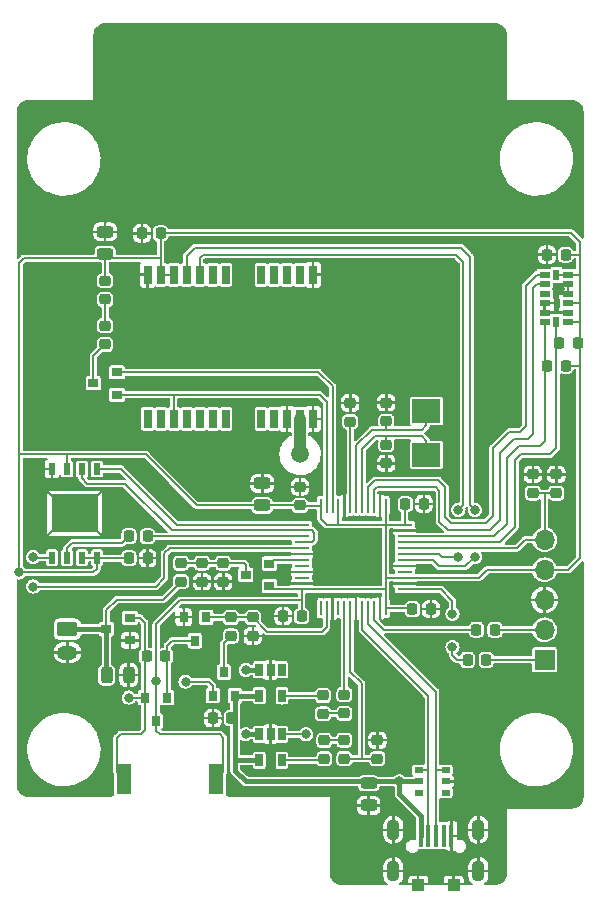
<source format=gbr>
%TF.GenerationSoftware,KiCad,Pcbnew,6.0.11+dfsg-1*%
%TF.CreationDate,2024-04-11T02:19:38+03:00*%
%TF.ProjectId,LocalTrack,4c6f6361-6c54-4726-9163-6b2e6b696361,1.3*%
%TF.SameCoordinates,PX7270e00PY47868c0*%
%TF.FileFunction,Copper,L1,Top*%
%TF.FilePolarity,Positive*%
%FSLAX46Y46*%
G04 Gerber Fmt 4.6, Leading zero omitted, Abs format (unit mm)*
G04 Created by KiCad (PCBNEW 6.0.11+dfsg-1) date 2024-04-11 02:19:38*
%MOMM*%
%LPD*%
G01*
G04 APERTURE LIST*
G04 Aperture macros list*
%AMRoundRect*
0 Rectangle with rounded corners*
0 $1 Rounding radius*
0 $2 $3 $4 $5 $6 $7 $8 $9 X,Y pos of 4 corners*
0 Add a 4 corners polygon primitive as box body*
4,1,4,$2,$3,$4,$5,$6,$7,$8,$9,$2,$3,0*
0 Add four circle primitives for the rounded corners*
1,1,$1+$1,$2,$3*
1,1,$1+$1,$4,$5*
1,1,$1+$1,$6,$7*
1,1,$1+$1,$8,$9*
0 Add four rect primitives between the rounded corners*
20,1,$1+$1,$2,$3,$4,$5,0*
20,1,$1+$1,$4,$5,$6,$7,0*
20,1,$1+$1,$6,$7,$8,$9,0*
20,1,$1+$1,$8,$9,$2,$3,0*%
G04 Aperture macros list end*
%TA.AperFunction,SMDPad,CuDef*%
%ADD10R,0.400000X1.900000*%
%TD*%
%TA.AperFunction,SMDPad,CuDef*%
%ADD11R,1.100000X1.000000*%
%TD*%
%TA.AperFunction,ComponentPad*%
%ADD12O,1.100000X1.800000*%
%TD*%
%TA.AperFunction,SMDPad,CuDef*%
%ADD13R,0.600000X1.000000*%
%TD*%
%TA.AperFunction,SMDPad,CuDef*%
%ADD14R,4.000000X3.200000*%
%TD*%
%TA.AperFunction,SMDPad,CuDef*%
%ADD15R,0.700000X1.600000*%
%TD*%
%TA.AperFunction,SMDPad,CuDef*%
%ADD16RoundRect,0.218750X-0.218750X-0.256250X0.218750X-0.256250X0.218750X0.256250X-0.218750X0.256250X0*%
%TD*%
%TA.AperFunction,SMDPad,CuDef*%
%ADD17R,0.700000X0.510000*%
%TD*%
%TA.AperFunction,SMDPad,CuDef*%
%ADD18RoundRect,0.218750X0.256250X-0.218750X0.256250X0.218750X-0.256250X0.218750X-0.256250X-0.218750X0*%
%TD*%
%TA.AperFunction,SMDPad,CuDef*%
%ADD19RoundRect,0.218750X0.218750X0.256250X-0.218750X0.256250X-0.218750X-0.256250X0.218750X-0.256250X0*%
%TD*%
%TA.AperFunction,SMDPad,CuDef*%
%ADD20R,0.250000X1.300000*%
%TD*%
%TA.AperFunction,SMDPad,CuDef*%
%ADD21R,1.300000X0.250000*%
%TD*%
%TA.AperFunction,SMDPad,CuDef*%
%ADD22R,0.650000X1.060000*%
%TD*%
%TA.AperFunction,SMDPad,CuDef*%
%ADD23RoundRect,0.218750X-0.256250X0.218750X-0.256250X-0.218750X0.256250X-0.218750X0.256250X0.218750X0*%
%TD*%
%TA.AperFunction,SMDPad,CuDef*%
%ADD24R,0.900000X0.800000*%
%TD*%
%TA.AperFunction,ComponentPad*%
%ADD25R,1.700000X1.700000*%
%TD*%
%TA.AperFunction,ComponentPad*%
%ADD26O,1.700000X1.700000*%
%TD*%
%TA.AperFunction,SMDPad,CuDef*%
%ADD27R,0.950000X0.600000*%
%TD*%
%TA.AperFunction,SMDPad,CuDef*%
%ADD28R,0.600000X0.950000*%
%TD*%
%TA.AperFunction,SMDPad,CuDef*%
%ADD29R,2.400000X2.000000*%
%TD*%
%TA.AperFunction,SMDPad,CuDef*%
%ADD30RoundRect,0.243750X0.456250X-0.243750X0.456250X0.243750X-0.456250X0.243750X-0.456250X-0.243750X0*%
%TD*%
%TA.AperFunction,SMDPad,CuDef*%
%ADD31RoundRect,0.243750X-0.456250X0.243750X-0.456250X-0.243750X0.456250X-0.243750X0.456250X0.243750X0*%
%TD*%
%TA.AperFunction,SMDPad,CuDef*%
%ADD32R,0.800000X0.900000*%
%TD*%
%TA.AperFunction,ComponentPad*%
%ADD33RoundRect,0.249600X-0.625400X0.350400X-0.625400X-0.350400X0.625400X-0.350400X0.625400X0.350400X0*%
%TD*%
%TA.AperFunction,ComponentPad*%
%ADD34O,1.750000X1.200000*%
%TD*%
%TA.AperFunction,SMDPad,CuDef*%
%ADD35RoundRect,0.243750X-0.243750X-0.456250X0.243750X-0.456250X0.243750X0.456250X-0.243750X0.456250X0*%
%TD*%
%TA.AperFunction,SMDPad,CuDef*%
%ADD36R,1.300000X2.600000*%
%TD*%
%TA.AperFunction,ComponentPad*%
%ADD37C,1.500000*%
%TD*%
%TA.AperFunction,ViaPad*%
%ADD38C,0.800000*%
%TD*%
%TA.AperFunction,Conductor*%
%ADD39C,0.200000*%
%TD*%
%TA.AperFunction,Conductor*%
%ADD40C,1.000000*%
%TD*%
%TA.AperFunction,Conductor*%
%ADD41C,0.400000*%
%TD*%
G04 APERTURE END LIST*
D10*
X35200000Y-69800000D03*
X35850000Y-69800000D03*
X36500000Y-69800000D03*
X37150000Y-69800000D03*
X37800000Y-69800000D03*
D11*
X35000000Y-74000000D03*
X38000000Y-74000000D03*
D12*
X40100000Y-72800000D03*
X40100000Y-69300000D03*
X32900000Y-72800000D03*
X32900000Y-69300000D03*
D13*
X7805000Y-38750000D03*
X6535000Y-38750000D03*
X5265000Y-38750000D03*
X3995000Y-38750000D03*
X3995000Y-46250000D03*
X5265000Y-46250000D03*
X6535000Y-46250000D03*
X7805000Y-46250000D03*
D14*
X5900000Y-42500000D03*
D15*
X12100000Y-34500000D03*
X13200000Y-34500000D03*
X14300000Y-34500000D03*
X15400000Y-34500000D03*
X16500000Y-34500000D03*
X17600000Y-34500000D03*
X18700000Y-34500000D03*
X21700000Y-34500000D03*
X22800000Y-34500000D03*
X23900000Y-34500000D03*
X25000000Y-34500000D03*
X26100000Y-34500000D03*
X26100000Y-22300000D03*
X25000000Y-22300000D03*
X23900000Y-22300000D03*
X22800000Y-22300000D03*
X21700000Y-22300000D03*
X18700000Y-22300000D03*
X17600000Y-22300000D03*
X16500000Y-22300000D03*
X15400000Y-22300000D03*
X14300000Y-22300000D03*
X13200000Y-22300000D03*
X12100000Y-22300000D03*
D16*
X45900000Y-20600000D03*
X47475000Y-20600000D03*
D17*
X37360000Y-66150000D03*
X37360000Y-65200000D03*
X37360000Y-64250000D03*
X35040000Y-64250000D03*
X35040000Y-65200000D03*
X35040000Y-66150000D03*
D18*
X44700000Y-40787500D03*
X44700000Y-39212500D03*
X46700000Y-40787500D03*
X46700000Y-39212500D03*
D19*
X47487500Y-30000000D03*
X45912500Y-30000000D03*
X36087500Y-50600000D03*
X34512500Y-50600000D03*
D20*
X32250000Y-41850000D03*
X31750000Y-41850000D03*
X31250000Y-41850000D03*
X30750000Y-41850000D03*
X30250000Y-41850000D03*
X29750000Y-41850000D03*
X29250000Y-41850000D03*
X28750000Y-41850000D03*
X28250000Y-41850000D03*
X27750000Y-41850000D03*
X27250000Y-41850000D03*
X26750000Y-41850000D03*
D21*
X25150000Y-43450000D03*
X25150000Y-43950000D03*
X25150000Y-44450000D03*
X25150000Y-44950000D03*
X25150000Y-45450000D03*
X25150000Y-45950000D03*
X25150000Y-46450000D03*
X25150000Y-46950000D03*
X25150000Y-47450000D03*
X25150000Y-47950000D03*
X25150000Y-48450000D03*
X25150000Y-48950000D03*
D20*
X26750000Y-50550000D03*
X27250000Y-50550000D03*
X27750000Y-50550000D03*
X28250000Y-50550000D03*
X28750000Y-50550000D03*
X29250000Y-50550000D03*
X29750000Y-50550000D03*
X30250000Y-50550000D03*
X30750000Y-50550000D03*
X31250000Y-50550000D03*
X31750000Y-50550000D03*
X32250000Y-50550000D03*
D21*
X33850000Y-48950000D03*
X33850000Y-48450000D03*
X33850000Y-47950000D03*
X33850000Y-47450000D03*
X33850000Y-46950000D03*
X33850000Y-46450000D03*
X33850000Y-45950000D03*
X33850000Y-45450000D03*
X33850000Y-44950000D03*
X33850000Y-44450000D03*
X33850000Y-43950000D03*
X33850000Y-43450000D03*
D22*
X23450000Y-61200000D03*
X22500000Y-61200000D03*
X21550000Y-61200000D03*
X21550000Y-63400000D03*
X23450000Y-63400000D03*
D19*
X48487500Y-28100000D03*
X46912500Y-28100000D03*
D23*
X32300000Y-36700000D03*
X32300000Y-38275000D03*
D19*
X35475000Y-41700000D03*
X33900000Y-41700000D03*
X12087500Y-46300000D03*
X10512500Y-46300000D03*
D18*
X29250000Y-34737500D03*
X29250000Y-33162500D03*
D16*
X11612500Y-18800000D03*
X13187500Y-18800000D03*
D24*
X9500000Y-32450000D03*
X9500000Y-30550000D03*
X7500000Y-31500000D03*
D19*
X41500000Y-52350000D03*
X39925000Y-52350000D03*
D23*
X8500000Y-22800000D03*
X8500000Y-24375000D03*
D25*
X45700000Y-54900000D03*
D26*
X45700000Y-52360000D03*
X45700000Y-49820000D03*
X45700000Y-47280000D03*
X45700000Y-44740000D03*
D18*
X8500000Y-28187500D03*
X8500000Y-26612500D03*
D27*
X47700000Y-26300000D03*
X47700000Y-25500000D03*
X47700000Y-24700000D03*
X47700000Y-23900000D03*
X47700000Y-23100000D03*
X47700000Y-22300000D03*
D28*
X46700000Y-22300000D03*
D27*
X45700000Y-22300000D03*
X45700000Y-23100000D03*
X45700000Y-23900000D03*
X45700000Y-24700000D03*
X45700000Y-25500000D03*
X45700000Y-26300000D03*
D28*
X46700000Y-26300000D03*
D29*
X35700000Y-37550000D03*
X35700000Y-33850000D03*
D18*
X32300000Y-34700000D03*
X32300000Y-33125000D03*
X31550000Y-63287500D03*
X31550000Y-61712500D03*
D23*
X18500000Y-46712500D03*
X18500000Y-48287500D03*
D30*
X21800000Y-41837500D03*
X21800000Y-39962500D03*
D31*
X30800000Y-65362500D03*
X30800000Y-67237500D03*
D18*
X28750000Y-59437500D03*
X28750000Y-57862500D03*
D23*
X28750000Y-61700000D03*
X28750000Y-63275000D03*
D18*
X27050000Y-63287500D03*
X27050000Y-61712500D03*
D19*
X40750000Y-54900000D03*
X39175000Y-54900000D03*
D30*
X8500000Y-20537500D03*
X8500000Y-18662500D03*
D23*
X26950000Y-57912500D03*
X26950000Y-59487500D03*
X24987500Y-40262500D03*
X24987500Y-41837500D03*
X16700000Y-46712500D03*
X16700000Y-48287500D03*
D18*
X14900000Y-48287500D03*
X14900000Y-46712500D03*
D16*
X10512500Y-44450000D03*
X12087500Y-44450000D03*
D19*
X19187500Y-59850000D03*
X17612500Y-59850000D03*
D22*
X23450000Y-55750000D03*
X22500000Y-55750000D03*
X21550000Y-55750000D03*
X21550000Y-57950000D03*
X23450000Y-57950000D03*
D32*
X13750000Y-58100000D03*
X11850000Y-58100000D03*
X12800000Y-60100000D03*
D33*
X5300000Y-52300000D03*
D34*
X5300000Y-54300000D03*
D16*
X23562500Y-51200000D03*
X25137500Y-51200000D03*
D32*
X17600000Y-57950000D03*
X19500000Y-57950000D03*
X18550000Y-55950000D03*
D24*
X10600000Y-53250000D03*
X10600000Y-51350000D03*
X8600000Y-52300000D03*
X22400000Y-48650000D03*
X22400000Y-46750000D03*
X20400000Y-47700000D03*
D35*
X8612500Y-56200000D03*
X10487500Y-56200000D03*
D36*
X10100000Y-65000000D03*
X17900000Y-65000000D03*
D16*
X12012500Y-54600000D03*
X13587500Y-54600000D03*
D18*
X21000000Y-52887500D03*
X21000000Y-51312500D03*
D23*
X19150000Y-51312500D03*
X19150000Y-52887500D03*
D32*
X17050000Y-51300000D03*
X15150000Y-51300000D03*
X16100000Y-53300000D03*
D37*
X25000000Y-37500000D03*
D38*
X20400000Y-61200000D03*
X20400000Y-55750000D03*
X37400000Y-63200000D03*
X26800000Y-48000000D03*
X23500000Y-40300000D03*
X28500000Y-72500000D03*
X47500000Y-46000000D03*
X35600000Y-47200000D03*
X47000000Y-23500000D03*
X27300000Y-44400000D03*
X12100000Y-47700000D03*
X35000000Y-63150000D03*
X33700000Y-38300000D03*
X9400000Y-42500000D03*
X37100000Y-22300000D03*
X14900000Y-42500000D03*
X40750000Y-35675000D03*
X28500000Y-40400000D03*
X33700000Y-33150000D03*
X19300000Y-65600000D03*
X44400000Y-42900000D03*
X10200000Y-18800000D03*
X29300000Y-31800000D03*
X2400000Y-38800000D03*
X14400000Y-20100000D03*
X8900000Y-2500000D03*
X38000000Y-35700000D03*
X16200000Y-58100000D03*
X22500000Y-59700000D03*
X10300000Y-22300000D03*
X41900000Y-50800000D03*
X33300000Y-51500000D03*
X27300000Y-55400000D03*
X20200000Y-34500000D03*
X30800000Y-55400000D03*
X46900000Y-17400000D03*
X12400000Y-50900000D03*
X47700000Y-31400000D03*
X42300000Y-22300000D03*
X2400000Y-36200000D03*
X35600000Y-43500000D03*
X25800000Y-15800000D03*
X26100000Y-31600000D03*
X33300000Y-53200000D03*
X8400000Y-65100000D03*
X22300000Y-51200000D03*
X41100000Y-2500000D03*
X33400000Y-65200000D03*
X25500000Y-61200000D03*
X37900000Y-53800000D03*
X37900000Y-51000000D03*
X39800000Y-42200000D03*
X39800000Y-46200000D03*
X38400000Y-42200000D03*
X38400000Y-46200000D03*
X12800000Y-56700000D03*
X1200000Y-47500000D03*
X10500000Y-58100000D03*
X15300000Y-56750000D03*
X2400000Y-48700000D03*
X2400000Y-46200000D03*
D39*
X35100000Y-73900000D02*
X37900000Y-73900000D01*
X38100000Y-73900000D02*
X39100000Y-73900000D01*
X35000000Y-74000000D02*
X35100000Y-73900000D01*
X37900000Y-73900000D02*
X38000000Y-74000000D01*
X34900000Y-73900000D02*
X33900000Y-73900000D01*
D40*
X25000000Y-34500000D02*
X25000000Y-37500000D01*
D41*
X8600000Y-52300000D02*
X5300000Y-52300000D01*
X8600000Y-52300000D02*
X8600000Y-56187500D01*
X21550000Y-61200000D02*
X20400000Y-61200000D01*
D39*
X13387500Y-49800000D02*
X9500000Y-49800000D01*
D41*
X21550000Y-55750000D02*
X20400000Y-55750000D01*
D39*
X14900000Y-48287500D02*
X13387500Y-49800000D01*
X8600000Y-50700000D02*
X9500000Y-49800000D01*
X8600000Y-50700000D02*
X8600000Y-52300000D01*
X38000000Y-74000000D02*
X38100000Y-73900000D01*
X5500000Y-42500000D02*
X3500000Y-44500000D01*
X6300000Y-42500000D02*
X8300000Y-44500000D01*
X6300000Y-42500000D02*
X8300000Y-40500000D01*
X5500000Y-42500000D02*
X3500000Y-40500000D01*
X31750000Y-51450000D02*
X32100000Y-51800000D01*
X31750000Y-49650000D02*
X31600000Y-49500000D01*
X35000000Y-74000000D02*
X34900000Y-73900000D01*
X31750000Y-50550000D02*
X31750000Y-49650000D01*
X5900000Y-42500000D02*
X6300000Y-42500000D01*
X31750000Y-50550000D02*
X31750000Y-51450000D01*
X5900000Y-42500000D02*
X5500000Y-42500000D01*
X31350000Y-35950000D02*
X32300000Y-35950000D01*
X35700000Y-36350000D02*
X35300000Y-35950000D01*
X30250000Y-37050000D02*
X31350000Y-35950000D01*
X35300000Y-35950000D02*
X32300000Y-35950000D01*
X30250000Y-37050000D02*
X30250000Y-38150000D01*
X35700000Y-37550000D02*
X35700000Y-36350000D01*
X32300000Y-36700000D02*
X32300000Y-35950000D01*
X30250000Y-38150000D02*
X30250000Y-41850000D01*
X32300000Y-34700000D02*
X32300000Y-35450000D01*
X29750000Y-36750000D02*
X29750000Y-41850000D01*
X31050000Y-35450000D02*
X29750000Y-36750000D01*
X35300000Y-35450000D02*
X32300000Y-35450000D01*
X35700000Y-35050000D02*
X35300000Y-35450000D01*
X32300000Y-35450000D02*
X31050000Y-35450000D01*
X35700000Y-33850000D02*
X35700000Y-35050000D01*
D41*
X35200000Y-68100000D02*
X33400000Y-66300000D01*
X33400000Y-65200000D02*
X30100000Y-65200000D01*
X21550000Y-63400000D02*
X19500000Y-63400000D01*
X35200000Y-68100000D02*
X35200000Y-69800000D01*
X19500000Y-64300000D02*
X20400000Y-65200000D01*
D39*
X19187500Y-59850000D02*
X19500000Y-59850000D01*
D41*
X29400000Y-65200000D02*
X30100000Y-65200000D01*
X19500000Y-63400000D02*
X19500000Y-64300000D01*
X30100000Y-65200000D02*
X30637500Y-65200000D01*
X35040000Y-65200000D02*
X33400000Y-65200000D01*
X19500000Y-63400000D02*
X19500000Y-58200000D01*
X19500000Y-57950000D02*
X21550000Y-57950000D01*
X20400000Y-65200000D02*
X29400000Y-65200000D01*
X33400000Y-66300000D02*
X33400000Y-65200000D01*
D39*
X45100000Y-54900000D02*
X40750000Y-54900000D01*
X45690000Y-52350000D02*
X45700000Y-52360000D01*
X43000000Y-52350000D02*
X45690000Y-52350000D01*
X41500000Y-52350000D02*
X43000000Y-52350000D01*
X23450000Y-61200000D02*
X25500000Y-61200000D01*
X7500000Y-29187500D02*
X8500000Y-28187500D01*
X7500000Y-31500000D02*
X7500000Y-29187500D01*
X35850000Y-65200000D02*
X35850000Y-64300000D01*
X35800000Y-64250000D02*
X35850000Y-64300000D01*
X35040000Y-64250000D02*
X35800000Y-64250000D01*
X30250000Y-51400000D02*
X30250000Y-50550000D01*
X35850000Y-69800000D02*
X35850000Y-65200000D01*
X35850000Y-64300000D02*
X35850000Y-57950000D01*
X35850000Y-57950000D02*
X30250000Y-52350000D01*
X30250000Y-52350000D02*
X30250000Y-51400000D01*
X36500000Y-69800000D02*
X36500000Y-65200000D01*
X30750000Y-51850000D02*
X30750000Y-50550000D01*
X36500000Y-64300000D02*
X36500000Y-57600000D01*
X36550000Y-64250000D02*
X36500000Y-64300000D01*
X36500000Y-57600000D02*
X30750000Y-51850000D01*
X37360000Y-64250000D02*
X36550000Y-64250000D01*
X36500000Y-65200000D02*
X36500000Y-64300000D01*
X46700000Y-26300000D02*
X46700000Y-27600000D01*
X46700000Y-27875000D02*
X46925000Y-28100000D01*
X43200000Y-38000000D02*
X43200000Y-43700000D01*
X46700000Y-27600000D02*
X46700000Y-37000000D01*
X43200000Y-43700000D02*
X41950000Y-44950000D01*
X46700000Y-37000000D02*
X46200000Y-37500000D01*
X46200000Y-37500000D02*
X43700000Y-37500000D01*
X46700000Y-27600000D02*
X46700000Y-27875000D01*
X43700000Y-37500000D02*
X43200000Y-38000000D01*
X41950000Y-44950000D02*
X33850000Y-44950000D01*
X45700000Y-30212500D02*
X45912500Y-30000000D01*
X45700000Y-36400000D02*
X45700000Y-30212500D01*
X33850000Y-44450000D02*
X41450000Y-44450000D01*
X41450000Y-44450000D02*
X42500000Y-43400000D01*
X42500000Y-37800000D02*
X43500000Y-36800000D01*
X45300000Y-36800000D02*
X45700000Y-36400000D01*
X43500000Y-36800000D02*
X45300000Y-36800000D01*
X45700000Y-29787500D02*
X45912500Y-30000000D01*
X42500000Y-43400000D02*
X42500000Y-37800000D01*
X45700000Y-26300000D02*
X45700000Y-29787500D01*
X32084302Y-52350000D02*
X39387500Y-52350000D01*
X31250000Y-50550000D02*
X31250000Y-51515698D01*
X31250000Y-51515698D02*
X32084302Y-52350000D01*
X39387500Y-52350000D02*
X39925000Y-52350000D01*
X12637500Y-44450000D02*
X25150000Y-44450000D01*
X12637500Y-44450000D02*
X12087500Y-44450000D01*
X5265000Y-46250000D02*
X5265000Y-45435000D01*
X5687500Y-45012500D02*
X9950000Y-45012500D01*
X5265000Y-45435000D02*
X5687500Y-45012500D01*
X9950000Y-45012500D02*
X10512500Y-44450000D01*
X37900000Y-49900000D02*
X37900000Y-51000000D01*
X36950000Y-48950000D02*
X37900000Y-49900000D01*
X37900000Y-53800000D02*
X37900000Y-54500000D01*
X38300000Y-54900000D02*
X38637500Y-54900000D01*
X38637500Y-54900000D02*
X39175000Y-54900000D01*
X33850000Y-48950000D02*
X36950000Y-48950000D01*
X37900000Y-54500000D02*
X38300000Y-54900000D01*
X26650000Y-32450000D02*
X14300000Y-32450000D01*
X14300000Y-32450000D02*
X9500000Y-32450000D01*
X27250000Y-33050000D02*
X26650000Y-32450000D01*
X14300000Y-34500000D02*
X14300000Y-32450000D01*
X27250000Y-41850000D02*
X27250000Y-33050000D01*
X31500000Y-40300000D02*
X36500000Y-40300000D01*
X41900000Y-37400000D02*
X43100000Y-36200000D01*
X45025000Y-23100000D02*
X45700000Y-23100000D01*
X31250000Y-40550000D02*
X31500000Y-40300000D01*
X41100000Y-43900000D02*
X41900000Y-43100000D01*
X44300000Y-36200000D02*
X44700000Y-35800000D01*
X43100000Y-36200000D02*
X44300000Y-36200000D01*
X31250000Y-41850000D02*
X31250000Y-40550000D01*
X41900000Y-43100000D02*
X41900000Y-37400000D01*
X37500000Y-43900000D02*
X41100000Y-43900000D01*
X44700000Y-35800000D02*
X44700000Y-23425000D01*
X36800000Y-40600000D02*
X36800000Y-43200000D01*
X36500000Y-40300000D02*
X36800000Y-40600000D01*
X36800000Y-43200000D02*
X37500000Y-43900000D01*
X44700000Y-23425000D02*
X45025000Y-23100000D01*
X30750000Y-41000000D02*
X30750000Y-41850000D01*
X31334302Y-39700000D02*
X30750000Y-40284302D01*
X40700000Y-43300000D02*
X37800000Y-43300000D01*
X30750000Y-40284302D02*
X30750000Y-41000000D01*
X37300000Y-40300000D02*
X36700000Y-39700000D01*
X44100000Y-23225000D02*
X44100000Y-35100000D01*
X43600000Y-35600000D02*
X42700000Y-35600000D01*
X36700000Y-39700000D02*
X31334302Y-39700000D01*
X42700000Y-35600000D02*
X41300000Y-37000000D01*
X41300000Y-37000000D02*
X41300000Y-42700000D01*
X37800000Y-43300000D02*
X37300000Y-42800000D01*
X37300000Y-42800000D02*
X37300000Y-40300000D01*
X41300000Y-42700000D02*
X40700000Y-43300000D01*
X45025000Y-22300000D02*
X44100000Y-23225000D01*
X44100000Y-35100000D02*
X43600000Y-35600000D01*
X45700000Y-22300000D02*
X45025000Y-22300000D01*
X15400000Y-20700000D02*
X15400000Y-22300000D01*
X16100000Y-20000000D02*
X15400000Y-20700000D01*
X36250000Y-46450000D02*
X36800000Y-47000000D01*
X36800000Y-47000000D02*
X39000000Y-47000000D01*
X39800000Y-42200000D02*
X39400000Y-41800000D01*
X38600000Y-20000000D02*
X16100000Y-20000000D01*
X33850000Y-46450000D02*
X36250000Y-46450000D01*
X39400000Y-20800000D02*
X38600000Y-20000000D01*
X39400000Y-41800000D02*
X39400000Y-20800000D01*
X39000000Y-47000000D02*
X39800000Y-46200000D01*
X16800000Y-20600000D02*
X16500000Y-20900000D01*
X36750000Y-45950000D02*
X37000000Y-46200000D01*
X16500000Y-20900000D02*
X16500000Y-22300000D01*
X33850000Y-45950000D02*
X36750000Y-45950000D01*
X38800000Y-41800000D02*
X38800000Y-21200000D01*
X38800000Y-21200000D02*
X38200000Y-20600000D01*
X38400000Y-46200000D02*
X37000000Y-46200000D01*
X38400000Y-42200000D02*
X38800000Y-41800000D01*
X38200000Y-20600000D02*
X16800000Y-20600000D01*
X45700000Y-40787500D02*
X46700000Y-40787500D01*
X45700000Y-44740000D02*
X45700000Y-40787500D01*
X44050000Y-44750000D02*
X45690000Y-44750000D01*
X33850000Y-45450000D02*
X38600000Y-45450000D01*
X44700000Y-40787500D02*
X45700000Y-40787500D01*
X42500000Y-45450000D02*
X43350000Y-45450000D01*
X45690000Y-44750000D02*
X45700000Y-44740000D01*
X43350000Y-45450000D02*
X44050000Y-44750000D01*
X40700000Y-45450000D02*
X42500000Y-45450000D01*
X38600000Y-45450000D02*
X40700000Y-45450000D01*
X8500000Y-24912500D02*
X8500000Y-26612500D01*
X8500000Y-24375000D02*
X8500000Y-24912500D01*
X26550000Y-30550000D02*
X27750000Y-31750000D01*
X9500000Y-30550000D02*
X26550000Y-30550000D01*
X27750000Y-31750000D02*
X27750000Y-41850000D01*
X28750000Y-63275000D02*
X30200000Y-63275000D01*
X30200000Y-63275000D02*
X30200000Y-56900000D01*
X29250000Y-55950000D02*
X29250000Y-50550000D01*
X30200000Y-63275000D02*
X31537500Y-63275000D01*
X31537500Y-63275000D02*
X31550000Y-63287500D01*
X30200000Y-56900000D02*
X29250000Y-55950000D01*
X28750000Y-57862500D02*
X28750000Y-50550000D01*
X28750000Y-59437500D02*
X27000000Y-59437500D01*
X27050000Y-61712500D02*
X28737500Y-61712500D01*
X28737500Y-61712500D02*
X28750000Y-61700000D01*
X23450000Y-58195000D02*
X23450000Y-58400000D01*
X23462500Y-58387500D02*
X23450000Y-58400000D01*
X23450000Y-57950000D02*
X26912500Y-57950000D01*
X23450000Y-63400000D02*
X26937500Y-63400000D01*
X26937500Y-63400000D02*
X27050000Y-63287500D01*
X7805000Y-38750000D02*
X9850000Y-38750000D01*
X9850000Y-38750000D02*
X14550000Y-43450000D01*
X14550000Y-43450000D02*
X25150000Y-43450000D01*
X26000000Y-43950000D02*
X25150000Y-43950000D01*
X25150000Y-43950000D02*
X14150000Y-43950000D01*
X26200000Y-44750000D02*
X26200000Y-44150000D01*
X26000000Y-44950000D02*
X26200000Y-44750000D01*
X14150000Y-43950000D02*
X10200000Y-40000000D01*
X10200000Y-40000000D02*
X7000000Y-40000000D01*
X26200000Y-44150000D02*
X26000000Y-43950000D01*
X7000000Y-40000000D02*
X6535000Y-39535000D01*
X6535000Y-39535000D02*
X6535000Y-38750000D01*
X25150000Y-44950000D02*
X26000000Y-44950000D01*
X6535000Y-46250000D02*
X7805000Y-46250000D01*
X48700000Y-29500000D02*
X48700000Y-28100000D01*
X1600000Y-20900000D02*
X1200000Y-21300000D01*
X24987500Y-41837500D02*
X25000000Y-41850000D01*
X47700000Y-22300000D02*
X48700000Y-22300000D01*
X47720000Y-47280000D02*
X48700000Y-46300000D01*
X25137500Y-51200000D02*
X25137500Y-49850000D01*
X33000000Y-43450000D02*
X33850000Y-43450000D01*
X8500000Y-20900000D02*
X13200000Y-20900000D01*
X28250000Y-43450000D02*
X32250000Y-43450000D01*
X8500000Y-22262500D02*
X8500000Y-20900000D01*
X32300000Y-47950000D02*
X32250000Y-47900000D01*
X12800000Y-60100000D02*
X12800000Y-60900000D01*
X12800000Y-51900000D02*
X14850000Y-49850000D01*
X13200000Y-22300000D02*
X13200000Y-20900000D01*
X32250000Y-47900000D02*
X32250000Y-49550000D01*
X1200000Y-21300000D02*
X1200000Y-37100000D01*
X13200000Y-20900000D02*
X13200000Y-18812500D01*
X8500000Y-22800000D02*
X8500000Y-22262500D01*
X34462500Y-50550000D02*
X34512500Y-50600000D01*
X18500000Y-61500000D02*
X18500000Y-64400000D01*
X32250000Y-43450000D02*
X32250000Y-47900000D01*
X1200000Y-37500000D02*
X1200000Y-47500000D01*
X48500000Y-28100000D02*
X48700000Y-28100000D01*
X48700000Y-30000000D02*
X48700000Y-29500000D01*
X48700000Y-28100000D02*
X48700000Y-26300000D01*
X25137500Y-48962500D02*
X25150000Y-48950000D01*
X25150000Y-48950000D02*
X22700000Y-48950000D01*
X25137500Y-49850000D02*
X25137500Y-48962500D01*
X48700000Y-24700000D02*
X48700000Y-26300000D01*
X40820000Y-47280000D02*
X40150000Y-47950000D01*
X48700000Y-24700000D02*
X47700000Y-24700000D01*
X13100000Y-61200000D02*
X18200000Y-61200000D01*
X7500000Y-47500000D02*
X7805000Y-47195000D01*
X33850000Y-43450000D02*
X33850000Y-41750000D01*
X32250000Y-49550000D02*
X32250000Y-50550000D01*
X42300000Y-18762500D02*
X13225000Y-18762500D01*
X47962500Y-18762500D02*
X48700000Y-19500000D01*
X28250000Y-41850000D02*
X28250000Y-43450000D01*
X26750000Y-42950000D02*
X26750000Y-41850000D01*
X33850000Y-47950000D02*
X32300000Y-47950000D01*
X7855000Y-46300000D02*
X7805000Y-46250000D01*
X7805000Y-47195000D02*
X7805000Y-46250000D01*
X42300000Y-18762500D02*
X47962500Y-18762500D01*
X10512500Y-46300000D02*
X7855000Y-46300000D01*
X18500000Y-64400000D02*
X17900000Y-65000000D01*
X48700000Y-22300000D02*
X48700000Y-20600000D01*
X5265000Y-37500000D02*
X11925000Y-37500000D01*
X11925000Y-37500000D02*
X16262500Y-41837500D01*
X25000000Y-41850000D02*
X26750000Y-41850000D01*
X13200000Y-18812500D02*
X13187500Y-18800000D01*
X5265000Y-37500000D02*
X1200000Y-37500000D01*
X27250000Y-43450000D02*
X26750000Y-42950000D01*
X12800000Y-56700000D02*
X12800000Y-60100000D01*
X25150000Y-48950000D02*
X32200000Y-48950000D01*
X14300000Y-22300000D02*
X13200000Y-22300000D01*
X1200000Y-47500000D02*
X7500000Y-47500000D01*
X14850000Y-49850000D02*
X25137500Y-49850000D01*
X13225000Y-18762500D02*
X13187500Y-18800000D01*
X21800000Y-41837500D02*
X24987500Y-41837500D01*
X48700000Y-26300000D02*
X47700000Y-26300000D01*
X32250000Y-50550000D02*
X34462500Y-50550000D01*
X45700000Y-47280000D02*
X47720000Y-47280000D01*
X48700000Y-46300000D02*
X48700000Y-30000000D01*
X32250000Y-49000000D02*
X32250000Y-49550000D01*
X5265000Y-38750000D02*
X5265000Y-37500000D01*
X12800000Y-60900000D02*
X13100000Y-61200000D01*
X22700000Y-48950000D02*
X22400000Y-48650000D01*
X32250000Y-43450000D02*
X33000000Y-43450000D01*
X8500000Y-20900000D02*
X1600000Y-20900000D01*
X40150000Y-47950000D02*
X33850000Y-47950000D01*
X47487500Y-30000000D02*
X48700000Y-30000000D01*
X28250000Y-43450000D02*
X27250000Y-43450000D01*
X48700000Y-22300000D02*
X48700000Y-24700000D01*
X16262500Y-41837500D02*
X21800000Y-41837500D01*
X33850000Y-41750000D02*
X33900000Y-41700000D01*
X48700000Y-20600000D02*
X48700000Y-19500000D01*
X12800000Y-56700000D02*
X12800000Y-51900000D01*
X1200000Y-37100000D02*
X1200000Y-37500000D01*
X48700000Y-20600000D02*
X47475000Y-20600000D01*
X32250000Y-41850000D02*
X32250000Y-43450000D01*
X45700000Y-47280000D02*
X40820000Y-47280000D01*
X46700000Y-22300000D02*
X47700000Y-22300000D01*
X32200000Y-48950000D02*
X32250000Y-49000000D01*
X18200000Y-61200000D02*
X18500000Y-61500000D01*
X13750000Y-55150000D02*
X13750000Y-53700000D01*
X13750000Y-54762500D02*
X13587500Y-54600000D01*
X13750000Y-58100000D02*
X13750000Y-55150000D01*
X16100000Y-53300000D02*
X14150000Y-53300000D01*
X13750000Y-55150000D02*
X13750000Y-54762500D01*
X13750000Y-53700000D02*
X14150000Y-53300000D01*
X26887500Y-52512500D02*
X27250000Y-52150000D01*
X22200000Y-52512500D02*
X21000000Y-51312500D01*
X19137500Y-51300000D02*
X19150000Y-51312500D01*
X26887500Y-52512500D02*
X22200000Y-52512500D01*
X19150000Y-51312500D02*
X21000000Y-51312500D01*
X27250000Y-52150000D02*
X27250000Y-50550000D01*
X17050000Y-51300000D02*
X19137500Y-51300000D01*
X25150000Y-46450000D02*
X22700000Y-46450000D01*
X22700000Y-46450000D02*
X22400000Y-46750000D01*
X14900000Y-46712500D02*
X16700000Y-46712500D01*
X20400000Y-46900000D02*
X20400000Y-47700000D01*
X16700000Y-46712500D02*
X18500000Y-46712500D01*
X20212500Y-46712500D02*
X20400000Y-46900000D01*
X18500000Y-46712500D02*
X20212500Y-46712500D01*
X29250000Y-34737500D02*
X29250000Y-41850000D01*
X9500000Y-64400000D02*
X10100000Y-65000000D01*
X17600000Y-57950000D02*
X17600000Y-57100000D01*
X11500000Y-61200000D02*
X9800000Y-61200000D01*
X17600000Y-57100000D02*
X17250000Y-56750000D01*
X11850000Y-54762500D02*
X12012500Y-54600000D01*
X11850000Y-55100000D02*
X11850000Y-51750000D01*
X11850000Y-58100000D02*
X11850000Y-55100000D01*
X11850000Y-58100000D02*
X11850000Y-60850000D01*
X9800000Y-61200000D02*
X9500000Y-61500000D01*
X15794974Y-56750000D02*
X15300000Y-56750000D01*
X11850000Y-55100000D02*
X11850000Y-54762500D01*
X11850000Y-51750000D02*
X11450000Y-51350000D01*
X11850000Y-60850000D02*
X11500000Y-61200000D01*
X11850000Y-58100000D02*
X10500000Y-58100000D01*
X11450000Y-51350000D02*
X10600000Y-51350000D01*
X9500000Y-61500000D02*
X9500000Y-64400000D01*
X17250000Y-56750000D02*
X15794974Y-56750000D01*
X18550000Y-55950000D02*
X18550000Y-53487500D01*
X18550000Y-53487500D02*
X19150000Y-52887500D01*
X2400000Y-48700000D02*
X12800000Y-48700000D01*
X3995000Y-46250000D02*
X2450000Y-46250000D01*
X13500000Y-45900000D02*
X13950000Y-45450000D01*
X13500000Y-48000000D02*
X13500000Y-45900000D01*
X12800000Y-48700000D02*
X13500000Y-48000000D01*
X16150000Y-45450000D02*
X25150000Y-45450000D01*
X13950000Y-45450000D02*
X16150000Y-45450000D01*
X2450000Y-46250000D02*
X2400000Y-46200000D01*
%TA.AperFunction,Conductor*%
G36*
X48948675Y-46568153D02*
G01*
X48989755Y-46609233D01*
X49000000Y-46651908D01*
X49000000Y-66495385D01*
X48999547Y-66504599D01*
X48981692Y-66685878D01*
X48978099Y-66703944D01*
X48926566Y-66873830D01*
X48919518Y-66890844D01*
X48835834Y-67047405D01*
X48825596Y-67062727D01*
X48712980Y-67199950D01*
X48699950Y-67212980D01*
X48562727Y-67325596D01*
X48547405Y-67335834D01*
X48390844Y-67419518D01*
X48373830Y-67426566D01*
X48203944Y-67478099D01*
X48185878Y-67481692D01*
X48004599Y-67499547D01*
X47995385Y-67500000D01*
X42500000Y-67500000D01*
X42500000Y-72995385D01*
X42499547Y-73004599D01*
X42481692Y-73185878D01*
X42478099Y-73203944D01*
X42426566Y-73373830D01*
X42419518Y-73390844D01*
X42335834Y-73547405D01*
X42325596Y-73562727D01*
X42212980Y-73699950D01*
X42199950Y-73712980D01*
X42062727Y-73825596D01*
X42047405Y-73835834D01*
X41890844Y-73919518D01*
X41873830Y-73926566D01*
X41703944Y-73978099D01*
X41685878Y-73981692D01*
X41504599Y-73999547D01*
X41495385Y-74000000D01*
X40667940Y-74000000D01*
X40612688Y-73982048D01*
X40578541Y-73935048D01*
X40578541Y-73876952D01*
X40607267Y-73834203D01*
X40715290Y-73742917D01*
X40722267Y-73735590D01*
X40828254Y-73596964D01*
X40833499Y-73588305D01*
X40907243Y-73430158D01*
X40910508Y-73420568D01*
X40948841Y-73249075D01*
X40949899Y-73241451D01*
X40949926Y-73240954D01*
X40950000Y-73238327D01*
X40950000Y-72919889D01*
X40946086Y-72907843D01*
X40942173Y-72905000D01*
X39264889Y-72905000D01*
X39252843Y-72908914D01*
X39250000Y-72912827D01*
X39250000Y-73193599D01*
X39250274Y-73198662D01*
X39264383Y-73328538D01*
X39266557Y-73338428D01*
X39322216Y-73503813D01*
X39326459Y-73512997D01*
X39416336Y-73662576D01*
X39422456Y-73670639D01*
X39542350Y-73797423D01*
X39550058Y-73803983D01*
X39585772Y-73828254D01*
X39621379Y-73874159D01*
X39623204Y-73932225D01*
X39590549Y-73980275D01*
X39532936Y-74000000D01*
X38944000Y-74000000D01*
X38888748Y-73982048D01*
X38854601Y-73935048D01*
X38850000Y-73906000D01*
X38850000Y-73458200D01*
X38849673Y-73452675D01*
X38847721Y-73436272D01*
X38844026Y-73422827D01*
X38805045Y-73335069D01*
X38795377Y-73321001D01*
X38728568Y-73254309D01*
X38714489Y-73244669D01*
X38626672Y-73205846D01*
X38613195Y-73202171D01*
X38597278Y-73200315D01*
X38591847Y-73200000D01*
X38119889Y-73200000D01*
X38107843Y-73203914D01*
X38105000Y-73207827D01*
X38105000Y-74000000D01*
X37895000Y-74000000D01*
X37895000Y-73214889D01*
X37891086Y-73202843D01*
X37887173Y-73200000D01*
X37408200Y-73200000D01*
X37402675Y-73200327D01*
X37386272Y-73202279D01*
X37372827Y-73205974D01*
X37285069Y-73244955D01*
X37271001Y-73254623D01*
X37204309Y-73321432D01*
X37194669Y-73335511D01*
X37155846Y-73423328D01*
X37152171Y-73436805D01*
X37150315Y-73452722D01*
X37150000Y-73458153D01*
X37150000Y-73906000D01*
X37132048Y-73961252D01*
X37085048Y-73995399D01*
X37056000Y-74000000D01*
X35944000Y-74000000D01*
X35888748Y-73982048D01*
X35854601Y-73935048D01*
X35850000Y-73906000D01*
X35850000Y-73458200D01*
X35849673Y-73452675D01*
X35847721Y-73436272D01*
X35844026Y-73422827D01*
X35805045Y-73335069D01*
X35795377Y-73321001D01*
X35728568Y-73254309D01*
X35714489Y-73244669D01*
X35626672Y-73205846D01*
X35613195Y-73202171D01*
X35597278Y-73200315D01*
X35591847Y-73200000D01*
X35119889Y-73200000D01*
X35107843Y-73203914D01*
X35105000Y-73207827D01*
X35105000Y-74000000D01*
X34895000Y-74000000D01*
X34895000Y-73214889D01*
X34891086Y-73202843D01*
X34887173Y-73200000D01*
X34408200Y-73200000D01*
X34402675Y-73200327D01*
X34386272Y-73202279D01*
X34372827Y-73205974D01*
X34285069Y-73244955D01*
X34271001Y-73254623D01*
X34204309Y-73321432D01*
X34194669Y-73335511D01*
X34155846Y-73423328D01*
X34152171Y-73436805D01*
X34150315Y-73452722D01*
X34150000Y-73458153D01*
X34150000Y-73906000D01*
X34132048Y-73961252D01*
X34085048Y-73995399D01*
X34056000Y-74000000D01*
X33467940Y-74000000D01*
X33412688Y-73982048D01*
X33378541Y-73935048D01*
X33378541Y-73876952D01*
X33407267Y-73834203D01*
X33515290Y-73742917D01*
X33522267Y-73735590D01*
X33628254Y-73596964D01*
X33633499Y-73588305D01*
X33707243Y-73430158D01*
X33710508Y-73420568D01*
X33748841Y-73249075D01*
X33749899Y-73241451D01*
X33749926Y-73240954D01*
X33750000Y-73238327D01*
X33750000Y-72919889D01*
X33746086Y-72907843D01*
X33742173Y-72905000D01*
X32064889Y-72905000D01*
X32052843Y-72908914D01*
X32050000Y-72912827D01*
X32050000Y-73193599D01*
X32050274Y-73198662D01*
X32064383Y-73328538D01*
X32066557Y-73338428D01*
X32122216Y-73503813D01*
X32126459Y-73512997D01*
X32216336Y-73662576D01*
X32222456Y-73670639D01*
X32342350Y-73797423D01*
X32350058Y-73803983D01*
X32385772Y-73828254D01*
X32421379Y-73874159D01*
X32423204Y-73932225D01*
X32390549Y-73980275D01*
X32332936Y-74000000D01*
X28504615Y-74000000D01*
X28495401Y-73999547D01*
X28314122Y-73981692D01*
X28296056Y-73978099D01*
X28126170Y-73926566D01*
X28109156Y-73919518D01*
X27952595Y-73835834D01*
X27937273Y-73825596D01*
X27800050Y-73712980D01*
X27787020Y-73699950D01*
X27674404Y-73562727D01*
X27664166Y-73547405D01*
X27580482Y-73390844D01*
X27573434Y-73373830D01*
X27521901Y-73203944D01*
X27518308Y-73185878D01*
X27500453Y-73004599D01*
X27500000Y-72995385D01*
X27500000Y-72680111D01*
X32050000Y-72680111D01*
X32053914Y-72692157D01*
X32057827Y-72695000D01*
X32780111Y-72695000D01*
X32792157Y-72691086D01*
X32795000Y-72687173D01*
X32795000Y-72680111D01*
X33005000Y-72680111D01*
X33008914Y-72692157D01*
X33012827Y-72695000D01*
X33735111Y-72695000D01*
X33747157Y-72691086D01*
X33750000Y-72687173D01*
X33750000Y-72680111D01*
X39250000Y-72680111D01*
X39253914Y-72692157D01*
X39257827Y-72695000D01*
X39980111Y-72695000D01*
X39992157Y-72691086D01*
X39995000Y-72687173D01*
X39995000Y-72680111D01*
X40205000Y-72680111D01*
X40208914Y-72692157D01*
X40212827Y-72695000D01*
X40935111Y-72695000D01*
X40947157Y-72691086D01*
X40950000Y-72687173D01*
X40950000Y-72406401D01*
X40949726Y-72401338D01*
X40935617Y-72271462D01*
X40933443Y-72261572D01*
X40877784Y-72096187D01*
X40873541Y-72087003D01*
X40783664Y-71937424D01*
X40777544Y-71929361D01*
X40657650Y-71802577D01*
X40649936Y-71796012D01*
X40505615Y-71697931D01*
X40496680Y-71693180D01*
X40334650Y-71628372D01*
X40324914Y-71625654D01*
X40219688Y-71608234D01*
X40207166Y-71610128D01*
X40206550Y-71610735D01*
X40205000Y-71617094D01*
X40205000Y-72680111D01*
X39995000Y-72680111D01*
X39995000Y-71619215D01*
X39991086Y-71607169D01*
X39988111Y-71605007D01*
X39986372Y-71604778D01*
X39968386Y-71605721D01*
X39958391Y-71607339D01*
X39790160Y-71653677D01*
X39780744Y-71657405D01*
X39626388Y-71738788D01*
X39617993Y-71744450D01*
X39484710Y-71857083D01*
X39477733Y-71864410D01*
X39371746Y-72003036D01*
X39366501Y-72011695D01*
X39292757Y-72169842D01*
X39289492Y-72179432D01*
X39251159Y-72350925D01*
X39250101Y-72358549D01*
X39250074Y-72359046D01*
X39250000Y-72361673D01*
X39250000Y-72680111D01*
X33750000Y-72680111D01*
X33750000Y-72406401D01*
X33749726Y-72401338D01*
X33735617Y-72271462D01*
X33733443Y-72261572D01*
X33677784Y-72096187D01*
X33673541Y-72087003D01*
X33583664Y-71937424D01*
X33577544Y-71929361D01*
X33457650Y-71802577D01*
X33449936Y-71796012D01*
X33305615Y-71697931D01*
X33296680Y-71693180D01*
X33134650Y-71628372D01*
X33124914Y-71625654D01*
X33019688Y-71608234D01*
X33007166Y-71610128D01*
X33006550Y-71610735D01*
X33005000Y-71617094D01*
X33005000Y-72680111D01*
X32795000Y-72680111D01*
X32795000Y-71619215D01*
X32791086Y-71607169D01*
X32788111Y-71605007D01*
X32786372Y-71604778D01*
X32768386Y-71605721D01*
X32758391Y-71607339D01*
X32590160Y-71653677D01*
X32580744Y-71657405D01*
X32426388Y-71738788D01*
X32417993Y-71744450D01*
X32284710Y-71857083D01*
X32277733Y-71864410D01*
X32171746Y-72003036D01*
X32166501Y-72011695D01*
X32092757Y-72169842D01*
X32089492Y-72179432D01*
X32051159Y-72350925D01*
X32050101Y-72358549D01*
X32050074Y-72359046D01*
X32050000Y-72361673D01*
X32050000Y-72680111D01*
X27500000Y-72680111D01*
X27500000Y-69693599D01*
X32050000Y-69693599D01*
X32050274Y-69698662D01*
X32064383Y-69828538D01*
X32066557Y-69838428D01*
X32122216Y-70003813D01*
X32126459Y-70012997D01*
X32216336Y-70162576D01*
X32222456Y-70170639D01*
X32342350Y-70297423D01*
X32350064Y-70303988D01*
X32494385Y-70402069D01*
X32503320Y-70406820D01*
X32665350Y-70471628D01*
X32675086Y-70474346D01*
X32780312Y-70491766D01*
X32792834Y-70489872D01*
X32793450Y-70489265D01*
X32795000Y-70482906D01*
X32795000Y-70480785D01*
X33005000Y-70480785D01*
X33008914Y-70492831D01*
X33011889Y-70494993D01*
X33013628Y-70495222D01*
X33031614Y-70494279D01*
X33041609Y-70492661D01*
X33209840Y-70446323D01*
X33219256Y-70442595D01*
X33373612Y-70361212D01*
X33382007Y-70355550D01*
X33515290Y-70242917D01*
X33522267Y-70235590D01*
X33628254Y-70096964D01*
X33633499Y-70088305D01*
X33707243Y-69930158D01*
X33710508Y-69920568D01*
X33748841Y-69749075D01*
X33749899Y-69741451D01*
X33749926Y-69740954D01*
X33750000Y-69738327D01*
X33750000Y-69419889D01*
X33746086Y-69407843D01*
X33742173Y-69405000D01*
X33019889Y-69405000D01*
X33007843Y-69408914D01*
X33005000Y-69412827D01*
X33005000Y-70480785D01*
X32795000Y-70480785D01*
X32795000Y-69419889D01*
X32791086Y-69407843D01*
X32787173Y-69405000D01*
X32064889Y-69405000D01*
X32052843Y-69408914D01*
X32050000Y-69412827D01*
X32050000Y-69693599D01*
X27500000Y-69693599D01*
X27500000Y-69180111D01*
X32050000Y-69180111D01*
X32053914Y-69192157D01*
X32057827Y-69195000D01*
X32780111Y-69195000D01*
X32792157Y-69191086D01*
X32795000Y-69187173D01*
X32795000Y-69180111D01*
X33005000Y-69180111D01*
X33008914Y-69192157D01*
X33012827Y-69195000D01*
X33735111Y-69195000D01*
X33747157Y-69191086D01*
X33750000Y-69187173D01*
X33750000Y-68906401D01*
X33749726Y-68901338D01*
X33735617Y-68771462D01*
X33733443Y-68761572D01*
X33677784Y-68596187D01*
X33673541Y-68587003D01*
X33583664Y-68437424D01*
X33577544Y-68429361D01*
X33457650Y-68302577D01*
X33449936Y-68296012D01*
X33305615Y-68197931D01*
X33296680Y-68193180D01*
X33134650Y-68128372D01*
X33124914Y-68125654D01*
X33019688Y-68108234D01*
X33007166Y-68110128D01*
X33006550Y-68110735D01*
X33005000Y-68117094D01*
X33005000Y-69180111D01*
X32795000Y-69180111D01*
X32795000Y-68119215D01*
X32791086Y-68107169D01*
X32788111Y-68105007D01*
X32786372Y-68104778D01*
X32768386Y-68105721D01*
X32758391Y-68107339D01*
X32590160Y-68153677D01*
X32580744Y-68157405D01*
X32426388Y-68238788D01*
X32417993Y-68244450D01*
X32284710Y-68357083D01*
X32277733Y-68364410D01*
X32171746Y-68503036D01*
X32166501Y-68511695D01*
X32092757Y-68669842D01*
X32089492Y-68679432D01*
X32051159Y-68850925D01*
X32050101Y-68858549D01*
X32050074Y-68859046D01*
X32050000Y-68861673D01*
X32050000Y-69180111D01*
X27500000Y-69180111D01*
X27500000Y-67520655D01*
X29800000Y-67520655D01*
X29800341Y-67526314D01*
X29810005Y-67606176D01*
X29812954Y-67617787D01*
X29863215Y-67744731D01*
X29869448Y-67755792D01*
X29951771Y-67864249D01*
X29960751Y-67873229D01*
X30069208Y-67955552D01*
X30080269Y-67961785D01*
X30207213Y-68012046D01*
X30218824Y-68014995D01*
X30298686Y-68024659D01*
X30304345Y-68025000D01*
X30680111Y-68025000D01*
X30692157Y-68021086D01*
X30695000Y-68017173D01*
X30695000Y-68010111D01*
X30905000Y-68010111D01*
X30908914Y-68022157D01*
X30912827Y-68025000D01*
X31295655Y-68025000D01*
X31301314Y-68024659D01*
X31381176Y-68014995D01*
X31392787Y-68012046D01*
X31519731Y-67961785D01*
X31530792Y-67955552D01*
X31639249Y-67873229D01*
X31648229Y-67864249D01*
X31730552Y-67755792D01*
X31736785Y-67744731D01*
X31787046Y-67617787D01*
X31789995Y-67606176D01*
X31799659Y-67526314D01*
X31800000Y-67520655D01*
X31800000Y-67357389D01*
X31796086Y-67345343D01*
X31792173Y-67342500D01*
X30919889Y-67342500D01*
X30907843Y-67346414D01*
X30905000Y-67350327D01*
X30905000Y-68010111D01*
X30695000Y-68010111D01*
X30695000Y-67357389D01*
X30691086Y-67345343D01*
X30687173Y-67342500D01*
X29814889Y-67342500D01*
X29802843Y-67346414D01*
X29800000Y-67350327D01*
X29800000Y-67520655D01*
X27500000Y-67520655D01*
X27500000Y-67117611D01*
X29800000Y-67117611D01*
X29803914Y-67129657D01*
X29807827Y-67132500D01*
X30680111Y-67132500D01*
X30692157Y-67128586D01*
X30695000Y-67124673D01*
X30695000Y-67117611D01*
X30905000Y-67117611D01*
X30908914Y-67129657D01*
X30912827Y-67132500D01*
X31785111Y-67132500D01*
X31797157Y-67128586D01*
X31800000Y-67124673D01*
X31800000Y-66954345D01*
X31799659Y-66948686D01*
X31789995Y-66868824D01*
X31787046Y-66857213D01*
X31736785Y-66730269D01*
X31730552Y-66719208D01*
X31648229Y-66610751D01*
X31639249Y-66601771D01*
X31530792Y-66519448D01*
X31519731Y-66513215D01*
X31392787Y-66462954D01*
X31381176Y-66460005D01*
X31301314Y-66450341D01*
X31295655Y-66450000D01*
X30919889Y-66450000D01*
X30907843Y-66453914D01*
X30905000Y-66457827D01*
X30905000Y-67117611D01*
X30695000Y-67117611D01*
X30695000Y-66464889D01*
X30691086Y-66452843D01*
X30687173Y-66450000D01*
X30304345Y-66450000D01*
X30298686Y-66450341D01*
X30218824Y-66460005D01*
X30207213Y-66462954D01*
X30080269Y-66513215D01*
X30069208Y-66519448D01*
X29960751Y-66601771D01*
X29951771Y-66610751D01*
X29869448Y-66719208D01*
X29863215Y-66730269D01*
X29812954Y-66857213D01*
X29810005Y-66868824D01*
X29800341Y-66948686D01*
X29800000Y-66954345D01*
X29800000Y-67117611D01*
X27500000Y-67117611D01*
X27500000Y-66500000D01*
X19204615Y-66500000D01*
X19195401Y-66499547D01*
X19014122Y-66481692D01*
X18996056Y-66478099D01*
X18826170Y-66426566D01*
X18809155Y-66419517D01*
X18799058Y-66414120D01*
X18758794Y-66372242D01*
X18749931Y-66322610D01*
X18750500Y-66319748D01*
X18750500Y-64600099D01*
X18760859Y-64564333D01*
X18758402Y-64563353D01*
X18762875Y-64552142D01*
X18772667Y-64533803D01*
X18774583Y-64531010D01*
X18779492Y-64523854D01*
X18785726Y-64497584D01*
X18789878Y-64484457D01*
X18797423Y-64465545D01*
X18797424Y-64465542D01*
X18799883Y-64459378D01*
X18800500Y-64453085D01*
X18800500Y-64446331D01*
X18803040Y-64424627D01*
X18803336Y-64423380D01*
X18803336Y-64423378D01*
X18805340Y-64414934D01*
X18801359Y-64385682D01*
X18800500Y-64373006D01*
X18800500Y-61553721D01*
X18800823Y-61549325D01*
X18802425Y-61544658D01*
X18800566Y-61495132D01*
X18800500Y-61491606D01*
X18800500Y-61472052D01*
X18799710Y-61467806D01*
X18799662Y-61467291D01*
X18799330Y-61462184D01*
X18798552Y-61441462D01*
X18798551Y-61441459D01*
X18798226Y-61432792D01*
X18794802Y-61424822D01*
X18794801Y-61424818D01*
X18793463Y-61421704D01*
X18787420Y-61401814D01*
X18786799Y-61398482D01*
X18786798Y-61398480D01*
X18785209Y-61389947D01*
X18771038Y-61366956D01*
X18764696Y-61354748D01*
X18756654Y-61336031D01*
X18754036Y-61329937D01*
X18750022Y-61325051D01*
X18745247Y-61320276D01*
X18731697Y-61303134D01*
X18731023Y-61302041D01*
X18731022Y-61302040D01*
X18726468Y-61294652D01*
X18702962Y-61276778D01*
X18693398Y-61268427D01*
X18450475Y-61025504D01*
X18447592Y-61022164D01*
X18445425Y-61017731D01*
X18409081Y-60984017D01*
X18406541Y-60981570D01*
X18392723Y-60967752D01*
X18389155Y-60965304D01*
X18388759Y-60964975D01*
X18384913Y-60961597D01*
X18369718Y-60947502D01*
X18369717Y-60947501D01*
X18363354Y-60941599D01*
X18355296Y-60938384D01*
X18355291Y-60938381D01*
X18352142Y-60937125D01*
X18333803Y-60927333D01*
X18331010Y-60925417D01*
X18323854Y-60920508D01*
X18297584Y-60914274D01*
X18284457Y-60910122D01*
X18265545Y-60902577D01*
X18265542Y-60902576D01*
X18259378Y-60900117D01*
X18253085Y-60899500D01*
X18246331Y-60899500D01*
X18224627Y-60896960D01*
X18223380Y-60896664D01*
X18223378Y-60896664D01*
X18214934Y-60894660D01*
X18187872Y-60898343D01*
X18185682Y-60898641D01*
X18173006Y-60899500D01*
X13347703Y-60899500D01*
X13292451Y-60881548D01*
X13258304Y-60834548D01*
X13258304Y-60776452D01*
X13295479Y-60727342D01*
X13336855Y-60699695D01*
X13344552Y-60694552D01*
X13358881Y-60673107D01*
X13383725Y-60635927D01*
X13383726Y-60635925D01*
X13388867Y-60628231D01*
X13391668Y-60614152D01*
X13396865Y-60588023D01*
X13400500Y-60569748D01*
X13400500Y-60143706D01*
X16875001Y-60143706D01*
X16875342Y-60149372D01*
X16884513Y-60225158D01*
X16887460Y-60236766D01*
X16935200Y-60357343D01*
X16941433Y-60368404D01*
X17019615Y-60471405D01*
X17028595Y-60480385D01*
X17131596Y-60558567D01*
X17142657Y-60564800D01*
X17263232Y-60612539D01*
X17274843Y-60615488D01*
X17350629Y-60624659D01*
X17356288Y-60625000D01*
X17492611Y-60625000D01*
X17504657Y-60621086D01*
X17507500Y-60617173D01*
X17507500Y-60610110D01*
X17717500Y-60610110D01*
X17721414Y-60622156D01*
X17725327Y-60624999D01*
X17868710Y-60624999D01*
X17874372Y-60624658D01*
X17950158Y-60615487D01*
X17961766Y-60612540D01*
X18082343Y-60564800D01*
X18093404Y-60558567D01*
X18196405Y-60480385D01*
X18205385Y-60471405D01*
X18283567Y-60368404D01*
X18289800Y-60357343D01*
X18337539Y-60236768D01*
X18340488Y-60225157D01*
X18349659Y-60149371D01*
X18350000Y-60143706D01*
X18350000Y-59969889D01*
X18346086Y-59957843D01*
X18342173Y-59955000D01*
X17732389Y-59955000D01*
X17720343Y-59958914D01*
X17717500Y-59962827D01*
X17717500Y-60610110D01*
X17507500Y-60610110D01*
X17507500Y-59969889D01*
X17503586Y-59957843D01*
X17499673Y-59955000D01*
X16889890Y-59955000D01*
X16877844Y-59958914D01*
X16875001Y-59962827D01*
X16875001Y-60143706D01*
X13400500Y-60143706D01*
X13400500Y-59730111D01*
X16875000Y-59730111D01*
X16878914Y-59742157D01*
X16882827Y-59745000D01*
X17492611Y-59745000D01*
X17504657Y-59741086D01*
X17507500Y-59737173D01*
X17507500Y-59730111D01*
X17717500Y-59730111D01*
X17721414Y-59742157D01*
X17725327Y-59745000D01*
X18335110Y-59745000D01*
X18347156Y-59741086D01*
X18349999Y-59737173D01*
X18349999Y-59556290D01*
X18349658Y-59550628D01*
X18340487Y-59474842D01*
X18337540Y-59463234D01*
X18289800Y-59342657D01*
X18283567Y-59331596D01*
X18205385Y-59228595D01*
X18196405Y-59219615D01*
X18093404Y-59141433D01*
X18082343Y-59135200D01*
X17961768Y-59087461D01*
X17950157Y-59084512D01*
X17874371Y-59075341D01*
X17868712Y-59075000D01*
X17732389Y-59075000D01*
X17720343Y-59078914D01*
X17717500Y-59082827D01*
X17717500Y-59730111D01*
X17507500Y-59730111D01*
X17507500Y-59089890D01*
X17503586Y-59077844D01*
X17499673Y-59075001D01*
X17356290Y-59075001D01*
X17350628Y-59075342D01*
X17274842Y-59084513D01*
X17263234Y-59087460D01*
X17142657Y-59135200D01*
X17131596Y-59141433D01*
X17028595Y-59219615D01*
X17019615Y-59228595D01*
X16941433Y-59331596D01*
X16935200Y-59342657D01*
X16887461Y-59463232D01*
X16884512Y-59474843D01*
X16875341Y-59550629D01*
X16875000Y-59556288D01*
X16875000Y-59730111D01*
X13400500Y-59730111D01*
X13400500Y-59630252D01*
X13388867Y-59571769D01*
X13374742Y-59550629D01*
X13349695Y-59513145D01*
X13344552Y-59505448D01*
X13303275Y-59477867D01*
X13285927Y-59466275D01*
X13285925Y-59466274D01*
X13278231Y-59461133D01*
X13269156Y-59459328D01*
X13269154Y-59459327D01*
X13247766Y-59455073D01*
X13219748Y-59449500D01*
X13194500Y-59449500D01*
X13139248Y-59431548D01*
X13105101Y-59384548D01*
X13100500Y-59355500D01*
X13100500Y-58800290D01*
X13118452Y-58745038D01*
X13165452Y-58710891D01*
X13223548Y-58710891D01*
X13246726Y-58722133D01*
X13271769Y-58738867D01*
X13280844Y-58740672D01*
X13280846Y-58740673D01*
X13302234Y-58744927D01*
X13330252Y-58750500D01*
X14169748Y-58750500D01*
X14197766Y-58744927D01*
X14219154Y-58740673D01*
X14219156Y-58740672D01*
X14228231Y-58738867D01*
X14235925Y-58733726D01*
X14235927Y-58733725D01*
X14286324Y-58700050D01*
X14294552Y-58694552D01*
X14310667Y-58670435D01*
X14333725Y-58635927D01*
X14333726Y-58635925D01*
X14338867Y-58628231D01*
X14350500Y-58569748D01*
X14350500Y-57630252D01*
X14338867Y-57571769D01*
X14332463Y-57562184D01*
X14299695Y-57513145D01*
X14294552Y-57505448D01*
X14276877Y-57493638D01*
X14235927Y-57466275D01*
X14235925Y-57466274D01*
X14228231Y-57461133D01*
X14219156Y-57459328D01*
X14219154Y-57459327D01*
X14196131Y-57454748D01*
X14169748Y-57449500D01*
X14144500Y-57449500D01*
X14089248Y-57431548D01*
X14055101Y-57384548D01*
X14050500Y-57355500D01*
X14050500Y-56750000D01*
X14694318Y-56750000D01*
X14695122Y-56756107D01*
X14713362Y-56894652D01*
X14714956Y-56906762D01*
X14717311Y-56912448D01*
X14717312Y-56912451D01*
X14734407Y-56953721D01*
X14775464Y-57052841D01*
X14779214Y-57057728D01*
X14779215Y-57057730D01*
X14858226Y-57160699D01*
X14871718Y-57178282D01*
X14876609Y-57182035D01*
X14992270Y-57270785D01*
X14992272Y-57270786D01*
X14997159Y-57274536D01*
X15034611Y-57290049D01*
X15137549Y-57332688D01*
X15137552Y-57332689D01*
X15143238Y-57335044D01*
X15149341Y-57335847D01*
X15149343Y-57335848D01*
X15293893Y-57354878D01*
X15300000Y-57355682D01*
X15306107Y-57354878D01*
X15450657Y-57335848D01*
X15450659Y-57335847D01*
X15456762Y-57335044D01*
X15462448Y-57332689D01*
X15462451Y-57332688D01*
X15565389Y-57290049D01*
X15602841Y-57274536D01*
X15607728Y-57270786D01*
X15607730Y-57270785D01*
X15723391Y-57182035D01*
X15728282Y-57178282D01*
X15798113Y-57087276D01*
X15845989Y-57054371D01*
X15872687Y-57050500D01*
X17086593Y-57050500D01*
X17141845Y-57068452D01*
X17153061Y-57078032D01*
X17217943Y-57142914D01*
X17244318Y-57194677D01*
X17235230Y-57252057D01*
X17194150Y-57293137D01*
X17169814Y-57301576D01*
X17130846Y-57309327D01*
X17130844Y-57309328D01*
X17121769Y-57311133D01*
X17114075Y-57316274D01*
X17114073Y-57316275D01*
X17089510Y-57332688D01*
X17055448Y-57355448D01*
X17050305Y-57363145D01*
X17022429Y-57404864D01*
X17011133Y-57421769D01*
X17009328Y-57430844D01*
X17009327Y-57430846D01*
X17008296Y-57436031D01*
X16999500Y-57480252D01*
X16999500Y-58419748D01*
X17011133Y-58478231D01*
X17016274Y-58485925D01*
X17016275Y-58485927D01*
X17025510Y-58499748D01*
X17055448Y-58544552D01*
X17063145Y-58549695D01*
X17114073Y-58583725D01*
X17114075Y-58583726D01*
X17121769Y-58588867D01*
X17130844Y-58590672D01*
X17130846Y-58590673D01*
X17148665Y-58594217D01*
X17180252Y-58600500D01*
X18019748Y-58600500D01*
X18051335Y-58594217D01*
X18069154Y-58590673D01*
X18069156Y-58590672D01*
X18078231Y-58588867D01*
X18085925Y-58583726D01*
X18085927Y-58583725D01*
X18136855Y-58549695D01*
X18144552Y-58544552D01*
X18174490Y-58499748D01*
X18183725Y-58485927D01*
X18183726Y-58485925D01*
X18188867Y-58478231D01*
X18200500Y-58419748D01*
X18200500Y-57480252D01*
X18191704Y-57436031D01*
X18190673Y-57430846D01*
X18190672Y-57430844D01*
X18188867Y-57421769D01*
X18177572Y-57404864D01*
X18149695Y-57363145D01*
X18144552Y-57355448D01*
X18110490Y-57332688D01*
X18085927Y-57316275D01*
X18085925Y-57316274D01*
X18078231Y-57311133D01*
X18069156Y-57309328D01*
X18069154Y-57309327D01*
X18047766Y-57305073D01*
X18019748Y-57299500D01*
X17994500Y-57299500D01*
X17939248Y-57281548D01*
X17905101Y-57234548D01*
X17900500Y-57205500D01*
X17900500Y-57153726D01*
X17900823Y-57149325D01*
X17902426Y-57144658D01*
X17900566Y-57095117D01*
X17900500Y-57091590D01*
X17900500Y-57072052D01*
X17899708Y-57067802D01*
X17899662Y-57067299D01*
X17899330Y-57062188D01*
X17898552Y-57041461D01*
X17898551Y-57041458D01*
X17898226Y-57032792D01*
X17894802Y-57024822D01*
X17894801Y-57024818D01*
X17893463Y-57021704D01*
X17887420Y-57001814D01*
X17886799Y-56998482D01*
X17886798Y-56998480D01*
X17885209Y-56989947D01*
X17871038Y-56966956D01*
X17864696Y-56954748D01*
X17856655Y-56936032D01*
X17856654Y-56936030D01*
X17854036Y-56929937D01*
X17850023Y-56925051D01*
X17845245Y-56920273D01*
X17831694Y-56903130D01*
X17831023Y-56902042D01*
X17826468Y-56894652D01*
X17802969Y-56876782D01*
X17793398Y-56868426D01*
X17500475Y-56575504D01*
X17497592Y-56572164D01*
X17495425Y-56567731D01*
X17459081Y-56534017D01*
X17456541Y-56531570D01*
X17442723Y-56517752D01*
X17439155Y-56515304D01*
X17438759Y-56514975D01*
X17434913Y-56511597D01*
X17419718Y-56497502D01*
X17419717Y-56497501D01*
X17413354Y-56491599D01*
X17405296Y-56488384D01*
X17405291Y-56488381D01*
X17402142Y-56487125D01*
X17383803Y-56477333D01*
X17381010Y-56475417D01*
X17373854Y-56470508D01*
X17347584Y-56464274D01*
X17334457Y-56460122D01*
X17315545Y-56452577D01*
X17315542Y-56452576D01*
X17309378Y-56450117D01*
X17303085Y-56449500D01*
X17296331Y-56449500D01*
X17274627Y-56446960D01*
X17273380Y-56446664D01*
X17273378Y-56446664D01*
X17264934Y-56444660D01*
X17235682Y-56448641D01*
X17223006Y-56449500D01*
X15872687Y-56449500D01*
X15817435Y-56431548D01*
X15805323Y-56419748D01*
X17949500Y-56419748D01*
X17953980Y-56442270D01*
X17958357Y-56464274D01*
X17961133Y-56478231D01*
X17966274Y-56485925D01*
X17966275Y-56485927D01*
X17992635Y-56525377D01*
X18005448Y-56544552D01*
X18013145Y-56549695D01*
X18064073Y-56583725D01*
X18064075Y-56583726D01*
X18071769Y-56588867D01*
X18080844Y-56590672D01*
X18080846Y-56590673D01*
X18093743Y-56593238D01*
X18130252Y-56600500D01*
X18969748Y-56600500D01*
X19006257Y-56593238D01*
X19019154Y-56590673D01*
X19019156Y-56590672D01*
X19028231Y-56588867D01*
X19035925Y-56583726D01*
X19035927Y-56583725D01*
X19086855Y-56549695D01*
X19094552Y-56544552D01*
X19107365Y-56525377D01*
X19133725Y-56485927D01*
X19133726Y-56485925D01*
X19138867Y-56478231D01*
X19141644Y-56464274D01*
X19146020Y-56442270D01*
X19150500Y-56419748D01*
X19150500Y-55750000D01*
X19794318Y-55750000D01*
X19795122Y-55756107D01*
X19814026Y-55899695D01*
X19814956Y-55906762D01*
X19875464Y-56052841D01*
X19879214Y-56057728D01*
X19879215Y-56057730D01*
X19950400Y-56150500D01*
X19971718Y-56178282D01*
X19976609Y-56182035D01*
X20092270Y-56270785D01*
X20092272Y-56270786D01*
X20097159Y-56274536D01*
X20117837Y-56283101D01*
X20237549Y-56332688D01*
X20237552Y-56332689D01*
X20243238Y-56335044D01*
X20249341Y-56335847D01*
X20249343Y-56335848D01*
X20393893Y-56354878D01*
X20400000Y-56355682D01*
X20406107Y-56354878D01*
X20550657Y-56335848D01*
X20550659Y-56335847D01*
X20556762Y-56335044D01*
X20562448Y-56332689D01*
X20562451Y-56332688D01*
X20682163Y-56283101D01*
X20702841Y-56274536D01*
X20707728Y-56270786D01*
X20707730Y-56270785D01*
X20823391Y-56182035D01*
X20828282Y-56178282D01*
X20829167Y-56177129D01*
X20879157Y-56151657D01*
X20893862Y-56150500D01*
X20930500Y-56150500D01*
X20985752Y-56168452D01*
X21019899Y-56215452D01*
X21024500Y-56244500D01*
X21024500Y-56299748D01*
X21027102Y-56312827D01*
X21033930Y-56347155D01*
X21036133Y-56358231D01*
X21080448Y-56424552D01*
X21088145Y-56429695D01*
X21139073Y-56463725D01*
X21139075Y-56463726D01*
X21146769Y-56468867D01*
X21155844Y-56470672D01*
X21155846Y-56470673D01*
X21177234Y-56474927D01*
X21205252Y-56480500D01*
X21894748Y-56480500D01*
X21899270Y-56479601D01*
X21901489Y-56479382D01*
X21958234Y-56491833D01*
X21977112Y-56506404D01*
X21996433Y-56525691D01*
X22010511Y-56535331D01*
X22098328Y-56574154D01*
X22111805Y-56577829D01*
X22127722Y-56579685D01*
X22133152Y-56580000D01*
X22380111Y-56580000D01*
X22392157Y-56576086D01*
X22395000Y-56572173D01*
X22395000Y-56565111D01*
X22605000Y-56565111D01*
X22608914Y-56577157D01*
X22612827Y-56580000D01*
X22866800Y-56580000D01*
X22872325Y-56579673D01*
X22888728Y-56577721D01*
X22902173Y-56574026D01*
X22989931Y-56535045D01*
X23003998Y-56525377D01*
X23022818Y-56506524D01*
X23074558Y-56480103D01*
X23098560Y-56479386D01*
X23100723Y-56479599D01*
X23105252Y-56480500D01*
X23794748Y-56480500D01*
X23822766Y-56474927D01*
X23844154Y-56470673D01*
X23844156Y-56470672D01*
X23853231Y-56468867D01*
X23860925Y-56463726D01*
X23860927Y-56463725D01*
X23911855Y-56429695D01*
X23919552Y-56424552D01*
X23963867Y-56358231D01*
X23966071Y-56347155D01*
X23972898Y-56312827D01*
X23975500Y-56299748D01*
X23975500Y-55200252D01*
X23967816Y-55161620D01*
X23965673Y-55150846D01*
X23965672Y-55150844D01*
X23963867Y-55141769D01*
X23957506Y-55132248D01*
X23924695Y-55083145D01*
X23919552Y-55075448D01*
X23905509Y-55066065D01*
X23860927Y-55036275D01*
X23860925Y-55036274D01*
X23853231Y-55031133D01*
X23844156Y-55029328D01*
X23844154Y-55029327D01*
X23822766Y-55025073D01*
X23794748Y-55019500D01*
X23105252Y-55019500D01*
X23100730Y-55020399D01*
X23098511Y-55020618D01*
X23041766Y-55008167D01*
X23022888Y-54993596D01*
X23003567Y-54974309D01*
X22989489Y-54964669D01*
X22901672Y-54925846D01*
X22888195Y-54922171D01*
X22872278Y-54920315D01*
X22866847Y-54920000D01*
X22619889Y-54920000D01*
X22607843Y-54923914D01*
X22605000Y-54927827D01*
X22605000Y-56565111D01*
X22395000Y-56565111D01*
X22395000Y-54934889D01*
X22391086Y-54922843D01*
X22387173Y-54920000D01*
X22133200Y-54920000D01*
X22127675Y-54920327D01*
X22111272Y-54922279D01*
X22097827Y-54925974D01*
X22010069Y-54964955D01*
X21996002Y-54974623D01*
X21977182Y-54993476D01*
X21925442Y-55019897D01*
X21901440Y-55020614D01*
X21899277Y-55020401D01*
X21894748Y-55019500D01*
X21205252Y-55019500D01*
X21177234Y-55025073D01*
X21155846Y-55029327D01*
X21155844Y-55029328D01*
X21146769Y-55031133D01*
X21139075Y-55036274D01*
X21139073Y-55036275D01*
X21094491Y-55066065D01*
X21080448Y-55075448D01*
X21075305Y-55083145D01*
X21042495Y-55132248D01*
X21036133Y-55141769D01*
X21034328Y-55150844D01*
X21034327Y-55150846D01*
X21032184Y-55161620D01*
X21024500Y-55200252D01*
X21024500Y-55255500D01*
X21006548Y-55310752D01*
X20959548Y-55344899D01*
X20930500Y-55349500D01*
X20893862Y-55349500D01*
X20838610Y-55331548D01*
X20830528Y-55324645D01*
X20828282Y-55321718D01*
X20783584Y-55287420D01*
X20707730Y-55229215D01*
X20707728Y-55229214D01*
X20702841Y-55225464D01*
X20634502Y-55197157D01*
X20562451Y-55167312D01*
X20562448Y-55167311D01*
X20556762Y-55164956D01*
X20550659Y-55164153D01*
X20550657Y-55164152D01*
X20406107Y-55145122D01*
X20400000Y-55144318D01*
X20393893Y-55145122D01*
X20249343Y-55164152D01*
X20249341Y-55164153D01*
X20243238Y-55164956D01*
X20237552Y-55167311D01*
X20237549Y-55167312D01*
X20165498Y-55197157D01*
X20097159Y-55225464D01*
X20092272Y-55229214D01*
X20092270Y-55229215D01*
X20016416Y-55287420D01*
X19971718Y-55321718D01*
X19967965Y-55326609D01*
X19900852Y-55414073D01*
X19875464Y-55447159D01*
X19859846Y-55484864D01*
X19828265Y-55561108D01*
X19814956Y-55593238D01*
X19814153Y-55599341D01*
X19814152Y-55599343D01*
X19795295Y-55742580D01*
X19794318Y-55750000D01*
X19150500Y-55750000D01*
X19150500Y-55480252D01*
X19144927Y-55452234D01*
X19140673Y-55430846D01*
X19140672Y-55430844D01*
X19138867Y-55421769D01*
X19094552Y-55355448D01*
X19046789Y-55323533D01*
X19035927Y-55316275D01*
X19035925Y-55316274D01*
X19028231Y-55311133D01*
X19019156Y-55309328D01*
X19019154Y-55309327D01*
X18997766Y-55305073D01*
X18969748Y-55299500D01*
X18944500Y-55299500D01*
X18889248Y-55281548D01*
X18855101Y-55234548D01*
X18850500Y-55205500D01*
X18850500Y-53650907D01*
X18868452Y-53595655D01*
X18878032Y-53584439D01*
X18909439Y-53553032D01*
X18961202Y-53526657D01*
X18975907Y-53525500D01*
X19439246Y-53525500D01*
X19525803Y-53511791D01*
X19530116Y-53511108D01*
X19530117Y-53511108D01*
X19537420Y-53509951D01*
X19544007Y-53506594D01*
X19544009Y-53506594D01*
X19649159Y-53453017D01*
X19649160Y-53453016D01*
X19655751Y-53449658D01*
X19749658Y-53355751D01*
X19760049Y-53335358D01*
X19806594Y-53244009D01*
X19806594Y-53244007D01*
X19809951Y-53237420D01*
X19811635Y-53226791D01*
X19816650Y-53195122D01*
X19824793Y-53143710D01*
X20225001Y-53143710D01*
X20225342Y-53149372D01*
X20234513Y-53225158D01*
X20237460Y-53236766D01*
X20285200Y-53357343D01*
X20291433Y-53368404D01*
X20369615Y-53471405D01*
X20378595Y-53480385D01*
X20481596Y-53558567D01*
X20492657Y-53564800D01*
X20613232Y-53612539D01*
X20624843Y-53615488D01*
X20700629Y-53624659D01*
X20706288Y-53625000D01*
X20880111Y-53625000D01*
X20892157Y-53621086D01*
X20895000Y-53617173D01*
X20895000Y-53610110D01*
X21105000Y-53610110D01*
X21108914Y-53622156D01*
X21112827Y-53624999D01*
X21293710Y-53624999D01*
X21299372Y-53624658D01*
X21375158Y-53615487D01*
X21386766Y-53612540D01*
X21507343Y-53564800D01*
X21518404Y-53558567D01*
X21621405Y-53480385D01*
X21630385Y-53471405D01*
X21708567Y-53368404D01*
X21714800Y-53357343D01*
X21762539Y-53236768D01*
X21765488Y-53225157D01*
X21774659Y-53149371D01*
X21775000Y-53143712D01*
X21775000Y-53007389D01*
X21771086Y-52995343D01*
X21767173Y-52992500D01*
X21119889Y-52992500D01*
X21107843Y-52996414D01*
X21105000Y-53000327D01*
X21105000Y-53610110D01*
X20895000Y-53610110D01*
X20895000Y-53007389D01*
X20891086Y-52995343D01*
X20887173Y-52992500D01*
X20239890Y-52992500D01*
X20227844Y-52996414D01*
X20225001Y-53000327D01*
X20225001Y-53143710D01*
X19824793Y-53143710D01*
X19825500Y-53139246D01*
X19825500Y-52767611D01*
X20225000Y-52767611D01*
X20228914Y-52779657D01*
X20232827Y-52782500D01*
X20880111Y-52782500D01*
X20892157Y-52778586D01*
X20895000Y-52774673D01*
X20895000Y-52164890D01*
X20891086Y-52152844D01*
X20887173Y-52150001D01*
X20706290Y-52150001D01*
X20700628Y-52150342D01*
X20624842Y-52159513D01*
X20613234Y-52162460D01*
X20492657Y-52210200D01*
X20481596Y-52216433D01*
X20378595Y-52294615D01*
X20369615Y-52303595D01*
X20291433Y-52406596D01*
X20285200Y-52417657D01*
X20237461Y-52538232D01*
X20234513Y-52549842D01*
X20225341Y-52625629D01*
X20225000Y-52631288D01*
X20225000Y-52767611D01*
X19825500Y-52767611D01*
X19825500Y-52635754D01*
X19812538Y-52553914D01*
X19811108Y-52544884D01*
X19811108Y-52544883D01*
X19809951Y-52537580D01*
X19803344Y-52524612D01*
X19753017Y-52425841D01*
X19753016Y-52425840D01*
X19749658Y-52419249D01*
X19655751Y-52325342D01*
X19649159Y-52321983D01*
X19544009Y-52268406D01*
X19544007Y-52268406D01*
X19537420Y-52265049D01*
X19530117Y-52263892D01*
X19530116Y-52263892D01*
X19506900Y-52260215D01*
X19439246Y-52249500D01*
X18860754Y-52249500D01*
X18793100Y-52260215D01*
X18769884Y-52263892D01*
X18769883Y-52263892D01*
X18762580Y-52265049D01*
X18755993Y-52268406D01*
X18755991Y-52268406D01*
X18650841Y-52321983D01*
X18644249Y-52325342D01*
X18550342Y-52419249D01*
X18546984Y-52425840D01*
X18546983Y-52425841D01*
X18496657Y-52524612D01*
X18490049Y-52537580D01*
X18488892Y-52544883D01*
X18488892Y-52544884D01*
X18487462Y-52553914D01*
X18474500Y-52635754D01*
X18474500Y-53099093D01*
X18456548Y-53154345D01*
X18446968Y-53165561D01*
X18375504Y-53237025D01*
X18372164Y-53239908D01*
X18367731Y-53242075D01*
X18359213Y-53251258D01*
X18334017Y-53278419D01*
X18331570Y-53280959D01*
X18317752Y-53294777D01*
X18315304Y-53298345D01*
X18314975Y-53298741D01*
X18311597Y-53302587D01*
X18297502Y-53317782D01*
X18291599Y-53324146D01*
X18288384Y-53332204D01*
X18288381Y-53332209D01*
X18287125Y-53335358D01*
X18277333Y-53353697D01*
X18270508Y-53363646D01*
X18268505Y-53372088D01*
X18264274Y-53389916D01*
X18260122Y-53403043D01*
X18255212Y-53415351D01*
X18250117Y-53428122D01*
X18249500Y-53434415D01*
X18249500Y-53441169D01*
X18246960Y-53462873D01*
X18244660Y-53472566D01*
X18248007Y-53497159D01*
X18248641Y-53501818D01*
X18249500Y-53514494D01*
X18249500Y-55205500D01*
X18231548Y-55260752D01*
X18184548Y-55294899D01*
X18155500Y-55299500D01*
X18130252Y-55299500D01*
X18102234Y-55305073D01*
X18080846Y-55309327D01*
X18080844Y-55309328D01*
X18071769Y-55311133D01*
X18064075Y-55316274D01*
X18064073Y-55316275D01*
X18053211Y-55323533D01*
X18005448Y-55355448D01*
X17961133Y-55421769D01*
X17959328Y-55430844D01*
X17959327Y-55430846D01*
X17955073Y-55452234D01*
X17949500Y-55480252D01*
X17949500Y-56419748D01*
X15805323Y-56419748D01*
X15798112Y-56412723D01*
X15790197Y-56402407D01*
X15728282Y-56321718D01*
X15716695Y-56312827D01*
X15607730Y-56229215D01*
X15607728Y-56229214D01*
X15602841Y-56225464D01*
X15499274Y-56182565D01*
X15462451Y-56167312D01*
X15462448Y-56167311D01*
X15456762Y-56164956D01*
X15450659Y-56164153D01*
X15450657Y-56164152D01*
X15306107Y-56145122D01*
X15300000Y-56144318D01*
X15293893Y-56145122D01*
X15149343Y-56164152D01*
X15149341Y-56164153D01*
X15143238Y-56164956D01*
X15137552Y-56167311D01*
X15137549Y-56167312D01*
X15100726Y-56182565D01*
X14997159Y-56225464D01*
X14992272Y-56229214D01*
X14992270Y-56229215D01*
X14883305Y-56312827D01*
X14871718Y-56321718D01*
X14867965Y-56326609D01*
X14787443Y-56431548D01*
X14775464Y-56447159D01*
X14761818Y-56480103D01*
X14720570Y-56579685D01*
X14714956Y-56593238D01*
X14714153Y-56599341D01*
X14714152Y-56599343D01*
X14699255Y-56712497D01*
X14694318Y-56750000D01*
X14050500Y-56750000D01*
X14050500Y-55243845D01*
X14068452Y-55188593D01*
X14078032Y-55177377D01*
X14149658Y-55105751D01*
X14158615Y-55088172D01*
X14206594Y-54994009D01*
X14206594Y-54994007D01*
X14209951Y-54987420D01*
X14225500Y-54889246D01*
X14225500Y-54310754D01*
X14209951Y-54212580D01*
X14200994Y-54195000D01*
X14153017Y-54100841D01*
X14153016Y-54100840D01*
X14149658Y-54094249D01*
X14078032Y-54022623D01*
X14051657Y-53970860D01*
X14050500Y-53956155D01*
X14050500Y-53863407D01*
X14068452Y-53808155D01*
X14078032Y-53796939D01*
X14246940Y-53628032D01*
X14298703Y-53601657D01*
X14313408Y-53600500D01*
X15405500Y-53600500D01*
X15460752Y-53618452D01*
X15494899Y-53665452D01*
X15499500Y-53694500D01*
X15499500Y-53769748D01*
X15504303Y-53793893D01*
X15508400Y-53814489D01*
X15511133Y-53828231D01*
X15516274Y-53835925D01*
X15516275Y-53835927D01*
X15539804Y-53871140D01*
X15555448Y-53894552D01*
X15563145Y-53899695D01*
X15614073Y-53933725D01*
X15614075Y-53933726D01*
X15621769Y-53938867D01*
X15630844Y-53940672D01*
X15630846Y-53940673D01*
X15652234Y-53944927D01*
X15680252Y-53950500D01*
X16519748Y-53950500D01*
X16547766Y-53944927D01*
X16569154Y-53940673D01*
X16569156Y-53940672D01*
X16578231Y-53938867D01*
X16585925Y-53933726D01*
X16585927Y-53933725D01*
X16636855Y-53899695D01*
X16644552Y-53894552D01*
X16660196Y-53871140D01*
X16683725Y-53835927D01*
X16683726Y-53835925D01*
X16688867Y-53828231D01*
X16691601Y-53814489D01*
X16695697Y-53793893D01*
X16700500Y-53769748D01*
X16700500Y-52830252D01*
X16692363Y-52789344D01*
X16690673Y-52780846D01*
X16690672Y-52780844D01*
X16688867Y-52771769D01*
X16682689Y-52762522D01*
X16649695Y-52713145D01*
X16644552Y-52705448D01*
X16614053Y-52685069D01*
X16585927Y-52666275D01*
X16585925Y-52666274D01*
X16578231Y-52661133D01*
X16569156Y-52659328D01*
X16569154Y-52659327D01*
X16547766Y-52655073D01*
X16519748Y-52649500D01*
X15680252Y-52649500D01*
X15652234Y-52655073D01*
X15630846Y-52659327D01*
X15630844Y-52659328D01*
X15621769Y-52661133D01*
X15614075Y-52666274D01*
X15614073Y-52666275D01*
X15585947Y-52685069D01*
X15555448Y-52705448D01*
X15550305Y-52713145D01*
X15517312Y-52762522D01*
X15511133Y-52771769D01*
X15509328Y-52780844D01*
X15509327Y-52780846D01*
X15507637Y-52789344D01*
X15499500Y-52830252D01*
X15499500Y-52905500D01*
X15481548Y-52960752D01*
X15434548Y-52994899D01*
X15405500Y-52999500D01*
X14203721Y-52999500D01*
X14199325Y-52999177D01*
X14194658Y-52997575D01*
X14146350Y-52999388D01*
X14145131Y-52999434D01*
X14141605Y-52999500D01*
X14122052Y-52999500D01*
X14117806Y-53000290D01*
X14117291Y-53000338D01*
X14112183Y-53000670D01*
X14091464Y-53001448D01*
X14091462Y-53001448D01*
X14082791Y-53001774D01*
X14071701Y-53006539D01*
X14051810Y-53012582D01*
X14039947Y-53014791D01*
X14016956Y-53028962D01*
X14004748Y-53035304D01*
X13979937Y-53045964D01*
X13975051Y-53049978D01*
X13970276Y-53054753D01*
X13953134Y-53068303D01*
X13952041Y-53068977D01*
X13944652Y-53073532D01*
X13926778Y-53097038D01*
X13918427Y-53106602D01*
X13575504Y-53449525D01*
X13572164Y-53452408D01*
X13567731Y-53454575D01*
X13534536Y-53490359D01*
X13534017Y-53490919D01*
X13531570Y-53493459D01*
X13517752Y-53507277D01*
X13515304Y-53510845D01*
X13514975Y-53511241D01*
X13511597Y-53515087D01*
X13502473Y-53524923D01*
X13491599Y-53536646D01*
X13488384Y-53544704D01*
X13488381Y-53544709D01*
X13487125Y-53547858D01*
X13477333Y-53566197D01*
X13470508Y-53576146D01*
X13464729Y-53600500D01*
X13464274Y-53602416D01*
X13460122Y-53615543D01*
X13452577Y-53634455D01*
X13450117Y-53640622D01*
X13449500Y-53646915D01*
X13449500Y-53653669D01*
X13446960Y-53675373D01*
X13444660Y-53685066D01*
X13446482Y-53698455D01*
X13448641Y-53714318D01*
X13449500Y-53726994D01*
X13449500Y-53830500D01*
X13431548Y-53885752D01*
X13384548Y-53919899D01*
X13355500Y-53924500D01*
X13335754Y-53924500D01*
X13277509Y-53933725D01*
X13244884Y-53938892D01*
X13244883Y-53938892D01*
X13237580Y-53940049D01*
X13230992Y-53943406D01*
X13223953Y-53945693D01*
X13222923Y-53942523D01*
X13179730Y-53949332D01*
X13127985Y-53922921D01*
X13101647Y-53871140D01*
X13100500Y-53856500D01*
X13100500Y-52063407D01*
X13118452Y-52008155D01*
X13128032Y-51996939D01*
X13333171Y-51791800D01*
X14450000Y-51791800D01*
X14450327Y-51797325D01*
X14452279Y-51813728D01*
X14455974Y-51827173D01*
X14494955Y-51914931D01*
X14504623Y-51928999D01*
X14571432Y-51995691D01*
X14585511Y-52005331D01*
X14673328Y-52044154D01*
X14686805Y-52047829D01*
X14702722Y-52049685D01*
X14708152Y-52050000D01*
X15030111Y-52050000D01*
X15042157Y-52046086D01*
X15045000Y-52042173D01*
X15045000Y-52035111D01*
X15255000Y-52035111D01*
X15258914Y-52047157D01*
X15262827Y-52050000D01*
X15591800Y-52050000D01*
X15597325Y-52049673D01*
X15613728Y-52047721D01*
X15627173Y-52044026D01*
X15714931Y-52005045D01*
X15728999Y-51995377D01*
X15795691Y-51928568D01*
X15805331Y-51914489D01*
X15844154Y-51826672D01*
X15847829Y-51813195D01*
X15849685Y-51797278D01*
X15850000Y-51791848D01*
X15850000Y-51769748D01*
X16449500Y-51769748D01*
X16453896Y-51791848D01*
X16458929Y-51817149D01*
X16461133Y-51828231D01*
X16466274Y-51835925D01*
X16466275Y-51835927D01*
X16476241Y-51850841D01*
X16505448Y-51894552D01*
X16513145Y-51899695D01*
X16564073Y-51933725D01*
X16564075Y-51933726D01*
X16571769Y-51938867D01*
X16580844Y-51940672D01*
X16580846Y-51940673D01*
X16602234Y-51944927D01*
X16630252Y-51950500D01*
X17469748Y-51950500D01*
X17497766Y-51944927D01*
X17519154Y-51940673D01*
X17519156Y-51940672D01*
X17528231Y-51938867D01*
X17535925Y-51933726D01*
X17535927Y-51933725D01*
X17586855Y-51899695D01*
X17594552Y-51894552D01*
X17623759Y-51850841D01*
X17633725Y-51835927D01*
X17633726Y-51835925D01*
X17638867Y-51828231D01*
X17641072Y-51817149D01*
X17646104Y-51791848D01*
X17650500Y-51769748D01*
X17650500Y-51694500D01*
X17668452Y-51639248D01*
X17715452Y-51605101D01*
X17744500Y-51600500D01*
X18402851Y-51600500D01*
X18458103Y-51618452D01*
X18490048Y-51662420D01*
X18490049Y-51662420D01*
X18493405Y-51669006D01*
X18493405Y-51669007D01*
X18546031Y-51772291D01*
X18550342Y-51780751D01*
X18644249Y-51874658D01*
X18650840Y-51878016D01*
X18650841Y-51878017D01*
X18755991Y-51931594D01*
X18755993Y-51931594D01*
X18762580Y-51934951D01*
X18769883Y-51936108D01*
X18769884Y-51936108D01*
X18787305Y-51938867D01*
X18860754Y-51950500D01*
X19439246Y-51950500D01*
X19512695Y-51938867D01*
X19530116Y-51936108D01*
X19530117Y-51936108D01*
X19537420Y-51934951D01*
X19544007Y-51931594D01*
X19544009Y-51931594D01*
X19649159Y-51878017D01*
X19649160Y-51878016D01*
X19655751Y-51874658D01*
X19749658Y-51780751D01*
X19755265Y-51769748D01*
X19779567Y-51722052D01*
X19808981Y-51664324D01*
X19850060Y-51623245D01*
X19892735Y-51613000D01*
X20257265Y-51613000D01*
X20312517Y-51630952D01*
X20341019Y-51664324D01*
X20370433Y-51722052D01*
X20394736Y-51769748D01*
X20400342Y-51780751D01*
X20494249Y-51874658D01*
X20500840Y-51878016D01*
X20500841Y-51878017D01*
X20605991Y-51931594D01*
X20605993Y-51931594D01*
X20612580Y-51934951D01*
X20619883Y-51936108D01*
X20619884Y-51936108D01*
X20637305Y-51938867D01*
X20710754Y-51950500D01*
X21174093Y-51950500D01*
X21229345Y-51968452D01*
X21240561Y-51978032D01*
X21252061Y-51989532D01*
X21278436Y-52041295D01*
X21269348Y-52098675D01*
X21228268Y-52139755D01*
X21185593Y-52150000D01*
X21119889Y-52150000D01*
X21107843Y-52153914D01*
X21105000Y-52157827D01*
X21105000Y-52767611D01*
X21108914Y-52779657D01*
X21112827Y-52782500D01*
X21760110Y-52782500D01*
X21772156Y-52778586D01*
X21774999Y-52774673D01*
X21774999Y-52739407D01*
X21792951Y-52684155D01*
X21839951Y-52650008D01*
X21898047Y-52650008D01*
X21935467Y-52672939D01*
X21949529Y-52687001D01*
X21952408Y-52690337D01*
X21954575Y-52694769D01*
X21960937Y-52700671D01*
X21960938Y-52700672D01*
X21990905Y-52728470D01*
X21993445Y-52730917D01*
X22007276Y-52744748D01*
X22010845Y-52747196D01*
X22011248Y-52747531D01*
X22015100Y-52750914D01*
X22030282Y-52764998D01*
X22030284Y-52764999D01*
X22036646Y-52770901D01*
X22044704Y-52774116D01*
X22044711Y-52774120D01*
X22047853Y-52775373D01*
X22066198Y-52785167D01*
X22076146Y-52791992D01*
X22084589Y-52793996D01*
X22084590Y-52793996D01*
X22102416Y-52798226D01*
X22115543Y-52802378D01*
X22134455Y-52809923D01*
X22134458Y-52809924D01*
X22140622Y-52812383D01*
X22146915Y-52813000D01*
X22153669Y-52813000D01*
X22175373Y-52815540D01*
X22176620Y-52815836D01*
X22176622Y-52815836D01*
X22185066Y-52817840D01*
X22214318Y-52813859D01*
X22226994Y-52813000D01*
X26833779Y-52813000D01*
X26838175Y-52813323D01*
X26842842Y-52814925D01*
X26892367Y-52813066D01*
X26895894Y-52813000D01*
X26915448Y-52813000D01*
X26919694Y-52812210D01*
X26920209Y-52812162D01*
X26925316Y-52811830D01*
X26946038Y-52811052D01*
X26946041Y-52811051D01*
X26954708Y-52810726D01*
X26962678Y-52807302D01*
X26962682Y-52807301D01*
X26965796Y-52805963D01*
X26985686Y-52799920D01*
X26989018Y-52799299D01*
X26989020Y-52799298D01*
X26997553Y-52797709D01*
X27020544Y-52783538D01*
X27032752Y-52777196D01*
X27039911Y-52774120D01*
X27057563Y-52766536D01*
X27062449Y-52762522D01*
X27067224Y-52757747D01*
X27084366Y-52744197D01*
X27085459Y-52743523D01*
X27085460Y-52743522D01*
X27092848Y-52738968D01*
X27110722Y-52715462D01*
X27119073Y-52705898D01*
X27271058Y-52553914D01*
X27424501Y-52400471D01*
X27427837Y-52397592D01*
X27432269Y-52395425D01*
X27439328Y-52387816D01*
X27465971Y-52359094D01*
X27468418Y-52356554D01*
X27482248Y-52342724D01*
X27484696Y-52339155D01*
X27485031Y-52338752D01*
X27488414Y-52334900D01*
X27502498Y-52319718D01*
X27502499Y-52319716D01*
X27508401Y-52313354D01*
X27511616Y-52305296D01*
X27511620Y-52305289D01*
X27512873Y-52302147D01*
X27522667Y-52283803D01*
X27524582Y-52281011D01*
X27529492Y-52273854D01*
X27531582Y-52265049D01*
X27535726Y-52247584D01*
X27539878Y-52234457D01*
X27547423Y-52215545D01*
X27547424Y-52215542D01*
X27549883Y-52209378D01*
X27550500Y-52203085D01*
X27550500Y-52196331D01*
X27553040Y-52174627D01*
X27553336Y-52173380D01*
X27553336Y-52173378D01*
X27555340Y-52164934D01*
X27551359Y-52135682D01*
X27550500Y-52123006D01*
X27550500Y-51594000D01*
X27568452Y-51538748D01*
X27615452Y-51504601D01*
X27616424Y-51504447D01*
X27642157Y-51496086D01*
X27645000Y-51492173D01*
X27645000Y-51485111D01*
X27855000Y-51485111D01*
X27858914Y-51497157D01*
X27862827Y-51500000D01*
X27916800Y-51500000D01*
X27922325Y-51499673D01*
X27938728Y-51497721D01*
X27952173Y-51494026D01*
X28039931Y-51455045D01*
X28053998Y-51445377D01*
X28071255Y-51428090D01*
X28122995Y-51401670D01*
X28137781Y-51400500D01*
X28355500Y-51400500D01*
X28410752Y-51418452D01*
X28444899Y-51465452D01*
X28449500Y-51494500D01*
X28449500Y-57145998D01*
X28431548Y-57201250D01*
X28384548Y-57235397D01*
X28370209Y-57238840D01*
X28369888Y-57238891D01*
X28369885Y-57238892D01*
X28362580Y-57240049D01*
X28355993Y-57243406D01*
X28355991Y-57243406D01*
X28250841Y-57296983D01*
X28244249Y-57300342D01*
X28150342Y-57394249D01*
X28146984Y-57400840D01*
X28146983Y-57400841D01*
X28095535Y-57501814D01*
X28090049Y-57512580D01*
X28074500Y-57610754D01*
X28074500Y-58114246D01*
X28090049Y-58212420D01*
X28093406Y-58219007D01*
X28093406Y-58219009D01*
X28129195Y-58289248D01*
X28150342Y-58330751D01*
X28244249Y-58424658D01*
X28250840Y-58428016D01*
X28250841Y-58428017D01*
X28355991Y-58481594D01*
X28355993Y-58481594D01*
X28362580Y-58484951D01*
X28369883Y-58486108D01*
X28369884Y-58486108D01*
X28393100Y-58489785D01*
X28460754Y-58500500D01*
X29039246Y-58500500D01*
X29106900Y-58489785D01*
X29130116Y-58486108D01*
X29130117Y-58486108D01*
X29137420Y-58484951D01*
X29144007Y-58481594D01*
X29144009Y-58481594D01*
X29249159Y-58428017D01*
X29249160Y-58428016D01*
X29255751Y-58424658D01*
X29349658Y-58330751D01*
X29370805Y-58289248D01*
X29406594Y-58219009D01*
X29406594Y-58219007D01*
X29409951Y-58212420D01*
X29425500Y-58114246D01*
X29425500Y-57610754D01*
X29409951Y-57512580D01*
X29404466Y-57501814D01*
X29353017Y-57400841D01*
X29353016Y-57400840D01*
X29349658Y-57394249D01*
X29255751Y-57300342D01*
X29249159Y-57296983D01*
X29144009Y-57243406D01*
X29144007Y-57243406D01*
X29137420Y-57240049D01*
X29130115Y-57238892D01*
X29130112Y-57238891D01*
X29129791Y-57238840D01*
X29129501Y-57238692D01*
X29123077Y-57236605D01*
X29123408Y-57235587D01*
X29078029Y-57212463D01*
X29051657Y-57160699D01*
X29050500Y-57145998D01*
X29050500Y-56402407D01*
X29068452Y-56347155D01*
X29115452Y-56313008D01*
X29173548Y-56313008D01*
X29210968Y-56335939D01*
X29871968Y-56996939D01*
X29898343Y-57048702D01*
X29899500Y-57063407D01*
X29899500Y-62880500D01*
X29881548Y-62935752D01*
X29834548Y-62969899D01*
X29805500Y-62974500D01*
X29492735Y-62974500D01*
X29437483Y-62956548D01*
X29408980Y-62923175D01*
X29406594Y-62918491D01*
X29349658Y-62806749D01*
X29255751Y-62712842D01*
X29249159Y-62709483D01*
X29144009Y-62655906D01*
X29144007Y-62655906D01*
X29137420Y-62652549D01*
X29130117Y-62651392D01*
X29130116Y-62651392D01*
X29106900Y-62647715D01*
X29039246Y-62637000D01*
X28460754Y-62637000D01*
X28393100Y-62647715D01*
X28369884Y-62651392D01*
X28369883Y-62651392D01*
X28362580Y-62652549D01*
X28355993Y-62655906D01*
X28355991Y-62655906D01*
X28250841Y-62709483D01*
X28244249Y-62712842D01*
X28150342Y-62806749D01*
X28146984Y-62813340D01*
X28146983Y-62813341D01*
X28100026Y-62905500D01*
X28090049Y-62925080D01*
X28088892Y-62932383D01*
X28088892Y-62932384D01*
X28088549Y-62934548D01*
X28074500Y-63023254D01*
X28074500Y-63526746D01*
X28090049Y-63624920D01*
X28093406Y-63631507D01*
X28093406Y-63631509D01*
X28146983Y-63736659D01*
X28150342Y-63743251D01*
X28244249Y-63837158D01*
X28250840Y-63840516D01*
X28250841Y-63840517D01*
X28355991Y-63894094D01*
X28355993Y-63894094D01*
X28362580Y-63897451D01*
X28369883Y-63898608D01*
X28369884Y-63898608D01*
X28393100Y-63902285D01*
X28460754Y-63913000D01*
X29039246Y-63913000D01*
X29106900Y-63902285D01*
X29130116Y-63898608D01*
X29130117Y-63898608D01*
X29137420Y-63897451D01*
X29144007Y-63894094D01*
X29144009Y-63894094D01*
X29249159Y-63840517D01*
X29249160Y-63840516D01*
X29255751Y-63837158D01*
X29349658Y-63743251D01*
X29360269Y-63722427D01*
X29380104Y-63683498D01*
X29408981Y-63626824D01*
X29450060Y-63585745D01*
X29492735Y-63575500D01*
X30143898Y-63575500D01*
X30153114Y-63576811D01*
X30153195Y-63575985D01*
X30161831Y-63576832D01*
X30170168Y-63579246D01*
X30209368Y-63575851D01*
X30217479Y-63575500D01*
X30802851Y-63575500D01*
X30858103Y-63593452D01*
X30890048Y-63637420D01*
X30890049Y-63637420D01*
X30893405Y-63644006D01*
X30893405Y-63644007D01*
X30940614Y-63736659D01*
X30950342Y-63755751D01*
X31044249Y-63849658D01*
X31050840Y-63853016D01*
X31050841Y-63853017D01*
X31155991Y-63906594D01*
X31155993Y-63906594D01*
X31162580Y-63909951D01*
X31169883Y-63911108D01*
X31169884Y-63911108D01*
X31193100Y-63914785D01*
X31260754Y-63925500D01*
X31839246Y-63925500D01*
X31906900Y-63914785D01*
X31930116Y-63911108D01*
X31930117Y-63911108D01*
X31937420Y-63909951D01*
X31944007Y-63906594D01*
X31944009Y-63906594D01*
X32049159Y-63853017D01*
X32049160Y-63853016D01*
X32055751Y-63849658D01*
X32149658Y-63755751D01*
X32159386Y-63736659D01*
X32206594Y-63644009D01*
X32206594Y-63644007D01*
X32209951Y-63637420D01*
X32225500Y-63539246D01*
X32225500Y-63035754D01*
X32209951Y-62937580D01*
X32202612Y-62923175D01*
X32153017Y-62825841D01*
X32153016Y-62825840D01*
X32149658Y-62819249D01*
X32055751Y-62725342D01*
X32049159Y-62721983D01*
X31944009Y-62668406D01*
X31944007Y-62668406D01*
X31937420Y-62665049D01*
X31930117Y-62663892D01*
X31930116Y-62663892D01*
X31906900Y-62660215D01*
X31839246Y-62649500D01*
X31260754Y-62649500D01*
X31193100Y-62660215D01*
X31169884Y-62663892D01*
X31169883Y-62663892D01*
X31162580Y-62665049D01*
X31155993Y-62668406D01*
X31155991Y-62668406D01*
X31050841Y-62721983D01*
X31044249Y-62725342D01*
X30950342Y-62819249D01*
X30899776Y-62918491D01*
X30897389Y-62923175D01*
X30856309Y-62964255D01*
X30813634Y-62974500D01*
X30594500Y-62974500D01*
X30539248Y-62956548D01*
X30505101Y-62909548D01*
X30500500Y-62880500D01*
X30500500Y-61968710D01*
X30775001Y-61968710D01*
X30775342Y-61974372D01*
X30784513Y-62050158D01*
X30787460Y-62061766D01*
X30835200Y-62182343D01*
X30841433Y-62193404D01*
X30919615Y-62296405D01*
X30928595Y-62305385D01*
X31031596Y-62383567D01*
X31042657Y-62389800D01*
X31163232Y-62437539D01*
X31174843Y-62440488D01*
X31250629Y-62449659D01*
X31256288Y-62450000D01*
X31430111Y-62450000D01*
X31442157Y-62446086D01*
X31445000Y-62442173D01*
X31445000Y-62435110D01*
X31655000Y-62435110D01*
X31658914Y-62447156D01*
X31662827Y-62449999D01*
X31843710Y-62449999D01*
X31849372Y-62449658D01*
X31925158Y-62440487D01*
X31936766Y-62437540D01*
X32057343Y-62389800D01*
X32068404Y-62383567D01*
X32171405Y-62305385D01*
X32180385Y-62296405D01*
X32258567Y-62193404D01*
X32264800Y-62182343D01*
X32312539Y-62061768D01*
X32315488Y-62050157D01*
X32324659Y-61974371D01*
X32325000Y-61968712D01*
X32325000Y-61832389D01*
X32321086Y-61820343D01*
X32317173Y-61817500D01*
X31669889Y-61817500D01*
X31657843Y-61821414D01*
X31655000Y-61825327D01*
X31655000Y-62435110D01*
X31445000Y-62435110D01*
X31445000Y-61832389D01*
X31441086Y-61820343D01*
X31437173Y-61817500D01*
X30789890Y-61817500D01*
X30777844Y-61821414D01*
X30775001Y-61825327D01*
X30775001Y-61968710D01*
X30500500Y-61968710D01*
X30500500Y-61592611D01*
X30775000Y-61592611D01*
X30778914Y-61604657D01*
X30782827Y-61607500D01*
X31430111Y-61607500D01*
X31442157Y-61603586D01*
X31445000Y-61599673D01*
X31445000Y-61592611D01*
X31655000Y-61592611D01*
X31658914Y-61604657D01*
X31662827Y-61607500D01*
X32310110Y-61607500D01*
X32322156Y-61603586D01*
X32324999Y-61599673D01*
X32324999Y-61456290D01*
X32324658Y-61450628D01*
X32315487Y-61374842D01*
X32312540Y-61363234D01*
X32264800Y-61242657D01*
X32258567Y-61231596D01*
X32180385Y-61128595D01*
X32171405Y-61119615D01*
X32068404Y-61041433D01*
X32057343Y-61035200D01*
X31936768Y-60987461D01*
X31925157Y-60984512D01*
X31849371Y-60975341D01*
X31843712Y-60975000D01*
X31669889Y-60975000D01*
X31657843Y-60978914D01*
X31655000Y-60982827D01*
X31655000Y-61592611D01*
X31445000Y-61592611D01*
X31445000Y-60989890D01*
X31441086Y-60977844D01*
X31437173Y-60975001D01*
X31256290Y-60975001D01*
X31250628Y-60975342D01*
X31174842Y-60984513D01*
X31163234Y-60987460D01*
X31042657Y-61035200D01*
X31031596Y-61041433D01*
X30928595Y-61119615D01*
X30919615Y-61128595D01*
X30841433Y-61231596D01*
X30835200Y-61242657D01*
X30787461Y-61363232D01*
X30784512Y-61374843D01*
X30775341Y-61450629D01*
X30775000Y-61456288D01*
X30775000Y-61592611D01*
X30500500Y-61592611D01*
X30500500Y-56953721D01*
X30500823Y-56949325D01*
X30502425Y-56944658D01*
X30500566Y-56895132D01*
X30500500Y-56891606D01*
X30500500Y-56872052D01*
X30499710Y-56867806D01*
X30499662Y-56867291D01*
X30499330Y-56862184D01*
X30498552Y-56841462D01*
X30498551Y-56841459D01*
X30498226Y-56832792D01*
X30494802Y-56824822D01*
X30494801Y-56824818D01*
X30493463Y-56821704D01*
X30487420Y-56801814D01*
X30486799Y-56798482D01*
X30486798Y-56798480D01*
X30485209Y-56789947D01*
X30471038Y-56766956D01*
X30464696Y-56754748D01*
X30456654Y-56736031D01*
X30454036Y-56729937D01*
X30450022Y-56725051D01*
X30445247Y-56720276D01*
X30431697Y-56703134D01*
X30431023Y-56702041D01*
X30431022Y-56702040D01*
X30426468Y-56694652D01*
X30402962Y-56676778D01*
X30393398Y-56668427D01*
X29578032Y-55853061D01*
X29551657Y-55801298D01*
X29550500Y-55786593D01*
X29550500Y-51594000D01*
X29568452Y-51538748D01*
X29615452Y-51504601D01*
X29616424Y-51504447D01*
X29642157Y-51496086D01*
X29645000Y-51492173D01*
X29645000Y-49614889D01*
X29641086Y-49602843D01*
X29637173Y-49600000D01*
X29583200Y-49600000D01*
X29577675Y-49600327D01*
X29561272Y-49602279D01*
X29547827Y-49605974D01*
X29460069Y-49644955D01*
X29446002Y-49654623D01*
X29428745Y-49671910D01*
X29377005Y-49698330D01*
X29362219Y-49699500D01*
X29105252Y-49699500D01*
X29077365Y-49705047D01*
X29055851Y-49709326D01*
X29055849Y-49709327D01*
X29046769Y-49711133D01*
X29039069Y-49716278D01*
X29035975Y-49717560D01*
X28978059Y-49722119D01*
X28964025Y-49717560D01*
X28960931Y-49716278D01*
X28953231Y-49711133D01*
X28944151Y-49709327D01*
X28944149Y-49709326D01*
X28922635Y-49705047D01*
X28894748Y-49699500D01*
X28605252Y-49699500D01*
X28577365Y-49705047D01*
X28555851Y-49709326D01*
X28555849Y-49709327D01*
X28546769Y-49711133D01*
X28539069Y-49716278D01*
X28535975Y-49717560D01*
X28478059Y-49722119D01*
X28464025Y-49717560D01*
X28460931Y-49716278D01*
X28453231Y-49711133D01*
X28444151Y-49709327D01*
X28444149Y-49709326D01*
X28422635Y-49705047D01*
X28394748Y-49699500D01*
X28137725Y-49699500D01*
X28082473Y-49681548D01*
X28071314Y-49672025D01*
X28053567Y-49654308D01*
X28039489Y-49644669D01*
X27951672Y-49605846D01*
X27938195Y-49602171D01*
X27922278Y-49600315D01*
X27916847Y-49600000D01*
X27869889Y-49600000D01*
X27857843Y-49603914D01*
X27855000Y-49607827D01*
X27855000Y-51485111D01*
X27645000Y-51485111D01*
X27645000Y-49614889D01*
X27641086Y-49602843D01*
X27637173Y-49600000D01*
X27583200Y-49600000D01*
X27577675Y-49600327D01*
X27561272Y-49602279D01*
X27547827Y-49605974D01*
X27460069Y-49644955D01*
X27446002Y-49654623D01*
X27428745Y-49671910D01*
X27377005Y-49698330D01*
X27362219Y-49699500D01*
X27105252Y-49699500D01*
X27077365Y-49705047D01*
X27055851Y-49709326D01*
X27055849Y-49709327D01*
X27046769Y-49711133D01*
X27039069Y-49716278D01*
X27035975Y-49717560D01*
X26978059Y-49722119D01*
X26964025Y-49717560D01*
X26960931Y-49716278D01*
X26953231Y-49711133D01*
X26944151Y-49709327D01*
X26944149Y-49709326D01*
X26922635Y-49705047D01*
X26894748Y-49699500D01*
X26605252Y-49699500D01*
X26577234Y-49705073D01*
X26555846Y-49709327D01*
X26555844Y-49709328D01*
X26546769Y-49711133D01*
X26539075Y-49716274D01*
X26539073Y-49716275D01*
X26525435Y-49725388D01*
X26480448Y-49755448D01*
X26475305Y-49763145D01*
X26449467Y-49801814D01*
X26436133Y-49821769D01*
X26434328Y-49830844D01*
X26434327Y-49830846D01*
X26432381Y-49840632D01*
X26424500Y-49880252D01*
X26424500Y-51219748D01*
X26436133Y-51278231D01*
X26441274Y-51285925D01*
X26441275Y-51285927D01*
X26453926Y-51304860D01*
X26480448Y-51344552D01*
X26488145Y-51349695D01*
X26539073Y-51383725D01*
X26539075Y-51383726D01*
X26546769Y-51388867D01*
X26555844Y-51390672D01*
X26555846Y-51390673D01*
X26577234Y-51394927D01*
X26605252Y-51400500D01*
X26855500Y-51400500D01*
X26910752Y-51418452D01*
X26944899Y-51465452D01*
X26949500Y-51494500D01*
X26949500Y-51986593D01*
X26931548Y-52041845D01*
X26921968Y-52053061D01*
X26790561Y-52184468D01*
X26738798Y-52210843D01*
X26724093Y-52212000D01*
X22363407Y-52212000D01*
X22308155Y-52194048D01*
X22296939Y-52184468D01*
X21703032Y-51590561D01*
X21676657Y-51538798D01*
X21675500Y-51524093D01*
X21675500Y-51493710D01*
X22825001Y-51493710D01*
X22825342Y-51499372D01*
X22834513Y-51575158D01*
X22837460Y-51586766D01*
X22885200Y-51707343D01*
X22891433Y-51718404D01*
X22969615Y-51821405D01*
X22978595Y-51830385D01*
X23081596Y-51908567D01*
X23092657Y-51914800D01*
X23213232Y-51962539D01*
X23224843Y-51965488D01*
X23300629Y-51974659D01*
X23306288Y-51975000D01*
X23442611Y-51975000D01*
X23454657Y-51971086D01*
X23457500Y-51967173D01*
X23457500Y-51960110D01*
X23667500Y-51960110D01*
X23671414Y-51972156D01*
X23675327Y-51974999D01*
X23818710Y-51974999D01*
X23824372Y-51974658D01*
X23900158Y-51965487D01*
X23911766Y-51962540D01*
X24032343Y-51914800D01*
X24043404Y-51908567D01*
X24146405Y-51830385D01*
X24155385Y-51821405D01*
X24233567Y-51718404D01*
X24239800Y-51707343D01*
X24287539Y-51586768D01*
X24290488Y-51575157D01*
X24299659Y-51499371D01*
X24300000Y-51493712D01*
X24300000Y-51319889D01*
X24296086Y-51307843D01*
X24292173Y-51305000D01*
X23682389Y-51305000D01*
X23670343Y-51308914D01*
X23667500Y-51312827D01*
X23667500Y-51960110D01*
X23457500Y-51960110D01*
X23457500Y-51319889D01*
X23453586Y-51307843D01*
X23449673Y-51305000D01*
X22839890Y-51305000D01*
X22827844Y-51308914D01*
X22825001Y-51312827D01*
X22825001Y-51493710D01*
X21675500Y-51493710D01*
X21675500Y-51080111D01*
X22825000Y-51080111D01*
X22828914Y-51092157D01*
X22832827Y-51095000D01*
X23442611Y-51095000D01*
X23454657Y-51091086D01*
X23457500Y-51087173D01*
X23457500Y-51080111D01*
X23667500Y-51080111D01*
X23671414Y-51092157D01*
X23675327Y-51095000D01*
X24285110Y-51095000D01*
X24297156Y-51091086D01*
X24299999Y-51087173D01*
X24299999Y-50906290D01*
X24299658Y-50900628D01*
X24290487Y-50824842D01*
X24287540Y-50813234D01*
X24239800Y-50692657D01*
X24233567Y-50681596D01*
X24155385Y-50578595D01*
X24146405Y-50569615D01*
X24043404Y-50491433D01*
X24032343Y-50485200D01*
X23911768Y-50437461D01*
X23900157Y-50434512D01*
X23824371Y-50425341D01*
X23818712Y-50425000D01*
X23682389Y-50425000D01*
X23670343Y-50428914D01*
X23667500Y-50432827D01*
X23667500Y-51080111D01*
X23457500Y-51080111D01*
X23457500Y-50439890D01*
X23453586Y-50427844D01*
X23449673Y-50425001D01*
X23306290Y-50425001D01*
X23300628Y-50425342D01*
X23224842Y-50434513D01*
X23213234Y-50437460D01*
X23092657Y-50485200D01*
X23081596Y-50491433D01*
X22978595Y-50569615D01*
X22969615Y-50578595D01*
X22891433Y-50681596D01*
X22885200Y-50692657D01*
X22837461Y-50813232D01*
X22834512Y-50824843D01*
X22825341Y-50900629D01*
X22825000Y-50906288D01*
X22825000Y-51080111D01*
X21675500Y-51080111D01*
X21675500Y-51060754D01*
X21659951Y-50962580D01*
X21652612Y-50948175D01*
X21603017Y-50850841D01*
X21603016Y-50850840D01*
X21599658Y-50844249D01*
X21505751Y-50750342D01*
X21499159Y-50746983D01*
X21394009Y-50693406D01*
X21394007Y-50693406D01*
X21387420Y-50690049D01*
X21380117Y-50688892D01*
X21380116Y-50688892D01*
X21355958Y-50685066D01*
X21289246Y-50674500D01*
X20710754Y-50674500D01*
X20644042Y-50685066D01*
X20619884Y-50688892D01*
X20619883Y-50688892D01*
X20612580Y-50690049D01*
X20605993Y-50693406D01*
X20605991Y-50693406D01*
X20500841Y-50746983D01*
X20494249Y-50750342D01*
X20400342Y-50844249D01*
X20396984Y-50850840D01*
X20396983Y-50850841D01*
X20392708Y-50859232D01*
X20341531Y-50959673D01*
X20341020Y-50960675D01*
X20299940Y-51001755D01*
X20257265Y-51012000D01*
X19892735Y-51012000D01*
X19837483Y-50994048D01*
X19808980Y-50960675D01*
X19808470Y-50959673D01*
X19757292Y-50859232D01*
X19753017Y-50850841D01*
X19753016Y-50850840D01*
X19749658Y-50844249D01*
X19655751Y-50750342D01*
X19649159Y-50746983D01*
X19544009Y-50693406D01*
X19544007Y-50693406D01*
X19537420Y-50690049D01*
X19530117Y-50688892D01*
X19530116Y-50688892D01*
X19505958Y-50685066D01*
X19439246Y-50674500D01*
X18860754Y-50674500D01*
X18794042Y-50685066D01*
X18769884Y-50688892D01*
X18769883Y-50688892D01*
X18762580Y-50690049D01*
X18755993Y-50693406D01*
X18755991Y-50693406D01*
X18650841Y-50746983D01*
X18644249Y-50750342D01*
X18550342Y-50844249D01*
X18546984Y-50850840D01*
X18546983Y-50850841D01*
X18542708Y-50859232D01*
X18499262Y-50944500D01*
X18497389Y-50948175D01*
X18456309Y-50989255D01*
X18413634Y-50999500D01*
X17744500Y-50999500D01*
X17689248Y-50981548D01*
X17655101Y-50934548D01*
X17650500Y-50905500D01*
X17650500Y-50830252D01*
X17638867Y-50771769D01*
X17630554Y-50759327D01*
X17599695Y-50713145D01*
X17594552Y-50705448D01*
X17551409Y-50676620D01*
X17535927Y-50666275D01*
X17535925Y-50666274D01*
X17528231Y-50661133D01*
X17519156Y-50659328D01*
X17519154Y-50659327D01*
X17497398Y-50655000D01*
X17469748Y-50649500D01*
X16630252Y-50649500D01*
X16602602Y-50655000D01*
X16580846Y-50659327D01*
X16580844Y-50659328D01*
X16571769Y-50661133D01*
X16564075Y-50666274D01*
X16564073Y-50666275D01*
X16548591Y-50676620D01*
X16505448Y-50705448D01*
X16469447Y-50759327D01*
X16461133Y-50771769D01*
X16449500Y-50830252D01*
X16449500Y-51769748D01*
X15850000Y-51769748D01*
X15850000Y-51419889D01*
X15846086Y-51407843D01*
X15842173Y-51405000D01*
X15269889Y-51405000D01*
X15257843Y-51408914D01*
X15255000Y-51412827D01*
X15255000Y-52035111D01*
X15045000Y-52035111D01*
X15045000Y-51419889D01*
X15041086Y-51407843D01*
X15037173Y-51405000D01*
X14464889Y-51405000D01*
X14452843Y-51408914D01*
X14450000Y-51412827D01*
X14450000Y-51791800D01*
X13333171Y-51791800D01*
X14289532Y-50835439D01*
X14341295Y-50809064D01*
X14398675Y-50818152D01*
X14439755Y-50859232D01*
X14450000Y-50901907D01*
X14450000Y-51180111D01*
X14453914Y-51192157D01*
X14457827Y-51195000D01*
X15030111Y-51195000D01*
X15042157Y-51191086D01*
X15045000Y-51187173D01*
X15045000Y-51180111D01*
X15255000Y-51180111D01*
X15258914Y-51192157D01*
X15262827Y-51195000D01*
X15835111Y-51195000D01*
X15847157Y-51191086D01*
X15850000Y-51187173D01*
X15850000Y-50808200D01*
X15849673Y-50802675D01*
X15847721Y-50786272D01*
X15844026Y-50772827D01*
X15805045Y-50685069D01*
X15795377Y-50671001D01*
X15728568Y-50604309D01*
X15714489Y-50594669D01*
X15626672Y-50555846D01*
X15613195Y-50552171D01*
X15597278Y-50550315D01*
X15591847Y-50550000D01*
X15269889Y-50550000D01*
X15257843Y-50553914D01*
X15255000Y-50557827D01*
X15255000Y-51180111D01*
X15045000Y-51180111D01*
X15045000Y-50564889D01*
X15041086Y-50552843D01*
X15037173Y-50550000D01*
X14801907Y-50550000D01*
X14746655Y-50532048D01*
X14712508Y-50485048D01*
X14712508Y-50426952D01*
X14735439Y-50389532D01*
X14946939Y-50178032D01*
X14998702Y-50151657D01*
X15013407Y-50150500D01*
X24743000Y-50150500D01*
X24798252Y-50168452D01*
X24832399Y-50215452D01*
X24837000Y-50244500D01*
X24837000Y-50457265D01*
X24819048Y-50512517D01*
X24785676Y-50541019D01*
X24722769Y-50573072D01*
X24680383Y-50594669D01*
X24669249Y-50600342D01*
X24575342Y-50694249D01*
X24571984Y-50700840D01*
X24571983Y-50700841D01*
X24523019Y-50796939D01*
X24515049Y-50812580D01*
X24513892Y-50819883D01*
X24513892Y-50819884D01*
X24511233Y-50836673D01*
X24499500Y-50910754D01*
X24499500Y-51489246D01*
X24515049Y-51587420D01*
X24518406Y-51594007D01*
X24518406Y-51594009D01*
X24571983Y-51699159D01*
X24575342Y-51705751D01*
X24669249Y-51799658D01*
X24675840Y-51803016D01*
X24675841Y-51803017D01*
X24780991Y-51856594D01*
X24780993Y-51856594D01*
X24787580Y-51859951D01*
X24794883Y-51861108D01*
X24794884Y-51861108D01*
X24817381Y-51864671D01*
X24885754Y-51875500D01*
X25389246Y-51875500D01*
X25457619Y-51864671D01*
X25480116Y-51861108D01*
X25480117Y-51861108D01*
X25487420Y-51859951D01*
X25494007Y-51856594D01*
X25494009Y-51856594D01*
X25599159Y-51803017D01*
X25599160Y-51803016D01*
X25605751Y-51799658D01*
X25699658Y-51705751D01*
X25703017Y-51699159D01*
X25756594Y-51594009D01*
X25756594Y-51594007D01*
X25759951Y-51587420D01*
X25775500Y-51489246D01*
X25775500Y-50910754D01*
X25763767Y-50836673D01*
X25761108Y-50819884D01*
X25761108Y-50819883D01*
X25759951Y-50812580D01*
X25751982Y-50796939D01*
X25703017Y-50700841D01*
X25703016Y-50700840D01*
X25699658Y-50694249D01*
X25605751Y-50600342D01*
X25594618Y-50594669D01*
X25552231Y-50573072D01*
X25489324Y-50541019D01*
X25448245Y-50499940D01*
X25438000Y-50457265D01*
X25438000Y-49906102D01*
X25439311Y-49896886D01*
X25438485Y-49896805D01*
X25439332Y-49888169D01*
X25441746Y-49879832D01*
X25438351Y-49840632D01*
X25438000Y-49832521D01*
X25438000Y-49369500D01*
X25455952Y-49314248D01*
X25502952Y-49280101D01*
X25532000Y-49275500D01*
X25819748Y-49275500D01*
X25855181Y-49268452D01*
X25869154Y-49265673D01*
X25869156Y-49265672D01*
X25878231Y-49263867D01*
X25885927Y-49258725D01*
X25888507Y-49257656D01*
X25924480Y-49250500D01*
X31855500Y-49250500D01*
X31910752Y-49268452D01*
X31944899Y-49315452D01*
X31949500Y-49344500D01*
X31949500Y-49506000D01*
X31931548Y-49561252D01*
X31884548Y-49595399D01*
X31883576Y-49595553D01*
X31857843Y-49603914D01*
X31855000Y-49607827D01*
X31855000Y-50561000D01*
X31837048Y-50616252D01*
X31790048Y-50650399D01*
X31761000Y-50655000D01*
X31739000Y-50655000D01*
X31683748Y-50637048D01*
X31649601Y-50590048D01*
X31645000Y-50561000D01*
X31645000Y-49614889D01*
X31641086Y-49602843D01*
X31637173Y-49600000D01*
X31583200Y-49600000D01*
X31577675Y-49600327D01*
X31561272Y-49602279D01*
X31547827Y-49605974D01*
X31460069Y-49644955D01*
X31446002Y-49654623D01*
X31428745Y-49671910D01*
X31377005Y-49698330D01*
X31362219Y-49699500D01*
X31105252Y-49699500D01*
X31077365Y-49705047D01*
X31055851Y-49709326D01*
X31055849Y-49709327D01*
X31046769Y-49711133D01*
X31039069Y-49716278D01*
X31035975Y-49717560D01*
X30978059Y-49722119D01*
X30964025Y-49717560D01*
X30960931Y-49716278D01*
X30953231Y-49711133D01*
X30944151Y-49709327D01*
X30944149Y-49709326D01*
X30922635Y-49705047D01*
X30894748Y-49699500D01*
X30605252Y-49699500D01*
X30577365Y-49705047D01*
X30555851Y-49709326D01*
X30555849Y-49709327D01*
X30546769Y-49711133D01*
X30539069Y-49716278D01*
X30535975Y-49717560D01*
X30478059Y-49722119D01*
X30464025Y-49717560D01*
X30460931Y-49716278D01*
X30453231Y-49711133D01*
X30444151Y-49709327D01*
X30444149Y-49709326D01*
X30422635Y-49705047D01*
X30394748Y-49699500D01*
X30137725Y-49699500D01*
X30082473Y-49681548D01*
X30071314Y-49672025D01*
X30053567Y-49654308D01*
X30039489Y-49644669D01*
X29951672Y-49605846D01*
X29938195Y-49602171D01*
X29922278Y-49600315D01*
X29916847Y-49600000D01*
X29869889Y-49600000D01*
X29857843Y-49603914D01*
X29855000Y-49607827D01*
X29855000Y-51485111D01*
X29858914Y-51497157D01*
X29862945Y-51500086D01*
X29869706Y-51501157D01*
X29869185Y-51504446D01*
X29910752Y-51517952D01*
X29944899Y-51564952D01*
X29949500Y-51594000D01*
X29949500Y-52296279D01*
X29949177Y-52300675D01*
X29947575Y-52305342D01*
X29948809Y-52338206D01*
X29949434Y-52354868D01*
X29949500Y-52358394D01*
X29949500Y-52377948D01*
X29950290Y-52382194D01*
X29950338Y-52382709D01*
X29950670Y-52387816D01*
X29951376Y-52406596D01*
X29951774Y-52417208D01*
X29955198Y-52425178D01*
X29955199Y-52425182D01*
X29956537Y-52428296D01*
X29962580Y-52448186D01*
X29963201Y-52451518D01*
X29964791Y-52460053D01*
X29978962Y-52483044D01*
X29985304Y-52495252D01*
X29995964Y-52520063D01*
X29999978Y-52524949D01*
X30004753Y-52529724D01*
X30018303Y-52546866D01*
X30018977Y-52547959D01*
X30023532Y-52555348D01*
X30047038Y-52573222D01*
X30056602Y-52581573D01*
X35521968Y-58046939D01*
X35548343Y-58098702D01*
X35549500Y-58113407D01*
X35549500Y-63707759D01*
X35531548Y-63763011D01*
X35484548Y-63797158D01*
X35437162Y-63799953D01*
X35430183Y-63798565D01*
X35414270Y-63795399D01*
X35414265Y-63795399D01*
X35409748Y-63794500D01*
X34670252Y-63794500D01*
X34642838Y-63799953D01*
X34620846Y-63804327D01*
X34620844Y-63804328D01*
X34611769Y-63806133D01*
X34604075Y-63811274D01*
X34604073Y-63811275D01*
X34562210Y-63839248D01*
X34545448Y-63850448D01*
X34540305Y-63858145D01*
X34507355Y-63907458D01*
X34501133Y-63916769D01*
X34489500Y-63975252D01*
X34489500Y-64524748D01*
X34492204Y-64538342D01*
X34498514Y-64570063D01*
X34501133Y-64583231D01*
X34506274Y-64590925D01*
X34506275Y-64590927D01*
X34545448Y-64649552D01*
X34543504Y-64650851D01*
X34563857Y-64690795D01*
X34554769Y-64748175D01*
X34513689Y-64789255D01*
X34471014Y-64799500D01*
X33893862Y-64799500D01*
X33838610Y-64781548D01*
X33830528Y-64774645D01*
X33828282Y-64771718D01*
X33763100Y-64721702D01*
X33707730Y-64679215D01*
X33707728Y-64679214D01*
X33702841Y-64675464D01*
X33640284Y-64649552D01*
X33562451Y-64617312D01*
X33562448Y-64617311D01*
X33556762Y-64614956D01*
X33550659Y-64614153D01*
X33550657Y-64614152D01*
X33406107Y-64595122D01*
X33400000Y-64594318D01*
X33393893Y-64595122D01*
X33249343Y-64614152D01*
X33249341Y-64614153D01*
X33243238Y-64614956D01*
X33237552Y-64617311D01*
X33237549Y-64617312D01*
X33159716Y-64649552D01*
X33097159Y-64675464D01*
X33092272Y-64679214D01*
X33092270Y-64679215D01*
X33036900Y-64721702D01*
X32971718Y-64771718D01*
X32970833Y-64772871D01*
X32920843Y-64798343D01*
X32906138Y-64799500D01*
X31602756Y-64799500D01*
X31546908Y-64781111D01*
X31472130Y-64725878D01*
X31472129Y-64725878D01*
X31466476Y-64721702D01*
X31340434Y-64677440D01*
X31309333Y-64674500D01*
X30800344Y-64674500D01*
X30290668Y-64674501D01*
X30288458Y-64674710D01*
X30288454Y-64674710D01*
X30267196Y-64676719D01*
X30259566Y-64677440D01*
X30133524Y-64721702D01*
X30127871Y-64725878D01*
X30127870Y-64725878D01*
X30053092Y-64781111D01*
X29997244Y-64799500D01*
X20604828Y-64799500D01*
X20549576Y-64781548D01*
X20538360Y-64771968D01*
X19928032Y-64161639D01*
X19901657Y-64109876D01*
X19900500Y-64095171D01*
X19900500Y-63894500D01*
X19918452Y-63839248D01*
X19965452Y-63805101D01*
X19994500Y-63800500D01*
X20930500Y-63800500D01*
X20985752Y-63818452D01*
X21019899Y-63865452D01*
X21024500Y-63894500D01*
X21024500Y-63949748D01*
X21036133Y-64008231D01*
X21080448Y-64074552D01*
X21088145Y-64079695D01*
X21139073Y-64113725D01*
X21139075Y-64113726D01*
X21146769Y-64118867D01*
X21155844Y-64120672D01*
X21155846Y-64120673D01*
X21176812Y-64124843D01*
X21205252Y-64130500D01*
X21894748Y-64130500D01*
X21923188Y-64124843D01*
X21944154Y-64120673D01*
X21944156Y-64120672D01*
X21953231Y-64118867D01*
X21960925Y-64113726D01*
X21960927Y-64113725D01*
X22011855Y-64079695D01*
X22019552Y-64074552D01*
X22063867Y-64008231D01*
X22075500Y-63949748D01*
X22924500Y-63949748D01*
X22936133Y-64008231D01*
X22980448Y-64074552D01*
X22988145Y-64079695D01*
X23039073Y-64113725D01*
X23039075Y-64113726D01*
X23046769Y-64118867D01*
X23055844Y-64120672D01*
X23055846Y-64120673D01*
X23076812Y-64124843D01*
X23105252Y-64130500D01*
X23794748Y-64130500D01*
X23823188Y-64124843D01*
X23844154Y-64120673D01*
X23844156Y-64120672D01*
X23853231Y-64118867D01*
X23860925Y-64113726D01*
X23860927Y-64113725D01*
X23911855Y-64079695D01*
X23919552Y-64074552D01*
X23963867Y-64008231D01*
X23975500Y-63949748D01*
X23975500Y-63794500D01*
X23993452Y-63739248D01*
X24040452Y-63705101D01*
X24069500Y-63700500D01*
X26364588Y-63700500D01*
X26419840Y-63718452D01*
X26441598Y-63743930D01*
X26442637Y-63743175D01*
X26446980Y-63749153D01*
X26450342Y-63755751D01*
X26544249Y-63849658D01*
X26550840Y-63853016D01*
X26550841Y-63853017D01*
X26655991Y-63906594D01*
X26655993Y-63906594D01*
X26662580Y-63909951D01*
X26669883Y-63911108D01*
X26669884Y-63911108D01*
X26693100Y-63914785D01*
X26760754Y-63925500D01*
X27339246Y-63925500D01*
X27406900Y-63914785D01*
X27430116Y-63911108D01*
X27430117Y-63911108D01*
X27437420Y-63909951D01*
X27444007Y-63906594D01*
X27444009Y-63906594D01*
X27549159Y-63853017D01*
X27549160Y-63853016D01*
X27555751Y-63849658D01*
X27649658Y-63755751D01*
X27659386Y-63736659D01*
X27706594Y-63644009D01*
X27706594Y-63644007D01*
X27709951Y-63637420D01*
X27725500Y-63539246D01*
X27725500Y-63035754D01*
X27709951Y-62937580D01*
X27702612Y-62923175D01*
X27653017Y-62825841D01*
X27653016Y-62825840D01*
X27649658Y-62819249D01*
X27555751Y-62725342D01*
X27549159Y-62721983D01*
X27444009Y-62668406D01*
X27444007Y-62668406D01*
X27437420Y-62665049D01*
X27430117Y-62663892D01*
X27430116Y-62663892D01*
X27406900Y-62660215D01*
X27339246Y-62649500D01*
X26760754Y-62649500D01*
X26693100Y-62660215D01*
X26669884Y-62663892D01*
X26669883Y-62663892D01*
X26662580Y-62665049D01*
X26655993Y-62668406D01*
X26655991Y-62668406D01*
X26550841Y-62721983D01*
X26544249Y-62725342D01*
X26450342Y-62819249D01*
X26446984Y-62825840D01*
X26446983Y-62825841D01*
X26397389Y-62923175D01*
X26390049Y-62937580D01*
X26388892Y-62944883D01*
X26388892Y-62944884D01*
X26376963Y-63020204D01*
X26350588Y-63071968D01*
X26298825Y-63098343D01*
X26284120Y-63099500D01*
X24069500Y-63099500D01*
X24014248Y-63081548D01*
X23980101Y-63034548D01*
X23975500Y-63005500D01*
X23975500Y-62850252D01*
X23969333Y-62819249D01*
X23965673Y-62800846D01*
X23965672Y-62800844D01*
X23963867Y-62791769D01*
X23943159Y-62760777D01*
X23924695Y-62733145D01*
X23919552Y-62725448D01*
X23895659Y-62709483D01*
X23860927Y-62686275D01*
X23860925Y-62686274D01*
X23853231Y-62681133D01*
X23844156Y-62679328D01*
X23844154Y-62679327D01*
X23822766Y-62675073D01*
X23794748Y-62669500D01*
X23105252Y-62669500D01*
X23077234Y-62675073D01*
X23055846Y-62679327D01*
X23055844Y-62679328D01*
X23046769Y-62681133D01*
X23039075Y-62686274D01*
X23039073Y-62686275D01*
X23004341Y-62709483D01*
X22980448Y-62725448D01*
X22975305Y-62733145D01*
X22956842Y-62760777D01*
X22936133Y-62791769D01*
X22934328Y-62800844D01*
X22934327Y-62800846D01*
X22930667Y-62819249D01*
X22924500Y-62850252D01*
X22924500Y-63949748D01*
X22075500Y-63949748D01*
X22075500Y-62850252D01*
X22069333Y-62819249D01*
X22065673Y-62800846D01*
X22065672Y-62800844D01*
X22063867Y-62791769D01*
X22043159Y-62760777D01*
X22024695Y-62733145D01*
X22019552Y-62725448D01*
X21995659Y-62709483D01*
X21960927Y-62686275D01*
X21960925Y-62686274D01*
X21953231Y-62681133D01*
X21944156Y-62679328D01*
X21944154Y-62679327D01*
X21922766Y-62675073D01*
X21894748Y-62669500D01*
X21205252Y-62669500D01*
X21177234Y-62675073D01*
X21155846Y-62679327D01*
X21155844Y-62679328D01*
X21146769Y-62681133D01*
X21139075Y-62686274D01*
X21139073Y-62686275D01*
X21104341Y-62709483D01*
X21080448Y-62725448D01*
X21075305Y-62733145D01*
X21056842Y-62760777D01*
X21036133Y-62791769D01*
X21034328Y-62800844D01*
X21034327Y-62800846D01*
X21030667Y-62819249D01*
X21024500Y-62850252D01*
X21024500Y-62905500D01*
X21006548Y-62960752D01*
X20959548Y-62994899D01*
X20930500Y-62999500D01*
X19994500Y-62999500D01*
X19939248Y-62981548D01*
X19905101Y-62934548D01*
X19900500Y-62905500D01*
X19900500Y-61764247D01*
X19918452Y-61708995D01*
X19965452Y-61674848D01*
X20023548Y-61674848D01*
X20051723Y-61689672D01*
X20092270Y-61720785D01*
X20092272Y-61720786D01*
X20097159Y-61724536D01*
X20146892Y-61745136D01*
X20237549Y-61782688D01*
X20237552Y-61782689D01*
X20243238Y-61785044D01*
X20249341Y-61785847D01*
X20249343Y-61785848D01*
X20393893Y-61804878D01*
X20400000Y-61805682D01*
X20406107Y-61804878D01*
X20550657Y-61785848D01*
X20550659Y-61785847D01*
X20556762Y-61785044D01*
X20562448Y-61782689D01*
X20562451Y-61782688D01*
X20653108Y-61745136D01*
X20702841Y-61724536D01*
X20707728Y-61720786D01*
X20707730Y-61720785D01*
X20823391Y-61632035D01*
X20828282Y-61628282D01*
X20829167Y-61627129D01*
X20879157Y-61601657D01*
X20893862Y-61600500D01*
X20930500Y-61600500D01*
X20985752Y-61618452D01*
X21019899Y-61665452D01*
X21024500Y-61694500D01*
X21024500Y-61749748D01*
X21036133Y-61808231D01*
X21041274Y-61815925D01*
X21041275Y-61815927D01*
X21047556Y-61825327D01*
X21080448Y-61874552D01*
X21088145Y-61879695D01*
X21139073Y-61913725D01*
X21139075Y-61913726D01*
X21146769Y-61918867D01*
X21155844Y-61920672D01*
X21155846Y-61920673D01*
X21177234Y-61924927D01*
X21205252Y-61930500D01*
X21894748Y-61930500D01*
X21899270Y-61929601D01*
X21901489Y-61929382D01*
X21958234Y-61941833D01*
X21977112Y-61956404D01*
X21996433Y-61975691D01*
X22010511Y-61985331D01*
X22098328Y-62024154D01*
X22111805Y-62027829D01*
X22127722Y-62029685D01*
X22133152Y-62030000D01*
X22380111Y-62030000D01*
X22392157Y-62026086D01*
X22395000Y-62022173D01*
X22395000Y-62015111D01*
X22605000Y-62015111D01*
X22608914Y-62027157D01*
X22612827Y-62030000D01*
X22866800Y-62030000D01*
X22872325Y-62029673D01*
X22888728Y-62027721D01*
X22902173Y-62024026D01*
X22989931Y-61985045D01*
X23003998Y-61975377D01*
X23015110Y-61964246D01*
X26374500Y-61964246D01*
X26390049Y-62062420D01*
X26450342Y-62180751D01*
X26544249Y-62274658D01*
X26550840Y-62278016D01*
X26550841Y-62278017D01*
X26655991Y-62331594D01*
X26655993Y-62331594D01*
X26662580Y-62334951D01*
X26669883Y-62336108D01*
X26669884Y-62336108D01*
X26693100Y-62339785D01*
X26760754Y-62350500D01*
X27339246Y-62350500D01*
X27406900Y-62339785D01*
X27430116Y-62336108D01*
X27430117Y-62336108D01*
X27437420Y-62334951D01*
X27444007Y-62331594D01*
X27444009Y-62331594D01*
X27549159Y-62278017D01*
X27549160Y-62278016D01*
X27555751Y-62274658D01*
X27649658Y-62180751D01*
X27708981Y-62064324D01*
X27750060Y-62023245D01*
X27792735Y-62013000D01*
X28013634Y-62013000D01*
X28068886Y-62030952D01*
X28097388Y-62064324D01*
X28150342Y-62168251D01*
X28244249Y-62262158D01*
X28250840Y-62265516D01*
X28250841Y-62265517D01*
X28355991Y-62319094D01*
X28355993Y-62319094D01*
X28362580Y-62322451D01*
X28369883Y-62323608D01*
X28369884Y-62323608D01*
X28393100Y-62327285D01*
X28460754Y-62338000D01*
X29039246Y-62338000D01*
X29106900Y-62327285D01*
X29130116Y-62323608D01*
X29130117Y-62323608D01*
X29137420Y-62322451D01*
X29144007Y-62319094D01*
X29144009Y-62319094D01*
X29249159Y-62265517D01*
X29249160Y-62265516D01*
X29255751Y-62262158D01*
X29349658Y-62168251D01*
X29400225Y-62069009D01*
X29406594Y-62056509D01*
X29406594Y-62056507D01*
X29409951Y-62049920D01*
X29425500Y-61951746D01*
X29425500Y-61448254D01*
X29409951Y-61350080D01*
X29404577Y-61339532D01*
X29353017Y-61238341D01*
X29353016Y-61238340D01*
X29349658Y-61231749D01*
X29255751Y-61137842D01*
X29249159Y-61134483D01*
X29144009Y-61080906D01*
X29144007Y-61080906D01*
X29137420Y-61077549D01*
X29130117Y-61076392D01*
X29130116Y-61076392D01*
X29106900Y-61072715D01*
X29039246Y-61062000D01*
X28460754Y-61062000D01*
X28393100Y-61072715D01*
X28369884Y-61076392D01*
X28369883Y-61076392D01*
X28362580Y-61077549D01*
X28355993Y-61080906D01*
X28355991Y-61080906D01*
X28250841Y-61134483D01*
X28244249Y-61137842D01*
X28150342Y-61231749D01*
X28146984Y-61238340D01*
X28146983Y-61238341D01*
X28095424Y-61339532D01*
X28090049Y-61350080D01*
X28090048Y-61350080D01*
X28058100Y-61394050D01*
X28002851Y-61412000D01*
X27792735Y-61412000D01*
X27737483Y-61394048D01*
X27708980Y-61360675D01*
X27706987Y-61356762D01*
X27658161Y-61260937D01*
X27653017Y-61250841D01*
X27653016Y-61250840D01*
X27649658Y-61244249D01*
X27555751Y-61150342D01*
X27531219Y-61137842D01*
X27444009Y-61093406D01*
X27444007Y-61093406D01*
X27437420Y-61090049D01*
X27430117Y-61088892D01*
X27430116Y-61088892D01*
X27406900Y-61085215D01*
X27339246Y-61074500D01*
X26760754Y-61074500D01*
X26693100Y-61085215D01*
X26669884Y-61088892D01*
X26669883Y-61088892D01*
X26662580Y-61090049D01*
X26655993Y-61093406D01*
X26655991Y-61093406D01*
X26568781Y-61137842D01*
X26544249Y-61150342D01*
X26450342Y-61244249D01*
X26446984Y-61250840D01*
X26446983Y-61250841D01*
X26394040Y-61354748D01*
X26390049Y-61362580D01*
X26374500Y-61460754D01*
X26374500Y-61964246D01*
X23015110Y-61964246D01*
X23022818Y-61956524D01*
X23074558Y-61930103D01*
X23098560Y-61929386D01*
X23100723Y-61929599D01*
X23105252Y-61930500D01*
X23794748Y-61930500D01*
X23822766Y-61924927D01*
X23844154Y-61920673D01*
X23844156Y-61920672D01*
X23853231Y-61918867D01*
X23860925Y-61913726D01*
X23860927Y-61913725D01*
X23911855Y-61879695D01*
X23919552Y-61874552D01*
X23952444Y-61825327D01*
X23958725Y-61815927D01*
X23958726Y-61815925D01*
X23963867Y-61808231D01*
X23975500Y-61749748D01*
X23975500Y-61594500D01*
X23993452Y-61539248D01*
X24040452Y-61505101D01*
X24069500Y-61500500D01*
X24927313Y-61500500D01*
X24982565Y-61518452D01*
X25001886Y-61537275D01*
X25071718Y-61628282D01*
X25076609Y-61632035D01*
X25192270Y-61720785D01*
X25192272Y-61720786D01*
X25197159Y-61724536D01*
X25246892Y-61745136D01*
X25337549Y-61782688D01*
X25337552Y-61782689D01*
X25343238Y-61785044D01*
X25349341Y-61785847D01*
X25349343Y-61785848D01*
X25493893Y-61804878D01*
X25500000Y-61805682D01*
X25506107Y-61804878D01*
X25650657Y-61785848D01*
X25650659Y-61785847D01*
X25656762Y-61785044D01*
X25662448Y-61782689D01*
X25662451Y-61782688D01*
X25753108Y-61745136D01*
X25802841Y-61724536D01*
X25807728Y-61720786D01*
X25807730Y-61720785D01*
X25923391Y-61632035D01*
X25928282Y-61628282D01*
X25949600Y-61600500D01*
X26020785Y-61507730D01*
X26020786Y-61507728D01*
X26024536Y-61502841D01*
X26052617Y-61435048D01*
X26082688Y-61362451D01*
X26082689Y-61362448D01*
X26085044Y-61356762D01*
X26086323Y-61347051D01*
X26104878Y-61206107D01*
X26105682Y-61200000D01*
X26099833Y-61155574D01*
X26085848Y-61049343D01*
X26085847Y-61049341D01*
X26085044Y-61043238D01*
X26077699Y-61025504D01*
X26039982Y-60934449D01*
X26024536Y-60897159D01*
X26015460Y-60885330D01*
X25932035Y-60776609D01*
X25928282Y-60771718D01*
X25893512Y-60745038D01*
X25807730Y-60679215D01*
X25807728Y-60679214D01*
X25802841Y-60675464D01*
X25731057Y-60645730D01*
X25662451Y-60617312D01*
X25662448Y-60617311D01*
X25656762Y-60614956D01*
X25650659Y-60614153D01*
X25650657Y-60614152D01*
X25506107Y-60595122D01*
X25500000Y-60594318D01*
X25493893Y-60595122D01*
X25349343Y-60614152D01*
X25349341Y-60614153D01*
X25343238Y-60614956D01*
X25337552Y-60617311D01*
X25337549Y-60617312D01*
X25268943Y-60645730D01*
X25197159Y-60675464D01*
X25192272Y-60679214D01*
X25192270Y-60679215D01*
X25106488Y-60745038D01*
X25071718Y-60771718D01*
X25007552Y-60855342D01*
X25001888Y-60862723D01*
X24954011Y-60895629D01*
X24927313Y-60899500D01*
X24069500Y-60899500D01*
X24014248Y-60881548D01*
X23980101Y-60834548D01*
X23975500Y-60805500D01*
X23975500Y-60650252D01*
X23967999Y-60612540D01*
X23965673Y-60600846D01*
X23965672Y-60600844D01*
X23963867Y-60591769D01*
X23952175Y-60574270D01*
X23924695Y-60533145D01*
X23919552Y-60525448D01*
X23898091Y-60511108D01*
X23860927Y-60486275D01*
X23860925Y-60486274D01*
X23853231Y-60481133D01*
X23844156Y-60479328D01*
X23844154Y-60479327D01*
X23822766Y-60475073D01*
X23794748Y-60469500D01*
X23105252Y-60469500D01*
X23100730Y-60470399D01*
X23098511Y-60470618D01*
X23041766Y-60458167D01*
X23022888Y-60443596D01*
X23003567Y-60424309D01*
X22989489Y-60414669D01*
X22901672Y-60375846D01*
X22888195Y-60372171D01*
X22872278Y-60370315D01*
X22866847Y-60370000D01*
X22619889Y-60370000D01*
X22607843Y-60373914D01*
X22605000Y-60377827D01*
X22605000Y-62015111D01*
X22395000Y-62015111D01*
X22395000Y-60384889D01*
X22391086Y-60372843D01*
X22387173Y-60370000D01*
X22133200Y-60370000D01*
X22127675Y-60370327D01*
X22111272Y-60372279D01*
X22097827Y-60375974D01*
X22010069Y-60414955D01*
X21996002Y-60424623D01*
X21977182Y-60443476D01*
X21925442Y-60469897D01*
X21901440Y-60470614D01*
X21899277Y-60470401D01*
X21894748Y-60469500D01*
X21205252Y-60469500D01*
X21177234Y-60475073D01*
X21155846Y-60479327D01*
X21155844Y-60479328D01*
X21146769Y-60481133D01*
X21139075Y-60486274D01*
X21139073Y-60486275D01*
X21101909Y-60511108D01*
X21080448Y-60525448D01*
X21075305Y-60533145D01*
X21047826Y-60574270D01*
X21036133Y-60591769D01*
X21034328Y-60600844D01*
X21034327Y-60600846D01*
X21032001Y-60612540D01*
X21024500Y-60650252D01*
X21024500Y-60705500D01*
X21006548Y-60760752D01*
X20959548Y-60794899D01*
X20930500Y-60799500D01*
X20893862Y-60799500D01*
X20838610Y-60781548D01*
X20830528Y-60774645D01*
X20828282Y-60771718D01*
X20793512Y-60745038D01*
X20707730Y-60679215D01*
X20707728Y-60679214D01*
X20702841Y-60675464D01*
X20631057Y-60645730D01*
X20562451Y-60617312D01*
X20562448Y-60617311D01*
X20556762Y-60614956D01*
X20550659Y-60614153D01*
X20550657Y-60614152D01*
X20406107Y-60595122D01*
X20400000Y-60594318D01*
X20393893Y-60595122D01*
X20249343Y-60614152D01*
X20249341Y-60614153D01*
X20243238Y-60614956D01*
X20237552Y-60617311D01*
X20237549Y-60617312D01*
X20168943Y-60645730D01*
X20097159Y-60675464D01*
X20092272Y-60679214D01*
X20092270Y-60679215D01*
X20051723Y-60710328D01*
X19996960Y-60729721D01*
X19941258Y-60713221D01*
X19905892Y-60667131D01*
X19900500Y-60635753D01*
X19900500Y-59739246D01*
X26274500Y-59739246D01*
X26290049Y-59837420D01*
X26293406Y-59844007D01*
X26293406Y-59844009D01*
X26327531Y-59910983D01*
X26350342Y-59955751D01*
X26444249Y-60049658D01*
X26450840Y-60053016D01*
X26450841Y-60053017D01*
X26555991Y-60106594D01*
X26555993Y-60106594D01*
X26562580Y-60109951D01*
X26569883Y-60111108D01*
X26569884Y-60111108D01*
X26593100Y-60114785D01*
X26660754Y-60125500D01*
X27239246Y-60125500D01*
X27306900Y-60114785D01*
X27330116Y-60111108D01*
X27330117Y-60111108D01*
X27337420Y-60109951D01*
X27344007Y-60106594D01*
X27344009Y-60106594D01*
X27449159Y-60053017D01*
X27449160Y-60053016D01*
X27455751Y-60049658D01*
X27549658Y-59955751D01*
X27572469Y-59910983D01*
X27606594Y-59844009D01*
X27606594Y-59844007D01*
X27609951Y-59837420D01*
X27613138Y-59817297D01*
X27639511Y-59765534D01*
X27691274Y-59739158D01*
X27705981Y-59738000D01*
X28007265Y-59738000D01*
X28062517Y-59755952D01*
X28091019Y-59789324D01*
X28118883Y-59844009D01*
X28138420Y-59882352D01*
X28150342Y-59905751D01*
X28244249Y-59999658D01*
X28250840Y-60003016D01*
X28250841Y-60003017D01*
X28355991Y-60056594D01*
X28355993Y-60056594D01*
X28362580Y-60059951D01*
X28369883Y-60061108D01*
X28369884Y-60061108D01*
X28393100Y-60064785D01*
X28460754Y-60075500D01*
X29039246Y-60075500D01*
X29106900Y-60064785D01*
X29130116Y-60061108D01*
X29130117Y-60061108D01*
X29137420Y-60059951D01*
X29144007Y-60056594D01*
X29144009Y-60056594D01*
X29249159Y-60003017D01*
X29249160Y-60003016D01*
X29255751Y-59999658D01*
X29349658Y-59905751D01*
X29353017Y-59899159D01*
X29406594Y-59794009D01*
X29406594Y-59794007D01*
X29409951Y-59787420D01*
X29425500Y-59689246D01*
X29425500Y-59185754D01*
X29409951Y-59087580D01*
X29405536Y-59078914D01*
X29353017Y-58975841D01*
X29353016Y-58975840D01*
X29349658Y-58969249D01*
X29255751Y-58875342D01*
X29249159Y-58871983D01*
X29144009Y-58818406D01*
X29144007Y-58818406D01*
X29137420Y-58815049D01*
X29130117Y-58813892D01*
X29130116Y-58813892D01*
X29106900Y-58810215D01*
X29039246Y-58799500D01*
X28460754Y-58799500D01*
X28393100Y-58810215D01*
X28369884Y-58813892D01*
X28369883Y-58813892D01*
X28362580Y-58815049D01*
X28355993Y-58818406D01*
X28355991Y-58818406D01*
X28250841Y-58871983D01*
X28244249Y-58875342D01*
X28150342Y-58969249D01*
X28091613Y-59084512D01*
X28091020Y-59085675D01*
X28049940Y-59126755D01*
X28007265Y-59137000D01*
X27667259Y-59137000D01*
X27612007Y-59119048D01*
X27583505Y-59085675D01*
X27553020Y-59025846D01*
X27553018Y-59025843D01*
X27549658Y-59019249D01*
X27455751Y-58925342D01*
X27449159Y-58921983D01*
X27344009Y-58868406D01*
X27344007Y-58868406D01*
X27337420Y-58865049D01*
X27330117Y-58863892D01*
X27330116Y-58863892D01*
X27306900Y-58860215D01*
X27239246Y-58849500D01*
X26660754Y-58849500D01*
X26593100Y-58860215D01*
X26569884Y-58863892D01*
X26569883Y-58863892D01*
X26562580Y-58865049D01*
X26555993Y-58868406D01*
X26555991Y-58868406D01*
X26450841Y-58921983D01*
X26444249Y-58925342D01*
X26350342Y-59019249D01*
X26346984Y-59025840D01*
X26346983Y-59025841D01*
X26295565Y-59126755D01*
X26290049Y-59137580D01*
X26274500Y-59235754D01*
X26274500Y-59739246D01*
X19900500Y-59739246D01*
X19900500Y-58681473D01*
X19918452Y-58626221D01*
X19961038Y-58595281D01*
X19960597Y-58594217D01*
X19965030Y-58592381D01*
X19965452Y-58592074D01*
X19966313Y-58591849D01*
X19969153Y-58590673D01*
X19978231Y-58588867D01*
X19985925Y-58583726D01*
X19985927Y-58583725D01*
X20036855Y-58549695D01*
X20044552Y-58544552D01*
X20074490Y-58499748D01*
X20083725Y-58485927D01*
X20083726Y-58485925D01*
X20088867Y-58478231D01*
X20099224Y-58426162D01*
X20127610Y-58375474D01*
X20180369Y-58351152D01*
X20191418Y-58350500D01*
X20930500Y-58350500D01*
X20985752Y-58368452D01*
X21019899Y-58415452D01*
X21024500Y-58444500D01*
X21024500Y-58499748D01*
X21029203Y-58523391D01*
X21030835Y-58531594D01*
X21036133Y-58558231D01*
X21041274Y-58565925D01*
X21041275Y-58565927D01*
X21058952Y-58592381D01*
X21080448Y-58624552D01*
X21088145Y-58629695D01*
X21139073Y-58663725D01*
X21139075Y-58663726D01*
X21146769Y-58668867D01*
X21155844Y-58670672D01*
X21155846Y-58670673D01*
X21177234Y-58674927D01*
X21205252Y-58680500D01*
X21894748Y-58680500D01*
X21922766Y-58674927D01*
X21944154Y-58670673D01*
X21944156Y-58670672D01*
X21953231Y-58668867D01*
X21960925Y-58663726D01*
X21960927Y-58663725D01*
X22011855Y-58629695D01*
X22019552Y-58624552D01*
X22041048Y-58592381D01*
X22058725Y-58565927D01*
X22058726Y-58565925D01*
X22063867Y-58558231D01*
X22069166Y-58531594D01*
X22070797Y-58523391D01*
X22075500Y-58499748D01*
X22924500Y-58499748D01*
X22929203Y-58523391D01*
X22930835Y-58531594D01*
X22936133Y-58558231D01*
X22941274Y-58565925D01*
X22941275Y-58565927D01*
X22958952Y-58592381D01*
X22980448Y-58624552D01*
X22988145Y-58629695D01*
X23039073Y-58663725D01*
X23039075Y-58663726D01*
X23046769Y-58668867D01*
X23055844Y-58670672D01*
X23055846Y-58670673D01*
X23077234Y-58674927D01*
X23105252Y-58680500D01*
X23324833Y-58680500D01*
X23350979Y-58684210D01*
X23356637Y-58685848D01*
X23357155Y-58685998D01*
X23361533Y-58687383D01*
X23369304Y-58690051D01*
X23405342Y-58702425D01*
X23412900Y-58702141D01*
X23420168Y-58704246D01*
X23466332Y-58700248D01*
X23470890Y-58699965D01*
X23486486Y-58699379D01*
X23508535Y-58698552D01*
X23508537Y-58698551D01*
X23517208Y-58698226D01*
X23524159Y-58695240D01*
X23531696Y-58694587D01*
X23540976Y-58690051D01*
X23547787Y-58688475D01*
X23547852Y-58688457D01*
X23547853Y-58688460D01*
X23582258Y-58680500D01*
X23794748Y-58680500D01*
X23822766Y-58674927D01*
X23844154Y-58670673D01*
X23844156Y-58670672D01*
X23853231Y-58668867D01*
X23860925Y-58663726D01*
X23860927Y-58663725D01*
X23911855Y-58629695D01*
X23919552Y-58624552D01*
X23941048Y-58592381D01*
X23958725Y-58565927D01*
X23958726Y-58565925D01*
X23963867Y-58558231D01*
X23969166Y-58531594D01*
X23970797Y-58523391D01*
X23975500Y-58499748D01*
X23975500Y-58344500D01*
X23993452Y-58289248D01*
X24040452Y-58255101D01*
X24069500Y-58250500D01*
X26226372Y-58250500D01*
X26281624Y-58268452D01*
X26310127Y-58301825D01*
X26350342Y-58380751D01*
X26444249Y-58474658D01*
X26450840Y-58478016D01*
X26450841Y-58478017D01*
X26555991Y-58531594D01*
X26555993Y-58531594D01*
X26562580Y-58534951D01*
X26569883Y-58536108D01*
X26569884Y-58536108D01*
X26593100Y-58539785D01*
X26660754Y-58550500D01*
X27239246Y-58550500D01*
X27306900Y-58539785D01*
X27330116Y-58536108D01*
X27330117Y-58536108D01*
X27337420Y-58534951D01*
X27344007Y-58531594D01*
X27344009Y-58531594D01*
X27449159Y-58478017D01*
X27449160Y-58478016D01*
X27455751Y-58474658D01*
X27549658Y-58380751D01*
X27572469Y-58335983D01*
X27606594Y-58269009D01*
X27606594Y-58269007D01*
X27609951Y-58262420D01*
X27625500Y-58164246D01*
X27625500Y-57660754D01*
X27611451Y-57572052D01*
X27611108Y-57569884D01*
X27611108Y-57569883D01*
X27609951Y-57562580D01*
X27603287Y-57549500D01*
X27553017Y-57450841D01*
X27553016Y-57450840D01*
X27549658Y-57444249D01*
X27455751Y-57350342D01*
X27427305Y-57335848D01*
X27344009Y-57293406D01*
X27344007Y-57293406D01*
X27337420Y-57290049D01*
X27330117Y-57288892D01*
X27330116Y-57288892D01*
X27293829Y-57283145D01*
X27239246Y-57274500D01*
X26660754Y-57274500D01*
X26606171Y-57283145D01*
X26569884Y-57288892D01*
X26569883Y-57288892D01*
X26562580Y-57290049D01*
X26555993Y-57293406D01*
X26555991Y-57293406D01*
X26472695Y-57335848D01*
X26444249Y-57350342D01*
X26350342Y-57444249D01*
X26346984Y-57450840D01*
X26346983Y-57450841D01*
X26296714Y-57549500D01*
X26290049Y-57562580D01*
X26288892Y-57569884D01*
X26288891Y-57569888D01*
X26288840Y-57570209D01*
X26288692Y-57570499D01*
X26286605Y-57576923D01*
X26285587Y-57576592D01*
X26262463Y-57621971D01*
X26210699Y-57648343D01*
X26195998Y-57649500D01*
X24069500Y-57649500D01*
X24014248Y-57631548D01*
X23980101Y-57584548D01*
X23975500Y-57555500D01*
X23975500Y-57400252D01*
X23968119Y-57363145D01*
X23965673Y-57350846D01*
X23965672Y-57350844D01*
X23963867Y-57341769D01*
X23957800Y-57332688D01*
X23924695Y-57283145D01*
X23919552Y-57275448D01*
X23905509Y-57266065D01*
X23860927Y-57236275D01*
X23860925Y-57236274D01*
X23853231Y-57231133D01*
X23844156Y-57229328D01*
X23844154Y-57229327D01*
X23822766Y-57225073D01*
X23794748Y-57219500D01*
X23105252Y-57219500D01*
X23077234Y-57225073D01*
X23055846Y-57229327D01*
X23055844Y-57229328D01*
X23046769Y-57231133D01*
X23039075Y-57236274D01*
X23039073Y-57236275D01*
X22994491Y-57266065D01*
X22980448Y-57275448D01*
X22975305Y-57283145D01*
X22942201Y-57332688D01*
X22936133Y-57341769D01*
X22934328Y-57350844D01*
X22934327Y-57350846D01*
X22931881Y-57363145D01*
X22924500Y-57400252D01*
X22924500Y-58499748D01*
X22075500Y-58499748D01*
X22075500Y-57400252D01*
X22068119Y-57363145D01*
X22065673Y-57350846D01*
X22065672Y-57350844D01*
X22063867Y-57341769D01*
X22057800Y-57332688D01*
X22024695Y-57283145D01*
X22019552Y-57275448D01*
X22005509Y-57266065D01*
X21960927Y-57236275D01*
X21960925Y-57236274D01*
X21953231Y-57231133D01*
X21944156Y-57229328D01*
X21944154Y-57229327D01*
X21922766Y-57225073D01*
X21894748Y-57219500D01*
X21205252Y-57219500D01*
X21177234Y-57225073D01*
X21155846Y-57229327D01*
X21155844Y-57229328D01*
X21146769Y-57231133D01*
X21139075Y-57236274D01*
X21139073Y-57236275D01*
X21094491Y-57266065D01*
X21080448Y-57275448D01*
X21075305Y-57283145D01*
X21042201Y-57332688D01*
X21036133Y-57341769D01*
X21034328Y-57350844D01*
X21034327Y-57350846D01*
X21031881Y-57363145D01*
X21024500Y-57400252D01*
X21024500Y-57455500D01*
X21006548Y-57510752D01*
X20959548Y-57544899D01*
X20930500Y-57549500D01*
X20191418Y-57549500D01*
X20136166Y-57531548D01*
X20102019Y-57484548D01*
X20099224Y-57473838D01*
X20090673Y-57430847D01*
X20090672Y-57430846D01*
X20088867Y-57421769D01*
X20077572Y-57404864D01*
X20049695Y-57363145D01*
X20044552Y-57355448D01*
X20010490Y-57332688D01*
X19985927Y-57316275D01*
X19985925Y-57316274D01*
X19978231Y-57311133D01*
X19969156Y-57309328D01*
X19969154Y-57309327D01*
X19947766Y-57305073D01*
X19919748Y-57299500D01*
X19080252Y-57299500D01*
X19052234Y-57305073D01*
X19030846Y-57309327D01*
X19030844Y-57309328D01*
X19021769Y-57311133D01*
X19014075Y-57316274D01*
X19014073Y-57316275D01*
X18989510Y-57332688D01*
X18955448Y-57355448D01*
X18950305Y-57363145D01*
X18922429Y-57404864D01*
X18911133Y-57421769D01*
X18909328Y-57430844D01*
X18909327Y-57430846D01*
X18908296Y-57436031D01*
X18899500Y-57480252D01*
X18899500Y-58419748D01*
X18911133Y-58478231D01*
X18916274Y-58485925D01*
X18916275Y-58485927D01*
X18925510Y-58499748D01*
X18955448Y-58544552D01*
X18963145Y-58549695D01*
X19014073Y-58583725D01*
X19014075Y-58583726D01*
X19021769Y-58588867D01*
X19030846Y-58590672D01*
X19039403Y-58594217D01*
X19038133Y-58597283D01*
X19074534Y-58617674D01*
X19098850Y-58670435D01*
X19099500Y-58681473D01*
X19099500Y-59080500D01*
X19081548Y-59135752D01*
X19034548Y-59169899D01*
X19005500Y-59174500D01*
X18935754Y-59174500D01*
X18868100Y-59185215D01*
X18844884Y-59188892D01*
X18844883Y-59188892D01*
X18837580Y-59190049D01*
X18830993Y-59193406D01*
X18830991Y-59193406D01*
X18755023Y-59232114D01*
X18719249Y-59250342D01*
X18625342Y-59344249D01*
X18621984Y-59350840D01*
X18621983Y-59350841D01*
X18570882Y-59451133D01*
X18565049Y-59462580D01*
X18563892Y-59469883D01*
X18563892Y-59469884D01*
X18563117Y-59474776D01*
X18549500Y-59560754D01*
X18549500Y-60139246D01*
X18565049Y-60237420D01*
X18568406Y-60244007D01*
X18568406Y-60244009D01*
X18609817Y-60325282D01*
X18625342Y-60355751D01*
X18719249Y-60449658D01*
X18725840Y-60453016D01*
X18725841Y-60453017D01*
X18830991Y-60506594D01*
X18830993Y-60506594D01*
X18837580Y-60509951D01*
X18844883Y-60511108D01*
X18844884Y-60511108D01*
X18868100Y-60514785D01*
X18935754Y-60525500D01*
X19005500Y-60525500D01*
X19060752Y-60543452D01*
X19094899Y-60590452D01*
X19099500Y-60619500D01*
X19099500Y-63361082D01*
X19098343Y-63375786D01*
X19094508Y-63400000D01*
X19095665Y-63407305D01*
X19098343Y-63424214D01*
X19099500Y-63438918D01*
X19099500Y-64363433D01*
X19106444Y-64384804D01*
X19107076Y-64386749D01*
X19110519Y-64401090D01*
X19114354Y-64425304D01*
X19125487Y-64447153D01*
X19131127Y-64460771D01*
X19135810Y-64475182D01*
X19138704Y-64484090D01*
X19153049Y-64503833D01*
X19153116Y-64503926D01*
X19160821Y-64516500D01*
X19171950Y-64538342D01*
X19194513Y-64560905D01*
X19194516Y-64560909D01*
X20071950Y-65438342D01*
X20161658Y-65528050D01*
X20168253Y-65531411D01*
X20168254Y-65531411D01*
X20183500Y-65539179D01*
X20196076Y-65546885D01*
X20215910Y-65561296D01*
X20222944Y-65563581D01*
X20222947Y-65563583D01*
X20239230Y-65568874D01*
X20252849Y-65574514D01*
X20274696Y-65585646D01*
X20281997Y-65586802D01*
X20282005Y-65586805D01*
X20298914Y-65589483D01*
X20313254Y-65592925D01*
X20329531Y-65598213D01*
X20336567Y-65600499D01*
X20368477Y-65600499D01*
X20368481Y-65600500D01*
X29808406Y-65600500D01*
X29863658Y-65618452D01*
X29897805Y-65665452D01*
X29900639Y-65679140D01*
X29900673Y-65679133D01*
X29901901Y-65684729D01*
X29902440Y-65690434D01*
X29946702Y-65816476D01*
X30026070Y-65923930D01*
X30133524Y-66003298D01*
X30259566Y-66047560D01*
X30290667Y-66050500D01*
X30799656Y-66050500D01*
X31309332Y-66050499D01*
X31311542Y-66050290D01*
X31311546Y-66050290D01*
X31334730Y-66048099D01*
X31340434Y-66047560D01*
X31466476Y-66003298D01*
X31573930Y-65923930D01*
X31653298Y-65816476D01*
X31697560Y-65690434D01*
X31698099Y-65684727D01*
X31699327Y-65679133D01*
X31700702Y-65679435D01*
X31721087Y-65632334D01*
X31771093Y-65602763D01*
X31791595Y-65600500D01*
X32905500Y-65600500D01*
X32960752Y-65618452D01*
X32994899Y-65665452D01*
X32999500Y-65694500D01*
X32999500Y-66363433D01*
X33006444Y-66384804D01*
X33007076Y-66386749D01*
X33010519Y-66401090D01*
X33014354Y-66425304D01*
X33025487Y-66447153D01*
X33031127Y-66460771D01*
X33035476Y-66474154D01*
X33038704Y-66484090D01*
X33050264Y-66500000D01*
X33053116Y-66503926D01*
X33060821Y-66516500D01*
X33071950Y-66538342D01*
X33094513Y-66560905D01*
X33094516Y-66560909D01*
X33935868Y-67402260D01*
X34771968Y-68238360D01*
X34798343Y-68290123D01*
X34799500Y-68304828D01*
X34799500Y-70088518D01*
X34781548Y-70143770D01*
X34734548Y-70177917D01*
X34679275Y-70178786D01*
X34585899Y-70151657D01*
X34585895Y-70151656D01*
X34581175Y-70150285D01*
X34574709Y-70149810D01*
X34572193Y-70149625D01*
X34572182Y-70149625D01*
X34570485Y-70149500D01*
X34462215Y-70149500D01*
X34350568Y-70164794D01*
X34212145Y-70224695D01*
X34094930Y-70319614D01*
X34007558Y-70442558D01*
X34005388Y-70448584D01*
X34005387Y-70448587D01*
X33978403Y-70523539D01*
X33956467Y-70584468D01*
X33945420Y-70734891D01*
X33975233Y-70882743D01*
X33978140Y-70888449D01*
X33978141Y-70888451D01*
X34032783Y-70995692D01*
X34043707Y-71017132D01*
X34145799Y-71128156D01*
X34151244Y-71131532D01*
X34268540Y-71204259D01*
X34268544Y-71204261D01*
X34273986Y-71207635D01*
X34357367Y-71231860D01*
X34414101Y-71248343D01*
X34414105Y-71248344D01*
X34418825Y-71249715D01*
X34425291Y-71250190D01*
X34427807Y-71250375D01*
X34427818Y-71250375D01*
X34429515Y-71250500D01*
X34537785Y-71250500D01*
X34649432Y-71235206D01*
X34787855Y-71175305D01*
X34905070Y-71080386D01*
X34969271Y-70990047D01*
X35015911Y-70955410D01*
X35045893Y-70950500D01*
X35419748Y-70950500D01*
X35447635Y-70944953D01*
X35469149Y-70940674D01*
X35469151Y-70940673D01*
X35478231Y-70938867D01*
X35485931Y-70933722D01*
X35489025Y-70932440D01*
X35546941Y-70927881D01*
X35560975Y-70932440D01*
X35564069Y-70933722D01*
X35571769Y-70938867D01*
X35580849Y-70940673D01*
X35580851Y-70940674D01*
X35602365Y-70944953D01*
X35630252Y-70950500D01*
X36069748Y-70950500D01*
X36097635Y-70944953D01*
X36119149Y-70940674D01*
X36119151Y-70940673D01*
X36128231Y-70938867D01*
X36135931Y-70933722D01*
X36139025Y-70932440D01*
X36196941Y-70927881D01*
X36210975Y-70932440D01*
X36214069Y-70933722D01*
X36221769Y-70938867D01*
X36230849Y-70940673D01*
X36230851Y-70940674D01*
X36252365Y-70944953D01*
X36280252Y-70950500D01*
X36719748Y-70950500D01*
X36747635Y-70944953D01*
X36769149Y-70940674D01*
X36769151Y-70940673D01*
X36778231Y-70938867D01*
X36785931Y-70933722D01*
X36789025Y-70932440D01*
X36846941Y-70927881D01*
X36860975Y-70932440D01*
X36864069Y-70933722D01*
X36871769Y-70938867D01*
X36880849Y-70940673D01*
X36880851Y-70940674D01*
X36902365Y-70944953D01*
X36930252Y-70950500D01*
X37337275Y-70950500D01*
X37392527Y-70968452D01*
X37403686Y-70977975D01*
X37421433Y-70995692D01*
X37435511Y-71005331D01*
X37523328Y-71044154D01*
X37536805Y-71047829D01*
X37552722Y-71049685D01*
X37558152Y-71050000D01*
X37680111Y-71050000D01*
X37692157Y-71046086D01*
X37695000Y-71042173D01*
X37695000Y-71035111D01*
X37905000Y-71035111D01*
X37908914Y-71047157D01*
X37912827Y-71050000D01*
X38032667Y-71050000D01*
X38087919Y-71067952D01*
X38101860Y-71080373D01*
X38145799Y-71128156D01*
X38151244Y-71131532D01*
X38268540Y-71204259D01*
X38268544Y-71204261D01*
X38273986Y-71207635D01*
X38357367Y-71231860D01*
X38414101Y-71248343D01*
X38414105Y-71248344D01*
X38418825Y-71249715D01*
X38425291Y-71250190D01*
X38427807Y-71250375D01*
X38427818Y-71250375D01*
X38429515Y-71250500D01*
X38537785Y-71250500D01*
X38649432Y-71235206D01*
X38787855Y-71175305D01*
X38905070Y-71080386D01*
X38992442Y-70957442D01*
X38994942Y-70950500D01*
X39041363Y-70821560D01*
X39041363Y-70821558D01*
X39043533Y-70815532D01*
X39054580Y-70665109D01*
X39024767Y-70517257D01*
X39013060Y-70494279D01*
X38959203Y-70388579D01*
X38959203Y-70388578D01*
X38956293Y-70382868D01*
X38854201Y-70271844D01*
X38843585Y-70265262D01*
X38731460Y-70195741D01*
X38731456Y-70195739D01*
X38726014Y-70192365D01*
X38631115Y-70164794D01*
X38585899Y-70151657D01*
X38585895Y-70151656D01*
X38581175Y-70150285D01*
X38574709Y-70149810D01*
X38572193Y-70149625D01*
X38572182Y-70149625D01*
X38570485Y-70149500D01*
X38462215Y-70149500D01*
X38459049Y-70149934D01*
X38459045Y-70149934D01*
X38430667Y-70153822D01*
X38406757Y-70157097D01*
X38349581Y-70146810D01*
X38309370Y-70104879D01*
X38300000Y-70063967D01*
X38300000Y-69919889D01*
X38296086Y-69907843D01*
X38292173Y-69905000D01*
X37919889Y-69905000D01*
X37907843Y-69908914D01*
X37905000Y-69912827D01*
X37905000Y-71035111D01*
X37695000Y-71035111D01*
X37695000Y-69680111D01*
X37905000Y-69680111D01*
X37908914Y-69692157D01*
X37912827Y-69695000D01*
X38285111Y-69695000D01*
X38289423Y-69693599D01*
X39250000Y-69693599D01*
X39250274Y-69698662D01*
X39264383Y-69828538D01*
X39266557Y-69838428D01*
X39322216Y-70003813D01*
X39326459Y-70012997D01*
X39416336Y-70162576D01*
X39422456Y-70170639D01*
X39542350Y-70297423D01*
X39550064Y-70303988D01*
X39694385Y-70402069D01*
X39703320Y-70406820D01*
X39865350Y-70471628D01*
X39875086Y-70474346D01*
X39980312Y-70491766D01*
X39992834Y-70489872D01*
X39993450Y-70489265D01*
X39995000Y-70482906D01*
X39995000Y-70480785D01*
X40205000Y-70480785D01*
X40208914Y-70492831D01*
X40211889Y-70494993D01*
X40213628Y-70495222D01*
X40231614Y-70494279D01*
X40241609Y-70492661D01*
X40409840Y-70446323D01*
X40419256Y-70442595D01*
X40573612Y-70361212D01*
X40582007Y-70355550D01*
X40715290Y-70242917D01*
X40722267Y-70235590D01*
X40828254Y-70096964D01*
X40833499Y-70088305D01*
X40907243Y-69930158D01*
X40910508Y-69920568D01*
X40948841Y-69749075D01*
X40949899Y-69741451D01*
X40949926Y-69740954D01*
X40950000Y-69738327D01*
X40950000Y-69419889D01*
X40946086Y-69407843D01*
X40942173Y-69405000D01*
X40219889Y-69405000D01*
X40207843Y-69408914D01*
X40205000Y-69412827D01*
X40205000Y-70480785D01*
X39995000Y-70480785D01*
X39995000Y-69419889D01*
X39991086Y-69407843D01*
X39987173Y-69405000D01*
X39264889Y-69405000D01*
X39252843Y-69408914D01*
X39250000Y-69412827D01*
X39250000Y-69693599D01*
X38289423Y-69693599D01*
X38297157Y-69691086D01*
X38300000Y-69687173D01*
X38300000Y-69180111D01*
X39250000Y-69180111D01*
X39253914Y-69192157D01*
X39257827Y-69195000D01*
X39980111Y-69195000D01*
X39992157Y-69191086D01*
X39995000Y-69187173D01*
X39995000Y-69180111D01*
X40205000Y-69180111D01*
X40208914Y-69192157D01*
X40212827Y-69195000D01*
X40935111Y-69195000D01*
X40947157Y-69191086D01*
X40950000Y-69187173D01*
X40950000Y-68906401D01*
X40949726Y-68901338D01*
X40935617Y-68771462D01*
X40933443Y-68761572D01*
X40877784Y-68596187D01*
X40873541Y-68587003D01*
X40783664Y-68437424D01*
X40777544Y-68429361D01*
X40657650Y-68302577D01*
X40649936Y-68296012D01*
X40505615Y-68197931D01*
X40496680Y-68193180D01*
X40334650Y-68128372D01*
X40324914Y-68125654D01*
X40219688Y-68108234D01*
X40207166Y-68110128D01*
X40206550Y-68110735D01*
X40205000Y-68117094D01*
X40205000Y-69180111D01*
X39995000Y-69180111D01*
X39995000Y-68119215D01*
X39991086Y-68107169D01*
X39988111Y-68105007D01*
X39986372Y-68104778D01*
X39968386Y-68105721D01*
X39958391Y-68107339D01*
X39790160Y-68153677D01*
X39780744Y-68157405D01*
X39626388Y-68238788D01*
X39617993Y-68244450D01*
X39484710Y-68357083D01*
X39477733Y-68364410D01*
X39371746Y-68503036D01*
X39366501Y-68511695D01*
X39292757Y-68669842D01*
X39289492Y-68679432D01*
X39251159Y-68850925D01*
X39250101Y-68858549D01*
X39250074Y-68859046D01*
X39250000Y-68861673D01*
X39250000Y-69180111D01*
X38300000Y-69180111D01*
X38300000Y-68808200D01*
X38299673Y-68802675D01*
X38297721Y-68786272D01*
X38294026Y-68772827D01*
X38255045Y-68685069D01*
X38245377Y-68671001D01*
X38178568Y-68604309D01*
X38164489Y-68594669D01*
X38076672Y-68555846D01*
X38063195Y-68552171D01*
X38047278Y-68550315D01*
X38041847Y-68550000D01*
X37919889Y-68550000D01*
X37907843Y-68553914D01*
X37905000Y-68557827D01*
X37905000Y-69680111D01*
X37695000Y-69680111D01*
X37695000Y-68564889D01*
X37691086Y-68552843D01*
X37687173Y-68550000D01*
X37558200Y-68550000D01*
X37552675Y-68550327D01*
X37536272Y-68552279D01*
X37522827Y-68555974D01*
X37435069Y-68594955D01*
X37421002Y-68604623D01*
X37403745Y-68621910D01*
X37352005Y-68648330D01*
X37337219Y-68649500D01*
X36930252Y-68649500D01*
X36925732Y-68650399D01*
X36925723Y-68650400D01*
X36912840Y-68652963D01*
X36855148Y-68646136D01*
X36812486Y-68606702D01*
X36800500Y-68560770D01*
X36800500Y-66678220D01*
X36818452Y-66622968D01*
X36865452Y-66588821D01*
X36923548Y-66588821D01*
X36925042Y-66589372D01*
X36931769Y-66593867D01*
X36990252Y-66605500D01*
X37729748Y-66605500D01*
X37757766Y-66599927D01*
X37779154Y-66595673D01*
X37779156Y-66595672D01*
X37788231Y-66593867D01*
X37795925Y-66588726D01*
X37795927Y-66588725D01*
X37846855Y-66554695D01*
X37854552Y-66549552D01*
X37898867Y-66483231D01*
X37902516Y-66464889D01*
X37909078Y-66431895D01*
X37910500Y-66424748D01*
X37910500Y-65875252D01*
X37898867Y-65816769D01*
X37891143Y-65805210D01*
X37875373Y-65749299D01*
X37895479Y-65694793D01*
X37902775Y-65686576D01*
X37955691Y-65633567D01*
X37965331Y-65619489D01*
X38004154Y-65531672D01*
X38007829Y-65518195D01*
X38009685Y-65502278D01*
X38010000Y-65496848D01*
X38010000Y-65319889D01*
X38006086Y-65307843D01*
X38002173Y-65305000D01*
X37349000Y-65305000D01*
X37293748Y-65287048D01*
X37259601Y-65240048D01*
X37255000Y-65211000D01*
X37255000Y-65189000D01*
X37272952Y-65133748D01*
X37319952Y-65099601D01*
X37349000Y-65095000D01*
X37995111Y-65095000D01*
X38007157Y-65091086D01*
X38010000Y-65087173D01*
X38010000Y-64903200D01*
X38009673Y-64897675D01*
X38007721Y-64881272D01*
X38004026Y-64867827D01*
X37965045Y-64780069D01*
X37955377Y-64766002D01*
X37902864Y-64713581D01*
X37876444Y-64661841D01*
X37885482Y-64604454D01*
X37891116Y-64594831D01*
X37893725Y-64590927D01*
X37893726Y-64590925D01*
X37898867Y-64583231D01*
X37901487Y-64570063D01*
X37907796Y-64538342D01*
X37910500Y-64524748D01*
X37910500Y-63975252D01*
X37898867Y-63916769D01*
X37892646Y-63907458D01*
X37859695Y-63858145D01*
X37854552Y-63850448D01*
X37837790Y-63839248D01*
X37795927Y-63811275D01*
X37795925Y-63811274D01*
X37788231Y-63806133D01*
X37779156Y-63804328D01*
X37779154Y-63804327D01*
X37757162Y-63799953D01*
X37729748Y-63794500D01*
X36990252Y-63794500D01*
X36931769Y-63806133D01*
X36927715Y-63808842D01*
X36872556Y-63813183D01*
X36823022Y-63782828D01*
X36800790Y-63729155D01*
X36800500Y-63721780D01*
X36800500Y-62554200D01*
X41894908Y-62554200D01*
X41895105Y-62556849D01*
X41895105Y-62556857D01*
X41919157Y-62880500D01*
X41921004Y-62905358D01*
X41986684Y-63251304D01*
X42091104Y-63587592D01*
X42092179Y-63590034D01*
X42092180Y-63590038D01*
X42150666Y-63722957D01*
X42232921Y-63909897D01*
X42410313Y-64214076D01*
X42411902Y-64216204D01*
X42411908Y-64216213D01*
X42533744Y-64379370D01*
X42620999Y-64496219D01*
X42702852Y-64583231D01*
X42833113Y-64721702D01*
X42862270Y-64752697D01*
X42864303Y-64754418D01*
X42864305Y-64754420D01*
X43128992Y-64978494D01*
X43131024Y-64980214D01*
X43423807Y-65175845D01*
X43426170Y-65177062D01*
X43649910Y-65292296D01*
X43736853Y-65337075D01*
X44066139Y-65461830D01*
X44068708Y-65462483D01*
X44068713Y-65462484D01*
X44404845Y-65547851D01*
X44404853Y-65547853D01*
X44407430Y-65548507D01*
X44756340Y-65595992D01*
X44758594Y-65596081D01*
X44758599Y-65596081D01*
X44870182Y-65600465D01*
X44870198Y-65600465D01*
X44871081Y-65600500D01*
X45089198Y-65600500D01*
X45262856Y-65590639D01*
X45348904Y-65585753D01*
X45348907Y-65585753D01*
X45351560Y-65585602D01*
X45698600Y-65525970D01*
X45701157Y-65525225D01*
X45701160Y-65525224D01*
X45824208Y-65489358D01*
X46036659Y-65427434D01*
X46361390Y-65291263D01*
X46567484Y-65175845D01*
X46666289Y-65120512D01*
X46666291Y-65120511D01*
X46668619Y-65119207D01*
X46695854Y-65099601D01*
X46859636Y-64981694D01*
X46954395Y-64913477D01*
X46965710Y-64903200D01*
X47212160Y-64679340D01*
X47215046Y-64676719D01*
X47447219Y-64411977D01*
X47639983Y-64134107D01*
X47646410Y-64124843D01*
X47646412Y-64124840D01*
X47647929Y-64122653D01*
X47649185Y-64120316D01*
X47649189Y-64120309D01*
X47813336Y-63814817D01*
X47813337Y-63814815D01*
X47814598Y-63812468D01*
X47816131Y-63808625D01*
X47944090Y-63487895D01*
X47944092Y-63487889D01*
X47945081Y-63485410D01*
X48008211Y-63253851D01*
X48036998Y-63148262D01*
X48036998Y-63148260D01*
X48037701Y-63145683D01*
X48038106Y-63143051D01*
X48038108Y-63143042D01*
X48074046Y-62909548D01*
X48091268Y-62797655D01*
X48091500Y-62791769D01*
X48104987Y-62448462D01*
X48105092Y-62445800D01*
X48104895Y-62443143D01*
X48079194Y-62097300D01*
X48079193Y-62097292D01*
X48078996Y-62094642D01*
X48013316Y-61748696D01*
X47908896Y-61412408D01*
X47904500Y-61402416D01*
X47815435Y-61200000D01*
X47767079Y-61090103D01*
X47589687Y-60785924D01*
X47588098Y-60783796D01*
X47588092Y-60783787D01*
X47395219Y-60525500D01*
X47379001Y-60503781D01*
X47258772Y-60375974D01*
X47139560Y-60249248D01*
X47139557Y-60249245D01*
X47137730Y-60247303D01*
X47111572Y-60225158D01*
X46871008Y-60021506D01*
X46871006Y-60021504D01*
X46868976Y-60019786D01*
X46576193Y-59824155D01*
X46411162Y-59739158D01*
X46265516Y-59664145D01*
X46265514Y-59664144D01*
X46263147Y-59662925D01*
X45933861Y-59538170D01*
X45931292Y-59537517D01*
X45931287Y-59537516D01*
X45595155Y-59452149D01*
X45595147Y-59452147D01*
X45592570Y-59451493D01*
X45243660Y-59404008D01*
X45241406Y-59403919D01*
X45241401Y-59403919D01*
X45129818Y-59399535D01*
X45129802Y-59399535D01*
X45128919Y-59399500D01*
X44910802Y-59399500D01*
X44754434Y-59408379D01*
X44651096Y-59414247D01*
X44651093Y-59414247D01*
X44648440Y-59414398D01*
X44301400Y-59474030D01*
X44298843Y-59474775D01*
X44298840Y-59474776D01*
X44175792Y-59510642D01*
X43963341Y-59572566D01*
X43814777Y-59634864D01*
X43685091Y-59689246D01*
X43638610Y-59708737D01*
X43573858Y-59745000D01*
X43421872Y-59830116D01*
X43331381Y-59880793D01*
X43329219Y-59882350D01*
X43329215Y-59882352D01*
X43236415Y-59949159D01*
X43045605Y-60086523D01*
X43043639Y-60088309D01*
X43043635Y-60088312D01*
X42976413Y-60149372D01*
X42784954Y-60323281D01*
X42552781Y-60588023D01*
X42492121Y-60675464D01*
X42353959Y-60874626D01*
X42352071Y-60877347D01*
X42350815Y-60879684D01*
X42350811Y-60879691D01*
X42221895Y-61119615D01*
X42185402Y-61187532D01*
X42184413Y-61190010D01*
X42184412Y-61190013D01*
X42057656Y-61507730D01*
X42054919Y-61514590D01*
X42046722Y-61544658D01*
X41970203Y-61825327D01*
X41962299Y-61854317D01*
X41961894Y-61856949D01*
X41961892Y-61856958D01*
X41942178Y-61985045D01*
X41908732Y-62202345D01*
X41908628Y-62204996D01*
X41908627Y-62205005D01*
X41903425Y-62337423D01*
X41894908Y-62554200D01*
X36800500Y-62554200D01*
X36800500Y-57653721D01*
X36800823Y-57649325D01*
X36802425Y-57644658D01*
X36800566Y-57595132D01*
X36800500Y-57591606D01*
X36800500Y-57572052D01*
X36799710Y-57567806D01*
X36799662Y-57567291D01*
X36799330Y-57562184D01*
X36798552Y-57541462D01*
X36798551Y-57541459D01*
X36798226Y-57532792D01*
X36794802Y-57524822D01*
X36794801Y-57524818D01*
X36793463Y-57521704D01*
X36787420Y-57501814D01*
X36786799Y-57498482D01*
X36786798Y-57498480D01*
X36785209Y-57489947D01*
X36771038Y-57466956D01*
X36764696Y-57454748D01*
X36756654Y-57436031D01*
X36754036Y-57429937D01*
X36750022Y-57425051D01*
X36745247Y-57420276D01*
X36731697Y-57403134D01*
X36731023Y-57402041D01*
X36731022Y-57402040D01*
X36726468Y-57394652D01*
X36702962Y-57376778D01*
X36693398Y-57368427D01*
X33124971Y-53800000D01*
X37294318Y-53800000D01*
X37295122Y-53806107D01*
X37314132Y-53950500D01*
X37314956Y-53956762D01*
X37317311Y-53962448D01*
X37317312Y-53962451D01*
X37345397Y-54030252D01*
X37375464Y-54102841D01*
X37379214Y-54107728D01*
X37379215Y-54107730D01*
X37459669Y-54212580D01*
X37471718Y-54228282D01*
X37562724Y-54298113D01*
X37595629Y-54345989D01*
X37599500Y-54372687D01*
X37599500Y-54446279D01*
X37599177Y-54450675D01*
X37597575Y-54455342D01*
X37597901Y-54464016D01*
X37599434Y-54504868D01*
X37599500Y-54508394D01*
X37599500Y-54527948D01*
X37600290Y-54532194D01*
X37600338Y-54532709D01*
X37600670Y-54537816D01*
X37601774Y-54567208D01*
X37605198Y-54575178D01*
X37605199Y-54575182D01*
X37606537Y-54578296D01*
X37612580Y-54598186D01*
X37613201Y-54601518D01*
X37614791Y-54610053D01*
X37628962Y-54633044D01*
X37635304Y-54645252D01*
X37645964Y-54670063D01*
X37649978Y-54674949D01*
X37654753Y-54679724D01*
X37668303Y-54696866D01*
X37668977Y-54697959D01*
X37673532Y-54705348D01*
X37697038Y-54723222D01*
X37706602Y-54731573D01*
X38049529Y-55074501D01*
X38052408Y-55077837D01*
X38054575Y-55082269D01*
X38060937Y-55088171D01*
X38060938Y-55088172D01*
X38090906Y-55115971D01*
X38093446Y-55118418D01*
X38107276Y-55132248D01*
X38110845Y-55134696D01*
X38111248Y-55135031D01*
X38115100Y-55138414D01*
X38130282Y-55152498D01*
X38130284Y-55152499D01*
X38136646Y-55158401D01*
X38144704Y-55161616D01*
X38144711Y-55161620D01*
X38147853Y-55162873D01*
X38166198Y-55172667D01*
X38176146Y-55179492D01*
X38184589Y-55181496D01*
X38184590Y-55181496D01*
X38202416Y-55185726D01*
X38215543Y-55189878D01*
X38234455Y-55197423D01*
X38234458Y-55197424D01*
X38240622Y-55199883D01*
X38246915Y-55200500D01*
X38253669Y-55200500D01*
X38275373Y-55203040D01*
X38276620Y-55203336D01*
X38276622Y-55203336D01*
X38285066Y-55205340D01*
X38314318Y-55201359D01*
X38326994Y-55200500D01*
X38458498Y-55200500D01*
X38513750Y-55218452D01*
X38547897Y-55265452D01*
X38551340Y-55279791D01*
X38551391Y-55280112D01*
X38551392Y-55280115D01*
X38552549Y-55287420D01*
X38555906Y-55294007D01*
X38555906Y-55294009D01*
X38587211Y-55355448D01*
X38612842Y-55405751D01*
X38706749Y-55499658D01*
X38713340Y-55503016D01*
X38713341Y-55503017D01*
X38818491Y-55556594D01*
X38818493Y-55556594D01*
X38825080Y-55559951D01*
X38832383Y-55561108D01*
X38832384Y-55561108D01*
X38855600Y-55564785D01*
X38923254Y-55575500D01*
X39426746Y-55575500D01*
X39494400Y-55564785D01*
X39517616Y-55561108D01*
X39517617Y-55561108D01*
X39524920Y-55559951D01*
X39531507Y-55556594D01*
X39531509Y-55556594D01*
X39636659Y-55503017D01*
X39636660Y-55503016D01*
X39643251Y-55499658D01*
X39737158Y-55405751D01*
X39762789Y-55355448D01*
X39794094Y-55294009D01*
X39794094Y-55294007D01*
X39797451Y-55287420D01*
X39798609Y-55280112D01*
X39802673Y-55254448D01*
X39813000Y-55189246D01*
X40112000Y-55189246D01*
X40122327Y-55254448D01*
X40126392Y-55280112D01*
X40127549Y-55287420D01*
X40130906Y-55294007D01*
X40130906Y-55294009D01*
X40162211Y-55355448D01*
X40187842Y-55405751D01*
X40281749Y-55499658D01*
X40288340Y-55503016D01*
X40288341Y-55503017D01*
X40393491Y-55556594D01*
X40393493Y-55556594D01*
X40400080Y-55559951D01*
X40407383Y-55561108D01*
X40407384Y-55561108D01*
X40430600Y-55564785D01*
X40498254Y-55575500D01*
X41001746Y-55575500D01*
X41069400Y-55564785D01*
X41092616Y-55561108D01*
X41092617Y-55561108D01*
X41099920Y-55559951D01*
X41106507Y-55556594D01*
X41106509Y-55556594D01*
X41211659Y-55503017D01*
X41211660Y-55503016D01*
X41218251Y-55499658D01*
X41312158Y-55405751D01*
X41337789Y-55355448D01*
X41369094Y-55294009D01*
X41369094Y-55294007D01*
X41372451Y-55287420D01*
X41373608Y-55280115D01*
X41373609Y-55280112D01*
X41373660Y-55279791D01*
X41373808Y-55279501D01*
X41375895Y-55273077D01*
X41376913Y-55273408D01*
X41400037Y-55228029D01*
X41451801Y-55201657D01*
X41466502Y-55200500D01*
X44555500Y-55200500D01*
X44610752Y-55218452D01*
X44644899Y-55265452D01*
X44649500Y-55294500D01*
X44649500Y-55769748D01*
X44661133Y-55828231D01*
X44705448Y-55894552D01*
X44713145Y-55899695D01*
X44764073Y-55933725D01*
X44764075Y-55933726D01*
X44771769Y-55938867D01*
X44780844Y-55940672D01*
X44780846Y-55940673D01*
X44802234Y-55944927D01*
X44830252Y-55950500D01*
X46569748Y-55950500D01*
X46597766Y-55944927D01*
X46619154Y-55940673D01*
X46619156Y-55940672D01*
X46628231Y-55938867D01*
X46635925Y-55933726D01*
X46635927Y-55933725D01*
X46686855Y-55899695D01*
X46694552Y-55894552D01*
X46738867Y-55828231D01*
X46750500Y-55769748D01*
X46750500Y-54030252D01*
X46738867Y-53971769D01*
X46728840Y-53956762D01*
X46699695Y-53913145D01*
X46694552Y-53905448D01*
X46666726Y-53886855D01*
X46635927Y-53866275D01*
X46635925Y-53866274D01*
X46628231Y-53861133D01*
X46619156Y-53859328D01*
X46619154Y-53859327D01*
X46597766Y-53855073D01*
X46569748Y-53849500D01*
X44830252Y-53849500D01*
X44802234Y-53855073D01*
X44780846Y-53859327D01*
X44780844Y-53859328D01*
X44771769Y-53861133D01*
X44764075Y-53866274D01*
X44764073Y-53866275D01*
X44733274Y-53886855D01*
X44705448Y-53905448D01*
X44700305Y-53913145D01*
X44671161Y-53956762D01*
X44661133Y-53971769D01*
X44649500Y-54030252D01*
X44649500Y-54505500D01*
X44631548Y-54560752D01*
X44584548Y-54594899D01*
X44555500Y-54599500D01*
X41466502Y-54599500D01*
X41411250Y-54581548D01*
X41377103Y-54534548D01*
X41373660Y-54520209D01*
X41373609Y-54519888D01*
X41373608Y-54519884D01*
X41372451Y-54512580D01*
X41347707Y-54464016D01*
X41315517Y-54400841D01*
X41315516Y-54400840D01*
X41312158Y-54394249D01*
X41218251Y-54300342D01*
X41183119Y-54282441D01*
X41106509Y-54243406D01*
X41106507Y-54243406D01*
X41099920Y-54240049D01*
X41092617Y-54238892D01*
X41092616Y-54238892D01*
X41069400Y-54235215D01*
X41001746Y-54224500D01*
X40498254Y-54224500D01*
X40430600Y-54235215D01*
X40407384Y-54238892D01*
X40407383Y-54238892D01*
X40400080Y-54240049D01*
X40393493Y-54243406D01*
X40393491Y-54243406D01*
X40316881Y-54282441D01*
X40281749Y-54300342D01*
X40187842Y-54394249D01*
X40184484Y-54400840D01*
X40184483Y-54400841D01*
X40152294Y-54464016D01*
X40127549Y-54512580D01*
X40126392Y-54519883D01*
X40126392Y-54519884D01*
X40124070Y-54534548D01*
X40112000Y-54610754D01*
X40112000Y-55189246D01*
X39813000Y-55189246D01*
X39813000Y-54610754D01*
X39800930Y-54534548D01*
X39798608Y-54519884D01*
X39798608Y-54519883D01*
X39797451Y-54512580D01*
X39772707Y-54464016D01*
X39740517Y-54400841D01*
X39740516Y-54400840D01*
X39737158Y-54394249D01*
X39643251Y-54300342D01*
X39608119Y-54282441D01*
X39531509Y-54243406D01*
X39531507Y-54243406D01*
X39524920Y-54240049D01*
X39517617Y-54238892D01*
X39517616Y-54238892D01*
X39494400Y-54235215D01*
X39426746Y-54224500D01*
X38923254Y-54224500D01*
X38855600Y-54235215D01*
X38832384Y-54238892D01*
X38832383Y-54238892D01*
X38825080Y-54240049D01*
X38818493Y-54243406D01*
X38818491Y-54243406D01*
X38741881Y-54282441D01*
X38706749Y-54300342D01*
X38612842Y-54394249D01*
X38609484Y-54400840D01*
X38609483Y-54400841D01*
X38577294Y-54464016D01*
X38552549Y-54512580D01*
X38551392Y-54519883D01*
X38549105Y-54526923D01*
X38546812Y-54526178D01*
X38525626Y-54567741D01*
X38473859Y-54594107D01*
X38416481Y-54585010D01*
X38392701Y-54567730D01*
X38248455Y-54423484D01*
X38222080Y-54371721D01*
X38231168Y-54314341D01*
X38257700Y-54282441D01*
X38323391Y-54232035D01*
X38328282Y-54228282D01*
X38340331Y-54212580D01*
X38420785Y-54107730D01*
X38420786Y-54107728D01*
X38424536Y-54102841D01*
X38454603Y-54030252D01*
X38482688Y-53962451D01*
X38482689Y-53962448D01*
X38485044Y-53956762D01*
X38485869Y-53950500D01*
X38504878Y-53806107D01*
X38505682Y-53800000D01*
X38494254Y-53713195D01*
X38485848Y-53649343D01*
X38485847Y-53649341D01*
X38485044Y-53643238D01*
X38478746Y-53628032D01*
X38430314Y-53511108D01*
X38424536Y-53497159D01*
X38405666Y-53472566D01*
X38332035Y-53376609D01*
X38328282Y-53371718D01*
X38314292Y-53360983D01*
X38207730Y-53279215D01*
X38207728Y-53279214D01*
X38202841Y-53275464D01*
X38137592Y-53248437D01*
X38062451Y-53217312D01*
X38062448Y-53217311D01*
X38056762Y-53214956D01*
X38050659Y-53214153D01*
X38050657Y-53214152D01*
X37906107Y-53195122D01*
X37900000Y-53194318D01*
X37893893Y-53195122D01*
X37749343Y-53214152D01*
X37749341Y-53214153D01*
X37743238Y-53214956D01*
X37737552Y-53217311D01*
X37737549Y-53217312D01*
X37662408Y-53248437D01*
X37597159Y-53275464D01*
X37592272Y-53279214D01*
X37592270Y-53279215D01*
X37485708Y-53360983D01*
X37471718Y-53371718D01*
X37467965Y-53376609D01*
X37394335Y-53472566D01*
X37375464Y-53497159D01*
X37369686Y-53511108D01*
X37321255Y-53628032D01*
X37314956Y-53643238D01*
X37314153Y-53649341D01*
X37314152Y-53649343D01*
X37305746Y-53713195D01*
X37294318Y-53800000D01*
X33124971Y-53800000D01*
X32135939Y-52810968D01*
X32109564Y-52759205D01*
X32118652Y-52701825D01*
X32159732Y-52660745D01*
X32202407Y-52650500D01*
X39208498Y-52650500D01*
X39263750Y-52668452D01*
X39297897Y-52715452D01*
X39301340Y-52729791D01*
X39301391Y-52730112D01*
X39301392Y-52730115D01*
X39302549Y-52737420D01*
X39305906Y-52744007D01*
X39305906Y-52744009D01*
X39352199Y-52834864D01*
X39362842Y-52855751D01*
X39456749Y-52949658D01*
X39463340Y-52953016D01*
X39463341Y-52953017D01*
X39568491Y-53006594D01*
X39568493Y-53006594D01*
X39575080Y-53009951D01*
X39582383Y-53011108D01*
X39582384Y-53011108D01*
X39605600Y-53014785D01*
X39673254Y-53025500D01*
X40176746Y-53025500D01*
X40244400Y-53014785D01*
X40267616Y-53011108D01*
X40267617Y-53011108D01*
X40274920Y-53009951D01*
X40281507Y-53006594D01*
X40281509Y-53006594D01*
X40386659Y-52953017D01*
X40386660Y-52953016D01*
X40393251Y-52949658D01*
X40487158Y-52855751D01*
X40497801Y-52834864D01*
X40544094Y-52744009D01*
X40544094Y-52744007D01*
X40547451Y-52737420D01*
X40548609Y-52730112D01*
X40553785Y-52697425D01*
X40563000Y-52639246D01*
X40862000Y-52639246D01*
X40871215Y-52697425D01*
X40876392Y-52730112D01*
X40877549Y-52737420D01*
X40880906Y-52744007D01*
X40880906Y-52744009D01*
X40927199Y-52834864D01*
X40937842Y-52855751D01*
X41031749Y-52949658D01*
X41038340Y-52953016D01*
X41038341Y-52953017D01*
X41143491Y-53006594D01*
X41143493Y-53006594D01*
X41150080Y-53009951D01*
X41157383Y-53011108D01*
X41157384Y-53011108D01*
X41180600Y-53014785D01*
X41248254Y-53025500D01*
X41751746Y-53025500D01*
X41819400Y-53014785D01*
X41842616Y-53011108D01*
X41842617Y-53011108D01*
X41849920Y-53009951D01*
X41856507Y-53006594D01*
X41856509Y-53006594D01*
X41961659Y-52953017D01*
X41961660Y-52953016D01*
X41968251Y-52949658D01*
X42062158Y-52855751D01*
X42072801Y-52834864D01*
X42119094Y-52744009D01*
X42119094Y-52744007D01*
X42122451Y-52737420D01*
X42123608Y-52730115D01*
X42123609Y-52730112D01*
X42123660Y-52729791D01*
X42123808Y-52729501D01*
X42125895Y-52723077D01*
X42126913Y-52723408D01*
X42150037Y-52678029D01*
X42201801Y-52651657D01*
X42216502Y-52650500D01*
X44619584Y-52650500D01*
X44674836Y-52668452D01*
X44709943Y-52718591D01*
X44718544Y-52748586D01*
X44812712Y-52931818D01*
X44815566Y-52935419D01*
X44815570Y-52935425D01*
X44937825Y-53089672D01*
X44940677Y-53093270D01*
X45097564Y-53226791D01*
X45101567Y-53229028D01*
X45101571Y-53229031D01*
X45219210Y-53294777D01*
X45277398Y-53327297D01*
X45281763Y-53328715D01*
X45281767Y-53328717D01*
X45362659Y-53355000D01*
X45473329Y-53390959D01*
X45677894Y-53415351D01*
X45682470Y-53414999D01*
X45682473Y-53414999D01*
X45865250Y-53400935D01*
X45883300Y-53399546D01*
X45887732Y-53398308D01*
X45887735Y-53398308D01*
X46077291Y-53345383D01*
X46081725Y-53344145D01*
X46085829Y-53342072D01*
X46085834Y-53342070D01*
X46261506Y-53253331D01*
X46261505Y-53253331D01*
X46265610Y-53251258D01*
X46427951Y-53124424D01*
X46562564Y-52968472D01*
X46664323Y-52789344D01*
X46687475Y-52719748D01*
X46727901Y-52598223D01*
X46727902Y-52598219D01*
X46729351Y-52593863D01*
X46731960Y-52573217D01*
X46750660Y-52425182D01*
X46755171Y-52389474D01*
X46755583Y-52360000D01*
X46747838Y-52281011D01*
X46735929Y-52159548D01*
X46735929Y-52159547D01*
X46735480Y-52154970D01*
X46733980Y-52150001D01*
X46677264Y-51962149D01*
X46677262Y-51962144D01*
X46675935Y-51957749D01*
X46665896Y-51938867D01*
X46611162Y-51835927D01*
X46579218Y-51775849D01*
X46503469Y-51682972D01*
X46451914Y-51619759D01*
X46451912Y-51619757D01*
X46449011Y-51616200D01*
X46290275Y-51484882D01*
X46280516Y-51479605D01*
X46176549Y-51423391D01*
X46109055Y-51386897D01*
X45912254Y-51325977D01*
X45907685Y-51325497D01*
X45907681Y-51325496D01*
X45735259Y-51307374D01*
X45707369Y-51304443D01*
X45702787Y-51304860D01*
X45702786Y-51304860D01*
X45506784Y-51322697D01*
X45506783Y-51322697D01*
X45502203Y-51323114D01*
X45455515Y-51336855D01*
X45325910Y-51375000D01*
X45304572Y-51381280D01*
X45300505Y-51383406D01*
X45300503Y-51383407D01*
X45233469Y-51418452D01*
X45122002Y-51476726D01*
X44961447Y-51605815D01*
X44829024Y-51763630D01*
X44729776Y-51944162D01*
X44728387Y-51948541D01*
X44728386Y-51948543D01*
X44717163Y-51983923D01*
X44683344Y-52031160D01*
X44627563Y-52049500D01*
X42216502Y-52049500D01*
X42161250Y-52031548D01*
X42127103Y-51984548D01*
X42123660Y-51970209D01*
X42123609Y-51969888D01*
X42123608Y-51969884D01*
X42122451Y-51962580D01*
X42117922Y-51953690D01*
X42065517Y-51850841D01*
X42065516Y-51850840D01*
X42062158Y-51844249D01*
X41968251Y-51750342D01*
X41951104Y-51741605D01*
X41856509Y-51693406D01*
X41856507Y-51693406D01*
X41849920Y-51690049D01*
X41842617Y-51688892D01*
X41842616Y-51688892D01*
X41819400Y-51685215D01*
X41751746Y-51674500D01*
X41248254Y-51674500D01*
X41180600Y-51685215D01*
X41157384Y-51688892D01*
X41157383Y-51688892D01*
X41150080Y-51690049D01*
X41143493Y-51693406D01*
X41143491Y-51693406D01*
X41048896Y-51741605D01*
X41031749Y-51750342D01*
X40937842Y-51844249D01*
X40934484Y-51850840D01*
X40934483Y-51850841D01*
X40882079Y-51953690D01*
X40877549Y-51962580D01*
X40876392Y-51969883D01*
X40876392Y-51969884D01*
X40876341Y-51970209D01*
X40862000Y-52060754D01*
X40862000Y-52639246D01*
X40563000Y-52639246D01*
X40563000Y-52060754D01*
X40548659Y-51970209D01*
X40548608Y-51969884D01*
X40548608Y-51969883D01*
X40547451Y-51962580D01*
X40542922Y-51953690D01*
X40490517Y-51850841D01*
X40490516Y-51850840D01*
X40487158Y-51844249D01*
X40393251Y-51750342D01*
X40376104Y-51741605D01*
X40281509Y-51693406D01*
X40281507Y-51693406D01*
X40274920Y-51690049D01*
X40267617Y-51688892D01*
X40267616Y-51688892D01*
X40244400Y-51685215D01*
X40176746Y-51674500D01*
X39673254Y-51674500D01*
X39605600Y-51685215D01*
X39582384Y-51688892D01*
X39582383Y-51688892D01*
X39575080Y-51690049D01*
X39568493Y-51693406D01*
X39568491Y-51693406D01*
X39473896Y-51741605D01*
X39456749Y-51750342D01*
X39362842Y-51844249D01*
X39359484Y-51850840D01*
X39359483Y-51850841D01*
X39307079Y-51953690D01*
X39302549Y-51962580D01*
X39301392Y-51969884D01*
X39301391Y-51969888D01*
X39301340Y-51970209D01*
X39301192Y-51970499D01*
X39299105Y-51976923D01*
X39298087Y-51976592D01*
X39274963Y-52021971D01*
X39223199Y-52048343D01*
X39208498Y-52049500D01*
X32247709Y-52049500D01*
X32192457Y-52031548D01*
X32181241Y-52021968D01*
X31819741Y-51660468D01*
X31793366Y-51608705D01*
X31802454Y-51551325D01*
X31843534Y-51510245D01*
X31886209Y-51500000D01*
X31916800Y-51500000D01*
X31922325Y-51499673D01*
X31938728Y-51497721D01*
X31952173Y-51494026D01*
X32039931Y-51455045D01*
X32053998Y-51445377D01*
X32071255Y-51428090D01*
X32122995Y-51401670D01*
X32137781Y-51400500D01*
X32394748Y-51400500D01*
X32422766Y-51394927D01*
X32444154Y-51390673D01*
X32444156Y-51390672D01*
X32453231Y-51388867D01*
X32460925Y-51383726D01*
X32460927Y-51383725D01*
X32511855Y-51349695D01*
X32519552Y-51344552D01*
X32546074Y-51304860D01*
X32558725Y-51285927D01*
X32558726Y-51285925D01*
X32563867Y-51278231D01*
X32575500Y-51219748D01*
X32575500Y-50944500D01*
X32593452Y-50889248D01*
X32640452Y-50855101D01*
X32669500Y-50850500D01*
X33788079Y-50850500D01*
X33843331Y-50868452D01*
X33877478Y-50915452D01*
X33880922Y-50929795D01*
X33888107Y-50975157D01*
X33890049Y-50987420D01*
X33893406Y-50994007D01*
X33893406Y-50994009D01*
X33940876Y-51087173D01*
X33950342Y-51105751D01*
X34044249Y-51199658D01*
X34050840Y-51203016D01*
X34050841Y-51203017D01*
X34155991Y-51256594D01*
X34155993Y-51256594D01*
X34162580Y-51259951D01*
X34169883Y-51261108D01*
X34169884Y-51261108D01*
X34193100Y-51264785D01*
X34260754Y-51275500D01*
X34764246Y-51275500D01*
X34831900Y-51264785D01*
X34855116Y-51261108D01*
X34855117Y-51261108D01*
X34862420Y-51259951D01*
X34869007Y-51256594D01*
X34869009Y-51256594D01*
X34974159Y-51203017D01*
X34974160Y-51203016D01*
X34980751Y-51199658D01*
X35074658Y-51105751D01*
X35084124Y-51087173D01*
X35131594Y-50994009D01*
X35131594Y-50994007D01*
X35134951Y-50987420D01*
X35149793Y-50893710D01*
X35350001Y-50893710D01*
X35350342Y-50899372D01*
X35359513Y-50975158D01*
X35362460Y-50986766D01*
X35410200Y-51107343D01*
X35416433Y-51118404D01*
X35494615Y-51221405D01*
X35503595Y-51230385D01*
X35606596Y-51308567D01*
X35617657Y-51314800D01*
X35738232Y-51362539D01*
X35749843Y-51365488D01*
X35825629Y-51374659D01*
X35831288Y-51375000D01*
X35967611Y-51375000D01*
X35979657Y-51371086D01*
X35982500Y-51367173D01*
X35982500Y-51360110D01*
X36192500Y-51360110D01*
X36196414Y-51372156D01*
X36200327Y-51374999D01*
X36343710Y-51374999D01*
X36349372Y-51374658D01*
X36425158Y-51365487D01*
X36436766Y-51362540D01*
X36557343Y-51314800D01*
X36568404Y-51308567D01*
X36671405Y-51230385D01*
X36680385Y-51221405D01*
X36758567Y-51118404D01*
X36764800Y-51107343D01*
X36812539Y-50986768D01*
X36815488Y-50975157D01*
X36824659Y-50899371D01*
X36825000Y-50893712D01*
X36825000Y-50719889D01*
X36821086Y-50707843D01*
X36817173Y-50705000D01*
X36207389Y-50705000D01*
X36195343Y-50708914D01*
X36192500Y-50712827D01*
X36192500Y-51360110D01*
X35982500Y-51360110D01*
X35982500Y-50719889D01*
X35978586Y-50707843D01*
X35974673Y-50705000D01*
X35364890Y-50705000D01*
X35352844Y-50708914D01*
X35350001Y-50712827D01*
X35350001Y-50893710D01*
X35149793Y-50893710D01*
X35150500Y-50889246D01*
X35150500Y-50480111D01*
X35350000Y-50480111D01*
X35353914Y-50492157D01*
X35357827Y-50495000D01*
X35967611Y-50495000D01*
X35979657Y-50491086D01*
X35982500Y-50487173D01*
X35982500Y-50480111D01*
X36192500Y-50480111D01*
X36196414Y-50492157D01*
X36200327Y-50495000D01*
X36810110Y-50495000D01*
X36822156Y-50491086D01*
X36824999Y-50487173D01*
X36824999Y-50306290D01*
X36824658Y-50300628D01*
X36815487Y-50224842D01*
X36812540Y-50213234D01*
X36764800Y-50092657D01*
X36758567Y-50081596D01*
X36680385Y-49978595D01*
X36671405Y-49969615D01*
X36568404Y-49891433D01*
X36557343Y-49885200D01*
X36436768Y-49837461D01*
X36425157Y-49834512D01*
X36349371Y-49825341D01*
X36343712Y-49825000D01*
X36207389Y-49825000D01*
X36195343Y-49828914D01*
X36192500Y-49832827D01*
X36192500Y-50480111D01*
X35982500Y-50480111D01*
X35982500Y-49839890D01*
X35978586Y-49827844D01*
X35974673Y-49825001D01*
X35831290Y-49825001D01*
X35825628Y-49825342D01*
X35749842Y-49834513D01*
X35738234Y-49837460D01*
X35617657Y-49885200D01*
X35606596Y-49891433D01*
X35503595Y-49969615D01*
X35494615Y-49978595D01*
X35416433Y-50081596D01*
X35410200Y-50092657D01*
X35362461Y-50213232D01*
X35359512Y-50224843D01*
X35350341Y-50300629D01*
X35350000Y-50306288D01*
X35350000Y-50480111D01*
X35150500Y-50480111D01*
X35150500Y-50310754D01*
X35134951Y-50212580D01*
X35127612Y-50198175D01*
X35078017Y-50100841D01*
X35078016Y-50100840D01*
X35074658Y-50094249D01*
X34980751Y-50000342D01*
X34974159Y-49996983D01*
X34869009Y-49943406D01*
X34869007Y-49943406D01*
X34862420Y-49940049D01*
X34855117Y-49938892D01*
X34855116Y-49938892D01*
X34816821Y-49932827D01*
X34764246Y-49924500D01*
X34260754Y-49924500D01*
X34208179Y-49932827D01*
X34169884Y-49938892D01*
X34169883Y-49938892D01*
X34162580Y-49940049D01*
X34155993Y-49943406D01*
X34155991Y-49943406D01*
X34050841Y-49996983D01*
X34044249Y-50000342D01*
X33950342Y-50094249D01*
X33912534Y-50168452D01*
X33897389Y-50198175D01*
X33856309Y-50239255D01*
X33813634Y-50249500D01*
X32669500Y-50249500D01*
X32614248Y-50231548D01*
X32580101Y-50184548D01*
X32575500Y-50155500D01*
X32575500Y-49880252D01*
X32567619Y-49840632D01*
X32565673Y-49830846D01*
X32565672Y-49830844D01*
X32563867Y-49821769D01*
X32558725Y-49814073D01*
X32557656Y-49811493D01*
X32550500Y-49775520D01*
X32550500Y-49053726D01*
X32550823Y-49049325D01*
X32552426Y-49044658D01*
X32550566Y-48995117D01*
X32550500Y-48991590D01*
X32550500Y-48616800D01*
X32900000Y-48616800D01*
X32900327Y-48622325D01*
X32902279Y-48638728D01*
X32905974Y-48652173D01*
X32944955Y-48739931D01*
X32954623Y-48753998D01*
X32971910Y-48771255D01*
X32998330Y-48822995D01*
X32999500Y-48837781D01*
X32999500Y-49094748D01*
X33011133Y-49153231D01*
X33055448Y-49219552D01*
X33063145Y-49224695D01*
X33114073Y-49258725D01*
X33114075Y-49258726D01*
X33121769Y-49263867D01*
X33130844Y-49265672D01*
X33130846Y-49265673D01*
X33144819Y-49268452D01*
X33180252Y-49275500D01*
X34519748Y-49275500D01*
X34555181Y-49268452D01*
X34569154Y-49265673D01*
X34569156Y-49265672D01*
X34578231Y-49263867D01*
X34585927Y-49258725D01*
X34588507Y-49257656D01*
X34624480Y-49250500D01*
X36786593Y-49250500D01*
X36841845Y-49268452D01*
X36853061Y-49278032D01*
X37571968Y-49996939D01*
X37598343Y-50048702D01*
X37599500Y-50063407D01*
X37599500Y-50427313D01*
X37581548Y-50482565D01*
X37562725Y-50501886D01*
X37471718Y-50571718D01*
X37467965Y-50576609D01*
X37380920Y-50690049D01*
X37375464Y-50697159D01*
X37368267Y-50714534D01*
X37318425Y-50834864D01*
X37314956Y-50843238D01*
X37314153Y-50849341D01*
X37314152Y-50849343D01*
X37298882Y-50965332D01*
X37294318Y-51000000D01*
X37295122Y-51006107D01*
X37311962Y-51134017D01*
X37314956Y-51156762D01*
X37317311Y-51162448D01*
X37317312Y-51162451D01*
X37332724Y-51199658D01*
X37375464Y-51302841D01*
X37379214Y-51307728D01*
X37379215Y-51307730D01*
X37450400Y-51400500D01*
X37471718Y-51428282D01*
X37476609Y-51432035D01*
X37592270Y-51520785D01*
X37592272Y-51520786D01*
X37597159Y-51524536D01*
X37645723Y-51544652D01*
X37737549Y-51582688D01*
X37737552Y-51582689D01*
X37743238Y-51585044D01*
X37749341Y-51585847D01*
X37749343Y-51585848D01*
X37893893Y-51604878D01*
X37900000Y-51605682D01*
X37906107Y-51604878D01*
X38050657Y-51585848D01*
X38050659Y-51585847D01*
X38056762Y-51585044D01*
X38062448Y-51582689D01*
X38062451Y-51582688D01*
X38154277Y-51544652D01*
X38202841Y-51524536D01*
X38207728Y-51520786D01*
X38207730Y-51520785D01*
X38323391Y-51432035D01*
X38328282Y-51428282D01*
X38349600Y-51400500D01*
X38420785Y-51307730D01*
X38420786Y-51307728D01*
X38424536Y-51302841D01*
X38467276Y-51199658D01*
X38482688Y-51162451D01*
X38482689Y-51162448D01*
X38485044Y-51156762D01*
X38488039Y-51134017D01*
X38504878Y-51006107D01*
X38505682Y-51000000D01*
X38501118Y-50965332D01*
X38485848Y-50849343D01*
X38485847Y-50849341D01*
X38485044Y-50843238D01*
X38481576Y-50834864D01*
X38431733Y-50714534D01*
X38424536Y-50697159D01*
X38419081Y-50690049D01*
X38332035Y-50576609D01*
X38328282Y-50571718D01*
X38237276Y-50501887D01*
X38204371Y-50454011D01*
X38200500Y-50427313D01*
X38200500Y-49953721D01*
X38200823Y-49949325D01*
X38202425Y-49944658D01*
X38202022Y-49933928D01*
X44554917Y-49933928D01*
X44559010Y-49996369D01*
X44560353Y-50004848D01*
X44610258Y-50201348D01*
X44613123Y-50209438D01*
X44697998Y-50393546D01*
X44702293Y-50400984D01*
X44819302Y-50566548D01*
X44824874Y-50573072D01*
X44970088Y-50714534D01*
X44976769Y-50719944D01*
X45145331Y-50832575D01*
X45152879Y-50836673D01*
X45339147Y-50916699D01*
X45347313Y-50919352D01*
X45545051Y-50964095D01*
X45553551Y-50965215D01*
X45580123Y-50966259D01*
X45592311Y-50962821D01*
X45594793Y-50959673D01*
X45595000Y-50958516D01*
X45595000Y-50951995D01*
X45805000Y-50951995D01*
X45808914Y-50964041D01*
X45810024Y-50964848D01*
X45815703Y-50965332D01*
X45965348Y-50943634D01*
X45973694Y-50941630D01*
X46165664Y-50876465D01*
X46173514Y-50872971D01*
X46350395Y-50773913D01*
X46357476Y-50769047D01*
X46513342Y-50639414D01*
X46519414Y-50633342D01*
X46649047Y-50477476D01*
X46653913Y-50470395D01*
X46752971Y-50293514D01*
X46756465Y-50285664D01*
X46821630Y-50093694D01*
X46823634Y-50085348D01*
X46844748Y-49939733D01*
X46842603Y-49927253D01*
X46841618Y-49926293D01*
X46836072Y-49925000D01*
X45819889Y-49925000D01*
X45807843Y-49928914D01*
X45805000Y-49932827D01*
X45805000Y-50951995D01*
X45595000Y-50951995D01*
X45595000Y-49939889D01*
X45591086Y-49927843D01*
X45587173Y-49925000D01*
X44569221Y-49925000D01*
X44557175Y-49928914D01*
X44555205Y-49931625D01*
X44554917Y-49933928D01*
X38202022Y-49933928D01*
X38200566Y-49895132D01*
X38200500Y-49891606D01*
X38200500Y-49872052D01*
X38199710Y-49867806D01*
X38199662Y-49867291D01*
X38199330Y-49862184D01*
X38198552Y-49841462D01*
X38198551Y-49841459D01*
X38198226Y-49832792D01*
X38194802Y-49824822D01*
X38194801Y-49824818D01*
X38193463Y-49821704D01*
X38187420Y-49801814D01*
X38186799Y-49798482D01*
X38186798Y-49798480D01*
X38185209Y-49789947D01*
X38171038Y-49766956D01*
X38164696Y-49754748D01*
X38156654Y-49736031D01*
X38154036Y-49729937D01*
X38150022Y-49725051D01*
X38145247Y-49720276D01*
X38131697Y-49703134D01*
X38131023Y-49702041D01*
X38131022Y-49702040D01*
X38129896Y-49700214D01*
X44556068Y-49700214D01*
X44558539Y-49712635D01*
X44560034Y-49714018D01*
X44564510Y-49715000D01*
X45580111Y-49715000D01*
X45592157Y-49711086D01*
X45595000Y-49707173D01*
X45595000Y-49700111D01*
X45805000Y-49700111D01*
X45808914Y-49712157D01*
X45812827Y-49715000D01*
X46830390Y-49715000D01*
X46842436Y-49711086D01*
X46844019Y-49708907D01*
X46844403Y-49705470D01*
X46835982Y-49613819D01*
X46834419Y-49605386D01*
X46779387Y-49410260D01*
X46776309Y-49402243D01*
X46686646Y-49220423D01*
X46682156Y-49213096D01*
X46560859Y-49050659D01*
X46555107Y-49044272D01*
X46406242Y-48906662D01*
X46399429Y-48901434D01*
X46227975Y-48793255D01*
X46220321Y-48789355D01*
X46032017Y-48714229D01*
X46023793Y-48711793D01*
X45824948Y-48672240D01*
X45819117Y-48671628D01*
X45807793Y-48675144D01*
X45805003Y-48678879D01*
X45805000Y-48678900D01*
X45805000Y-49700111D01*
X45595000Y-49700111D01*
X45595000Y-48685994D01*
X45591086Y-48673948D01*
X45590513Y-48673531D01*
X45583728Y-48673042D01*
X45405329Y-48703696D01*
X45397042Y-48705917D01*
X45206835Y-48776088D01*
X45199085Y-48779785D01*
X45024854Y-48883441D01*
X45017915Y-48888482D01*
X44865486Y-49022159D01*
X44859578Y-49028386D01*
X44734063Y-49187600D01*
X44729392Y-49194793D01*
X44634994Y-49374215D01*
X44631709Y-49382145D01*
X44571587Y-49575766D01*
X44569805Y-49584154D01*
X44556068Y-49700214D01*
X38129896Y-49700214D01*
X38126468Y-49694652D01*
X38102962Y-49676778D01*
X38093398Y-49668427D01*
X37200475Y-48775504D01*
X37197592Y-48772164D01*
X37195425Y-48767731D01*
X37159081Y-48734017D01*
X37156541Y-48731570D01*
X37142723Y-48717752D01*
X37139155Y-48715304D01*
X37138759Y-48714975D01*
X37134913Y-48711597D01*
X37119718Y-48697502D01*
X37119717Y-48697501D01*
X37113354Y-48691599D01*
X37105296Y-48688384D01*
X37105291Y-48688381D01*
X37102142Y-48687125D01*
X37083803Y-48677333D01*
X37081010Y-48675417D01*
X37073854Y-48670508D01*
X37047584Y-48664274D01*
X37034457Y-48660122D01*
X37015545Y-48652577D01*
X37015542Y-48652576D01*
X37009378Y-48650117D01*
X37003085Y-48649500D01*
X36996331Y-48649500D01*
X36974627Y-48646960D01*
X36973380Y-48646664D01*
X36973378Y-48646664D01*
X36964934Y-48644660D01*
X36935682Y-48648641D01*
X36923006Y-48649500D01*
X34894000Y-48649500D01*
X34838748Y-48631548D01*
X34804601Y-48584548D01*
X34804447Y-48583576D01*
X34796086Y-48557843D01*
X34792173Y-48555000D01*
X32914889Y-48555000D01*
X32902843Y-48558914D01*
X32900000Y-48562827D01*
X32900000Y-48616800D01*
X32550500Y-48616800D01*
X32550500Y-48344500D01*
X32568452Y-48289248D01*
X32615452Y-48255101D01*
X32644500Y-48250500D01*
X32806000Y-48250500D01*
X32861252Y-48268452D01*
X32895399Y-48315452D01*
X32895553Y-48316424D01*
X32903914Y-48342157D01*
X32907827Y-48345000D01*
X34785111Y-48345000D01*
X34797157Y-48341086D01*
X34800086Y-48337055D01*
X34801157Y-48330294D01*
X34804446Y-48330815D01*
X34817952Y-48289248D01*
X34864952Y-48255101D01*
X34894000Y-48250500D01*
X40096279Y-48250500D01*
X40100675Y-48250823D01*
X40105342Y-48252425D01*
X40154867Y-48250566D01*
X40158394Y-48250500D01*
X40177948Y-48250500D01*
X40182194Y-48249710D01*
X40182709Y-48249662D01*
X40187816Y-48249330D01*
X40208538Y-48248552D01*
X40208541Y-48248551D01*
X40217208Y-48248226D01*
X40225178Y-48244802D01*
X40225182Y-48244801D01*
X40228296Y-48243463D01*
X40248186Y-48237420D01*
X40251518Y-48236799D01*
X40251520Y-48236798D01*
X40260053Y-48235209D01*
X40283044Y-48221038D01*
X40295252Y-48214696D01*
X40300046Y-48212636D01*
X40320063Y-48204036D01*
X40324949Y-48200022D01*
X40329724Y-48195247D01*
X40346866Y-48181697D01*
X40347959Y-48181023D01*
X40347960Y-48181022D01*
X40355348Y-48176468D01*
X40373222Y-48152962D01*
X40381573Y-48143398D01*
X40916939Y-47608032D01*
X40968702Y-47581657D01*
X40983407Y-47580500D01*
X44622451Y-47580500D01*
X44677703Y-47598452D01*
X44712809Y-47648589D01*
X44717274Y-47664159D01*
X44717276Y-47664164D01*
X44718544Y-47668586D01*
X44812712Y-47851818D01*
X44815566Y-47855419D01*
X44815570Y-47855425D01*
X44890405Y-47949843D01*
X44940677Y-48013270D01*
X45035908Y-48094318D01*
X45079346Y-48131286D01*
X45097564Y-48146791D01*
X45101567Y-48149028D01*
X45101571Y-48149031D01*
X45247622Y-48230656D01*
X45277398Y-48247297D01*
X45281763Y-48248715D01*
X45281767Y-48248717D01*
X45341007Y-48267965D01*
X45473329Y-48310959D01*
X45677894Y-48335351D01*
X45682470Y-48334999D01*
X45682473Y-48334999D01*
X45878712Y-48319899D01*
X45883300Y-48319546D01*
X45887732Y-48318308D01*
X45887735Y-48318308D01*
X46077291Y-48265383D01*
X46081725Y-48264145D01*
X46085829Y-48262072D01*
X46085834Y-48262070D01*
X46255296Y-48176468D01*
X46265610Y-48171258D01*
X46427951Y-48044424D01*
X46562564Y-47888472D01*
X46664323Y-47709344D01*
X46685785Y-47644828D01*
X46720258Y-47598069D01*
X46774978Y-47580500D01*
X47666279Y-47580500D01*
X47670675Y-47580823D01*
X47675342Y-47582425D01*
X47724867Y-47580566D01*
X47728394Y-47580500D01*
X47747948Y-47580500D01*
X47752194Y-47579710D01*
X47752709Y-47579662D01*
X47757816Y-47579330D01*
X47778538Y-47578552D01*
X47778541Y-47578551D01*
X47787208Y-47578226D01*
X47795178Y-47574802D01*
X47795182Y-47574801D01*
X47798296Y-47573463D01*
X47818186Y-47567420D01*
X47821518Y-47566799D01*
X47821520Y-47566798D01*
X47830053Y-47565209D01*
X47853044Y-47551038D01*
X47865252Y-47544696D01*
X47870046Y-47542636D01*
X47890063Y-47534036D01*
X47894949Y-47530022D01*
X47899724Y-47525247D01*
X47916866Y-47511697D01*
X47917959Y-47511023D01*
X47917960Y-47511022D01*
X47925348Y-47506468D01*
X47943222Y-47482962D01*
X47951573Y-47473398D01*
X48839532Y-46585440D01*
X48891295Y-46559065D01*
X48948675Y-46568153D01*
G37*
%TD.AperFunction*%
%TA.AperFunction,Conductor*%
G36*
X3579915Y-37818452D02*
G01*
X3614062Y-37865452D01*
X3614062Y-37923548D01*
X3579915Y-37970548D01*
X3562821Y-37980407D01*
X3530069Y-37994955D01*
X3516001Y-38004623D01*
X3449309Y-38071432D01*
X3439669Y-38085511D01*
X3400846Y-38173328D01*
X3397171Y-38186805D01*
X3395315Y-38202722D01*
X3395000Y-38208153D01*
X3395000Y-38630111D01*
X3398914Y-38642157D01*
X3402827Y-38645000D01*
X4006000Y-38645000D01*
X4061252Y-38662952D01*
X4095399Y-38709952D01*
X4100000Y-38739000D01*
X4100000Y-39535111D01*
X4103914Y-39547157D01*
X4107827Y-39550000D01*
X4336800Y-39550000D01*
X4342325Y-39549673D01*
X4358728Y-39547721D01*
X4372173Y-39544026D01*
X4459931Y-39505045D01*
X4473999Y-39495377D01*
X4540691Y-39428568D01*
X4550331Y-39414489D01*
X4589153Y-39326674D01*
X4592078Y-39315948D01*
X4623933Y-39267365D01*
X4678261Y-39246785D01*
X4734310Y-39262068D01*
X4770671Y-39307377D01*
X4773417Y-39316957D01*
X4774327Y-39319154D01*
X4776133Y-39328231D01*
X4820448Y-39394552D01*
X4829107Y-39400338D01*
X4879073Y-39433725D01*
X4879075Y-39433726D01*
X4886769Y-39438867D01*
X4895844Y-39440672D01*
X4895846Y-39440673D01*
X4909286Y-39443346D01*
X4945252Y-39450500D01*
X5584748Y-39450500D01*
X5620714Y-39443346D01*
X5634154Y-39440673D01*
X5634156Y-39440672D01*
X5643231Y-39438867D01*
X5650925Y-39433726D01*
X5650927Y-39433725D01*
X5700893Y-39400338D01*
X5709552Y-39394552D01*
X5753867Y-39328231D01*
X5756311Y-39315948D01*
X5760015Y-39297325D01*
X5765500Y-39269748D01*
X5765500Y-38230252D01*
X5753867Y-38171769D01*
X5742737Y-38155111D01*
X5714695Y-38113145D01*
X5709552Y-38105448D01*
X5679053Y-38085069D01*
X5650927Y-38066275D01*
X5650925Y-38066274D01*
X5643231Y-38061133D01*
X5634154Y-38059328D01*
X5625597Y-38055783D01*
X5626867Y-38052717D01*
X5590466Y-38032326D01*
X5566150Y-37979565D01*
X5565500Y-37968527D01*
X5565500Y-37894500D01*
X5583452Y-37839248D01*
X5630452Y-37805101D01*
X5659500Y-37800500D01*
X11761593Y-37800500D01*
X11816845Y-37818452D01*
X11828061Y-37828032D01*
X13924766Y-39924738D01*
X16012029Y-42012001D01*
X16014908Y-42015337D01*
X16017075Y-42019769D01*
X16023437Y-42025671D01*
X16023438Y-42025672D01*
X16053405Y-42053470D01*
X16055945Y-42055917D01*
X16069776Y-42069748D01*
X16073345Y-42072196D01*
X16073748Y-42072531D01*
X16077600Y-42075914D01*
X16092782Y-42089998D01*
X16092784Y-42089999D01*
X16099146Y-42095901D01*
X16107204Y-42099116D01*
X16107211Y-42099120D01*
X16110353Y-42100373D01*
X16128698Y-42110167D01*
X16138646Y-42116992D01*
X16147089Y-42118996D01*
X16147090Y-42118996D01*
X16164916Y-42123226D01*
X16178043Y-42127378D01*
X16196955Y-42134923D01*
X16196958Y-42134924D01*
X16203122Y-42137383D01*
X16209415Y-42138000D01*
X16216169Y-42138000D01*
X16237873Y-42140540D01*
X16239120Y-42140836D01*
X16239122Y-42140836D01*
X16247566Y-42142840D01*
X16276818Y-42138859D01*
X16289494Y-42138000D01*
X20826189Y-42138000D01*
X20881441Y-42155952D01*
X20914879Y-42200854D01*
X20946702Y-42291476D01*
X20950878Y-42297129D01*
X20950878Y-42297130D01*
X20997279Y-42359951D01*
X21026070Y-42398930D01*
X21031721Y-42403104D01*
X21125209Y-42472156D01*
X21133524Y-42478298D01*
X21259566Y-42522560D01*
X21290667Y-42525500D01*
X21799656Y-42525500D01*
X22309332Y-42525499D01*
X22311542Y-42525290D01*
X22311546Y-42525290D01*
X22334730Y-42523099D01*
X22340434Y-42522560D01*
X22466476Y-42478298D01*
X22474792Y-42472156D01*
X22568279Y-42403104D01*
X22573930Y-42398930D01*
X22602721Y-42359951D01*
X22649122Y-42297130D01*
X22649122Y-42297129D01*
X22653298Y-42291476D01*
X22685121Y-42200854D01*
X22720366Y-42154672D01*
X22773811Y-42138000D01*
X24244765Y-42138000D01*
X24300017Y-42155952D01*
X24328519Y-42189324D01*
X24339555Y-42210983D01*
X24382072Y-42294426D01*
X24387842Y-42305751D01*
X24481749Y-42399658D01*
X24488340Y-42403016D01*
X24488341Y-42403017D01*
X24593491Y-42456594D01*
X24593493Y-42456594D01*
X24600080Y-42459951D01*
X24607383Y-42461108D01*
X24607384Y-42461108D01*
X24630600Y-42464785D01*
X24698254Y-42475500D01*
X25276746Y-42475500D01*
X25344400Y-42464785D01*
X25367616Y-42461108D01*
X25367617Y-42461108D01*
X25374920Y-42459951D01*
X25381507Y-42456594D01*
X25381509Y-42456594D01*
X25486659Y-42403017D01*
X25486660Y-42403016D01*
X25493251Y-42399658D01*
X25587158Y-42305751D01*
X25592929Y-42294426D01*
X25635445Y-42210983D01*
X25640111Y-42201825D01*
X25681191Y-42160745D01*
X25723866Y-42150500D01*
X26330500Y-42150500D01*
X26385752Y-42168452D01*
X26419899Y-42215452D01*
X26424500Y-42244500D01*
X26424500Y-42519748D01*
X26436133Y-42578231D01*
X26441275Y-42585927D01*
X26442344Y-42588507D01*
X26449500Y-42624480D01*
X26449500Y-42896279D01*
X26449177Y-42900675D01*
X26447575Y-42905342D01*
X26447901Y-42914016D01*
X26449434Y-42954868D01*
X26449500Y-42958394D01*
X26449500Y-42977948D01*
X26450290Y-42982194D01*
X26450338Y-42982709D01*
X26450670Y-42987816D01*
X26451066Y-42998343D01*
X26451774Y-43017208D01*
X26455198Y-43025178D01*
X26455199Y-43025182D01*
X26456537Y-43028296D01*
X26462580Y-43048186D01*
X26463201Y-43051518D01*
X26464791Y-43060053D01*
X26478962Y-43083044D01*
X26485304Y-43095252D01*
X26495964Y-43120063D01*
X26499978Y-43124949D01*
X26504753Y-43129724D01*
X26518303Y-43146866D01*
X26518977Y-43147959D01*
X26523532Y-43155348D01*
X26547038Y-43173222D01*
X26556602Y-43181573D01*
X26999525Y-43624496D01*
X27002408Y-43627836D01*
X27004575Y-43632269D01*
X27034544Y-43660069D01*
X27040919Y-43665983D01*
X27043459Y-43668430D01*
X27057277Y-43682248D01*
X27060845Y-43684696D01*
X27061241Y-43685025D01*
X27065087Y-43688403D01*
X27080284Y-43702500D01*
X27080286Y-43702501D01*
X27086646Y-43708401D01*
X27094703Y-43711616D01*
X27094707Y-43711618D01*
X27097850Y-43712872D01*
X27116195Y-43722667D01*
X27118991Y-43724585D01*
X27126146Y-43729493D01*
X27152424Y-43735729D01*
X27165540Y-43739877D01*
X27190622Y-43749883D01*
X27196915Y-43750500D01*
X27203670Y-43750500D01*
X27225374Y-43753040D01*
X27226620Y-43753336D01*
X27226621Y-43753336D01*
X27235066Y-43755340D01*
X27264318Y-43751359D01*
X27276994Y-43750500D01*
X28193898Y-43750500D01*
X28203114Y-43751811D01*
X28203195Y-43750985D01*
X28211831Y-43751832D01*
X28220168Y-43754246D01*
X28259368Y-43750851D01*
X28267479Y-43750500D01*
X31855500Y-43750500D01*
X31910752Y-43768452D01*
X31944899Y-43815452D01*
X31949500Y-43844500D01*
X31949500Y-47846279D01*
X31949177Y-47850675D01*
X31947575Y-47855342D01*
X31947901Y-47864016D01*
X31949434Y-47904868D01*
X31949500Y-47908394D01*
X31949500Y-48555500D01*
X31931548Y-48610752D01*
X31884548Y-48644899D01*
X31855500Y-48649500D01*
X26194000Y-48649500D01*
X26138748Y-48631548D01*
X26104601Y-48584548D01*
X26104447Y-48583576D01*
X26096086Y-48557843D01*
X26092173Y-48555000D01*
X24214889Y-48555000D01*
X24202843Y-48558914D01*
X24199914Y-48562945D01*
X24198843Y-48569706D01*
X24195554Y-48569185D01*
X24182048Y-48610752D01*
X24135048Y-48644899D01*
X24106000Y-48649500D01*
X23144500Y-48649500D01*
X23089248Y-48631548D01*
X23055101Y-48584548D01*
X23050500Y-48555500D01*
X23050500Y-48330111D01*
X24200000Y-48330111D01*
X24203914Y-48342157D01*
X24207827Y-48345000D01*
X26085111Y-48345000D01*
X26097157Y-48341086D01*
X26100000Y-48337173D01*
X26100000Y-48283200D01*
X26099673Y-48277675D01*
X26097721Y-48261272D01*
X26094026Y-48247827D01*
X26055045Y-48160069D01*
X26045377Y-48146002D01*
X26028090Y-48128745D01*
X26001670Y-48077005D01*
X26000500Y-48062219D01*
X26000500Y-47837725D01*
X26018452Y-47782473D01*
X26027975Y-47771314D01*
X26045692Y-47753567D01*
X26055331Y-47739489D01*
X26094154Y-47651672D01*
X26097829Y-47638195D01*
X26099685Y-47622278D01*
X26100000Y-47616848D01*
X26100000Y-47569889D01*
X26096086Y-47557843D01*
X26092173Y-47555000D01*
X24214889Y-47555000D01*
X24202843Y-47558914D01*
X24200000Y-47562827D01*
X24200000Y-47616800D01*
X24200327Y-47622325D01*
X24202279Y-47638728D01*
X24205974Y-47652173D01*
X24244955Y-47739931D01*
X24254623Y-47753998D01*
X24271910Y-47771255D01*
X24298330Y-47822995D01*
X24299500Y-47837781D01*
X24299500Y-48062275D01*
X24281548Y-48117527D01*
X24272025Y-48128686D01*
X24254308Y-48146433D01*
X24244669Y-48160511D01*
X24205846Y-48248328D01*
X24202171Y-48261805D01*
X24200315Y-48277722D01*
X24200000Y-48283153D01*
X24200000Y-48330111D01*
X23050500Y-48330111D01*
X23050500Y-48230252D01*
X23042250Y-48188776D01*
X23040673Y-48180846D01*
X23040672Y-48180844D01*
X23038867Y-48171769D01*
X23033245Y-48163354D01*
X22999695Y-48113145D01*
X22994552Y-48105448D01*
X22951985Y-48077005D01*
X22935927Y-48066275D01*
X22935925Y-48066274D01*
X22928231Y-48061133D01*
X22919156Y-48059328D01*
X22919154Y-48059327D01*
X22889515Y-48053432D01*
X22869748Y-48049500D01*
X21930252Y-48049500D01*
X21910485Y-48053432D01*
X21880846Y-48059327D01*
X21880844Y-48059328D01*
X21871769Y-48061133D01*
X21864075Y-48066274D01*
X21864073Y-48066275D01*
X21848015Y-48077005D01*
X21805448Y-48105448D01*
X21800305Y-48113145D01*
X21766756Y-48163354D01*
X21761133Y-48171769D01*
X21759328Y-48180844D01*
X21759327Y-48180846D01*
X21757750Y-48188776D01*
X21749500Y-48230252D01*
X21749500Y-49069748D01*
X21761133Y-49128231D01*
X21766274Y-49135925D01*
X21766275Y-49135927D01*
X21777838Y-49153231D01*
X21805448Y-49194552D01*
X21813145Y-49199695D01*
X21864073Y-49233725D01*
X21864075Y-49233726D01*
X21871769Y-49238867D01*
X21880844Y-49240672D01*
X21880846Y-49240673D01*
X21902234Y-49244927D01*
X21930252Y-49250500D01*
X22653669Y-49250500D01*
X22675373Y-49253040D01*
X22676620Y-49253336D01*
X22676622Y-49253336D01*
X22685066Y-49255340D01*
X22714318Y-49251359D01*
X22726994Y-49250500D01*
X24375520Y-49250500D01*
X24411493Y-49257656D01*
X24414073Y-49258725D01*
X24421769Y-49263867D01*
X24430844Y-49265672D01*
X24430846Y-49265673D01*
X24444819Y-49268452D01*
X24480252Y-49275500D01*
X24743000Y-49275500D01*
X24798252Y-49293452D01*
X24832399Y-49340452D01*
X24837000Y-49369500D01*
X24837000Y-49455500D01*
X24819048Y-49510752D01*
X24772048Y-49544899D01*
X24743000Y-49549500D01*
X14903721Y-49549500D01*
X14899325Y-49549177D01*
X14894658Y-49547575D01*
X14846249Y-49549392D01*
X14845132Y-49549434D01*
X14841606Y-49549500D01*
X14822052Y-49549500D01*
X14817806Y-49550290D01*
X14817291Y-49550338D01*
X14812184Y-49550670D01*
X14791462Y-49551448D01*
X14791459Y-49551449D01*
X14782792Y-49551774D01*
X14774822Y-49555198D01*
X14774818Y-49555199D01*
X14771704Y-49556537D01*
X14751814Y-49562580D01*
X14748482Y-49563201D01*
X14748480Y-49563202D01*
X14739947Y-49564791D01*
X14716956Y-49578962D01*
X14704748Y-49585304D01*
X14679937Y-49595964D01*
X14675051Y-49599978D01*
X14670276Y-49604753D01*
X14653134Y-49618303D01*
X14652041Y-49618977D01*
X14644652Y-49623532D01*
X14626778Y-49647038D01*
X14618427Y-49656602D01*
X12625504Y-51649525D01*
X12622164Y-51652408D01*
X12617731Y-51654575D01*
X12601839Y-51671707D01*
X12584017Y-51690919D01*
X12581570Y-51693459D01*
X12567752Y-51707277D01*
X12565304Y-51710845D01*
X12564975Y-51711241D01*
X12561597Y-51715087D01*
X12547502Y-51730282D01*
X12541599Y-51736646D01*
X12538384Y-51744704D01*
X12538381Y-51744709D01*
X12537125Y-51747858D01*
X12527333Y-51766197D01*
X12520508Y-51776146D01*
X12514784Y-51800265D01*
X12514274Y-51802416D01*
X12510122Y-51815543D01*
X12504899Y-51828635D01*
X12500117Y-51840622D01*
X12499500Y-51846915D01*
X12499500Y-51853669D01*
X12496960Y-51875373D01*
X12496876Y-51875730D01*
X12494660Y-51885066D01*
X12496651Y-51899695D01*
X12498641Y-51914318D01*
X12499500Y-51926994D01*
X12499500Y-53856500D01*
X12481548Y-53911752D01*
X12434548Y-53945899D01*
X12376452Y-53945899D01*
X12375615Y-53945552D01*
X12369006Y-53943405D01*
X12362420Y-53940049D01*
X12355117Y-53938892D01*
X12355116Y-53938892D01*
X12322491Y-53933725D01*
X12264246Y-53924500D01*
X12244500Y-53924500D01*
X12189248Y-53906548D01*
X12155101Y-53859548D01*
X12150500Y-53830500D01*
X12150500Y-51803721D01*
X12150823Y-51799325D01*
X12152425Y-51794658D01*
X12150566Y-51745131D01*
X12150500Y-51741605D01*
X12150500Y-51722052D01*
X12149710Y-51717806D01*
X12149662Y-51717291D01*
X12149330Y-51712183D01*
X12148552Y-51691464D01*
X12148552Y-51691462D01*
X12148226Y-51682791D01*
X12143461Y-51671701D01*
X12137418Y-51651810D01*
X12135209Y-51639947D01*
X12121038Y-51616956D01*
X12114696Y-51604748D01*
X12110078Y-51594000D01*
X12104036Y-51579937D01*
X12100022Y-51575051D01*
X12095247Y-51570276D01*
X12081697Y-51553134D01*
X12081023Y-51552041D01*
X12081022Y-51552040D01*
X12076468Y-51544652D01*
X12052962Y-51526778D01*
X12043398Y-51518427D01*
X11700475Y-51175504D01*
X11697592Y-51172164D01*
X11695425Y-51167731D01*
X11659081Y-51134017D01*
X11656541Y-51131570D01*
X11642723Y-51117752D01*
X11639155Y-51115304D01*
X11638759Y-51114975D01*
X11634913Y-51111597D01*
X11619718Y-51097502D01*
X11619717Y-51097501D01*
X11613354Y-51091599D01*
X11605296Y-51088384D01*
X11605291Y-51088381D01*
X11602142Y-51087125D01*
X11583803Y-51077333D01*
X11581010Y-51075417D01*
X11573854Y-51070508D01*
X11547584Y-51064274D01*
X11534457Y-51060122D01*
X11515545Y-51052577D01*
X11515542Y-51052576D01*
X11509378Y-51050117D01*
X11503085Y-51049500D01*
X11496331Y-51049500D01*
X11474627Y-51046960D01*
X11473380Y-51046664D01*
X11473378Y-51046664D01*
X11464934Y-51044660D01*
X11435682Y-51048641D01*
X11423006Y-51049500D01*
X11344500Y-51049500D01*
X11289248Y-51031548D01*
X11255101Y-50984548D01*
X11250500Y-50955500D01*
X11250500Y-50930252D01*
X11243232Y-50893712D01*
X11240673Y-50880846D01*
X11240672Y-50880844D01*
X11238867Y-50871769D01*
X11224656Y-50850500D01*
X11203041Y-50818152D01*
X11194552Y-50805448D01*
X11157733Y-50780846D01*
X11135927Y-50766275D01*
X11135925Y-50766274D01*
X11128231Y-50761133D01*
X11119156Y-50759328D01*
X11119154Y-50759327D01*
X11097766Y-50755073D01*
X11069748Y-50749500D01*
X10130252Y-50749500D01*
X10102234Y-50755073D01*
X10080846Y-50759327D01*
X10080844Y-50759328D01*
X10071769Y-50761133D01*
X10064075Y-50766274D01*
X10064073Y-50766275D01*
X10042267Y-50780846D01*
X10005448Y-50805448D01*
X9996959Y-50818152D01*
X9975345Y-50850500D01*
X9961133Y-50871769D01*
X9959328Y-50880844D01*
X9959327Y-50880846D01*
X9956768Y-50893712D01*
X9949500Y-50930252D01*
X9949500Y-51769748D01*
X9953896Y-51791848D01*
X9958929Y-51817149D01*
X9961133Y-51828231D01*
X9966274Y-51835925D01*
X9966275Y-51835927D01*
X9976241Y-51850841D01*
X10005448Y-51894552D01*
X10013145Y-51899695D01*
X10064073Y-51933725D01*
X10064075Y-51933726D01*
X10071769Y-51938867D01*
X10080844Y-51940672D01*
X10080846Y-51940673D01*
X10102234Y-51944927D01*
X10130252Y-51950500D01*
X11069748Y-51950500D01*
X11097766Y-51944927D01*
X11119154Y-51940673D01*
X11119156Y-51940672D01*
X11128231Y-51938867D01*
X11135925Y-51933726D01*
X11135927Y-51933725D01*
X11186855Y-51899695D01*
X11194552Y-51894552D01*
X11223759Y-51850841D01*
X11233725Y-51835927D01*
X11233726Y-51835925D01*
X11238867Y-51828231D01*
X11241072Y-51817149D01*
X11248424Y-51780186D01*
X11276811Y-51729498D01*
X11329570Y-51705177D01*
X11386549Y-51716511D01*
X11407085Y-51732056D01*
X11465017Y-51789989D01*
X11521968Y-51846940D01*
X11548343Y-51898704D01*
X11549500Y-51913408D01*
X11549500Y-53956155D01*
X11531548Y-54011407D01*
X11521968Y-54022623D01*
X11450342Y-54094249D01*
X11446984Y-54100840D01*
X11446983Y-54100841D01*
X11399007Y-54195000D01*
X11390049Y-54212580D01*
X11374500Y-54310754D01*
X11374500Y-54889246D01*
X11390049Y-54987420D01*
X11393406Y-54994007D01*
X11393406Y-54994009D01*
X11441385Y-55088172D01*
X11450342Y-55105751D01*
X11521968Y-55177377D01*
X11548343Y-55229140D01*
X11549500Y-55243845D01*
X11549500Y-57355500D01*
X11531548Y-57410752D01*
X11484548Y-57444899D01*
X11455500Y-57449500D01*
X11430252Y-57449500D01*
X11403869Y-57454748D01*
X11380846Y-57459327D01*
X11380844Y-57459328D01*
X11371769Y-57461133D01*
X11364075Y-57466274D01*
X11364073Y-57466275D01*
X11323123Y-57493638D01*
X11305448Y-57505448D01*
X11300305Y-57513145D01*
X11267538Y-57562184D01*
X11261133Y-57571769D01*
X11249500Y-57630252D01*
X11249500Y-57705500D01*
X11231548Y-57760752D01*
X11184548Y-57794899D01*
X11155500Y-57799500D01*
X11072687Y-57799500D01*
X11017435Y-57781548D01*
X10998112Y-57762723D01*
X10968761Y-57724471D01*
X10928282Y-57671718D01*
X10886932Y-57639989D01*
X10807730Y-57579215D01*
X10807728Y-57579214D01*
X10802841Y-57575464D01*
X10745047Y-57551525D01*
X10662451Y-57517312D01*
X10662448Y-57517311D01*
X10656762Y-57514956D01*
X10650659Y-57514153D01*
X10650657Y-57514152D01*
X10506107Y-57495122D01*
X10500000Y-57494318D01*
X10493893Y-57495122D01*
X10349343Y-57514152D01*
X10349341Y-57514153D01*
X10343238Y-57514956D01*
X10337552Y-57517311D01*
X10337549Y-57517312D01*
X10254953Y-57551525D01*
X10197159Y-57575464D01*
X10192272Y-57579214D01*
X10192270Y-57579215D01*
X10113068Y-57639989D01*
X10071718Y-57671718D01*
X10067965Y-57676609D01*
X9987443Y-57781548D01*
X9975464Y-57797159D01*
X9973107Y-57802850D01*
X9923732Y-57922052D01*
X9914956Y-57943238D01*
X9914153Y-57949341D01*
X9914152Y-57949343D01*
X9897679Y-58074471D01*
X9894318Y-58100000D01*
X9895122Y-58106107D01*
X9914132Y-58250500D01*
X9914956Y-58256762D01*
X9917311Y-58262448D01*
X9917312Y-58262451D01*
X9942873Y-58324159D01*
X9975464Y-58402841D01*
X9979214Y-58407728D01*
X9979215Y-58407730D01*
X10035893Y-58481594D01*
X10071718Y-58528282D01*
X10076609Y-58532035D01*
X10192270Y-58620785D01*
X10192272Y-58620786D01*
X10197159Y-58624536D01*
X10254953Y-58648475D01*
X10337549Y-58682688D01*
X10337552Y-58682689D01*
X10343238Y-58685044D01*
X10349341Y-58685847D01*
X10349343Y-58685848D01*
X10493893Y-58704878D01*
X10500000Y-58705682D01*
X10506107Y-58704878D01*
X10650657Y-58685848D01*
X10650659Y-58685847D01*
X10656762Y-58685044D01*
X10662448Y-58682689D01*
X10662451Y-58682688D01*
X10745047Y-58648475D01*
X10802841Y-58624536D01*
X10807728Y-58620786D01*
X10807730Y-58620785D01*
X10923391Y-58532035D01*
X10928282Y-58528282D01*
X10998113Y-58437276D01*
X11045989Y-58404371D01*
X11072687Y-58400500D01*
X11155500Y-58400500D01*
X11210752Y-58418452D01*
X11244899Y-58465452D01*
X11249500Y-58494500D01*
X11249500Y-58569748D01*
X11261133Y-58628231D01*
X11266274Y-58635925D01*
X11266275Y-58635927D01*
X11289333Y-58670435D01*
X11305448Y-58694552D01*
X11313676Y-58700050D01*
X11364073Y-58733725D01*
X11364075Y-58733726D01*
X11371769Y-58738867D01*
X11380844Y-58740672D01*
X11380846Y-58740673D01*
X11402234Y-58744927D01*
X11430252Y-58750500D01*
X11455500Y-58750500D01*
X11510752Y-58768452D01*
X11544899Y-58815452D01*
X11549500Y-58844500D01*
X11549500Y-60686592D01*
X11531548Y-60741844D01*
X11521968Y-60753060D01*
X11403061Y-60871968D01*
X11351298Y-60898343D01*
X11336593Y-60899500D01*
X9853721Y-60899500D01*
X9849325Y-60899177D01*
X9844658Y-60897575D01*
X9796249Y-60899392D01*
X9795132Y-60899434D01*
X9791606Y-60899500D01*
X9772052Y-60899500D01*
X9767806Y-60900290D01*
X9767291Y-60900338D01*
X9762184Y-60900670D01*
X9741462Y-60901448D01*
X9741459Y-60901449D01*
X9732792Y-60901774D01*
X9724822Y-60905198D01*
X9724818Y-60905199D01*
X9721704Y-60906537D01*
X9701814Y-60912580D01*
X9698482Y-60913201D01*
X9698480Y-60913202D01*
X9689947Y-60914791D01*
X9666956Y-60928962D01*
X9654748Y-60935304D01*
X9629937Y-60945964D01*
X9625051Y-60949978D01*
X9620276Y-60954753D01*
X9603134Y-60968303D01*
X9602041Y-60968977D01*
X9594652Y-60973532D01*
X9576778Y-60997038D01*
X9568427Y-61006602D01*
X9325504Y-61249525D01*
X9322164Y-61252408D01*
X9317731Y-61254575D01*
X9300707Y-61272927D01*
X9284017Y-61290919D01*
X9281570Y-61293459D01*
X9267752Y-61307277D01*
X9265304Y-61310845D01*
X9264975Y-61311241D01*
X9261597Y-61315087D01*
X9252042Y-61325388D01*
X9241599Y-61336646D01*
X9238384Y-61344704D01*
X9238381Y-61344709D01*
X9237125Y-61347858D01*
X9227333Y-61366197D01*
X9220508Y-61376146D01*
X9218505Y-61384588D01*
X9214274Y-61402416D01*
X9210122Y-61415543D01*
X9202577Y-61434455D01*
X9200117Y-61440622D01*
X9199500Y-61446915D01*
X9199500Y-61453669D01*
X9196960Y-61475373D01*
X9196723Y-61476374D01*
X9194660Y-61485066D01*
X9198340Y-61512105D01*
X9198641Y-61514318D01*
X9199500Y-61526994D01*
X9199500Y-64346279D01*
X9199177Y-64350675D01*
X9197575Y-64355342D01*
X9197901Y-64364016D01*
X9199434Y-64404868D01*
X9199500Y-64408394D01*
X9199500Y-64427948D01*
X9200290Y-64432194D01*
X9200338Y-64432709D01*
X9200670Y-64437816D01*
X9201257Y-64453432D01*
X9201774Y-64467208D01*
X9205198Y-64475178D01*
X9205199Y-64475182D01*
X9206537Y-64478296D01*
X9212580Y-64498186D01*
X9213201Y-64501518D01*
X9214791Y-64510053D01*
X9228962Y-64533044D01*
X9235304Y-64545252D01*
X9241866Y-64560525D01*
X9249500Y-64597632D01*
X9249500Y-66319748D01*
X9250057Y-66322551D01*
X9237727Y-66378751D01*
X9200942Y-66414120D01*
X9190845Y-66419517D01*
X9173830Y-66426566D01*
X9003944Y-66478099D01*
X8985878Y-66481692D01*
X8804599Y-66499547D01*
X8795385Y-66500000D01*
X2004615Y-66500000D01*
X1995401Y-66499547D01*
X1814122Y-66481692D01*
X1796056Y-66478099D01*
X1626170Y-66426566D01*
X1609156Y-66419518D01*
X1452595Y-66335834D01*
X1437273Y-66325596D01*
X1300050Y-66212980D01*
X1287020Y-66199950D01*
X1174404Y-66062727D01*
X1164166Y-66047405D01*
X1080482Y-65890844D01*
X1073434Y-65873830D01*
X1021901Y-65703944D01*
X1018308Y-65685878D01*
X1000453Y-65504599D01*
X1000000Y-65495385D01*
X1000000Y-62554200D01*
X1894908Y-62554200D01*
X1895105Y-62556849D01*
X1895105Y-62556857D01*
X1919157Y-62880500D01*
X1921004Y-62905358D01*
X1986684Y-63251304D01*
X2091104Y-63587592D01*
X2092179Y-63590034D01*
X2092180Y-63590038D01*
X2150666Y-63722957D01*
X2232921Y-63909897D01*
X2410313Y-64214076D01*
X2411902Y-64216204D01*
X2411908Y-64216213D01*
X2533744Y-64379370D01*
X2620999Y-64496219D01*
X2702852Y-64583231D01*
X2833113Y-64721702D01*
X2862270Y-64752697D01*
X2864303Y-64754418D01*
X2864305Y-64754420D01*
X3128992Y-64978494D01*
X3131024Y-64980214D01*
X3423807Y-65175845D01*
X3426170Y-65177062D01*
X3649910Y-65292296D01*
X3736853Y-65337075D01*
X4066139Y-65461830D01*
X4068708Y-65462483D01*
X4068713Y-65462484D01*
X4404845Y-65547851D01*
X4404853Y-65547853D01*
X4407430Y-65548507D01*
X4756340Y-65595992D01*
X4758594Y-65596081D01*
X4758599Y-65596081D01*
X4870182Y-65600465D01*
X4870198Y-65600465D01*
X4871081Y-65600500D01*
X5089198Y-65600500D01*
X5262856Y-65590639D01*
X5348904Y-65585753D01*
X5348907Y-65585753D01*
X5351560Y-65585602D01*
X5698600Y-65525970D01*
X5701157Y-65525225D01*
X5701160Y-65525224D01*
X5824208Y-65489358D01*
X6036659Y-65427434D01*
X6361390Y-65291263D01*
X6567484Y-65175845D01*
X6666289Y-65120512D01*
X6666291Y-65120511D01*
X6668619Y-65119207D01*
X6695854Y-65099601D01*
X6859636Y-64981694D01*
X6954395Y-64913477D01*
X6965710Y-64903200D01*
X7212160Y-64679340D01*
X7215046Y-64676719D01*
X7447219Y-64411977D01*
X7639983Y-64134107D01*
X7646410Y-64124843D01*
X7646412Y-64124840D01*
X7647929Y-64122653D01*
X7649185Y-64120316D01*
X7649189Y-64120309D01*
X7813336Y-63814817D01*
X7813337Y-63814815D01*
X7814598Y-63812468D01*
X7816131Y-63808625D01*
X7944090Y-63487895D01*
X7944092Y-63487889D01*
X7945081Y-63485410D01*
X8008211Y-63253851D01*
X8036998Y-63148262D01*
X8036998Y-63148260D01*
X8037701Y-63145683D01*
X8038106Y-63143051D01*
X8038108Y-63143042D01*
X8074046Y-62909548D01*
X8091268Y-62797655D01*
X8091500Y-62791769D01*
X8104987Y-62448462D01*
X8105092Y-62445800D01*
X8104895Y-62443143D01*
X8079194Y-62097300D01*
X8079193Y-62097292D01*
X8078996Y-62094642D01*
X8013316Y-61748696D01*
X7908896Y-61412408D01*
X7904500Y-61402416D01*
X7815435Y-61200000D01*
X7767079Y-61090103D01*
X7589687Y-60785924D01*
X7588098Y-60783796D01*
X7588092Y-60783787D01*
X7395219Y-60525500D01*
X7379001Y-60503781D01*
X7258772Y-60375974D01*
X7139560Y-60249248D01*
X7139557Y-60249245D01*
X7137730Y-60247303D01*
X7111572Y-60225158D01*
X6871008Y-60021506D01*
X6871006Y-60021504D01*
X6868976Y-60019786D01*
X6576193Y-59824155D01*
X6411162Y-59739158D01*
X6265516Y-59664145D01*
X6265514Y-59664144D01*
X6263147Y-59662925D01*
X5933861Y-59538170D01*
X5931292Y-59537517D01*
X5931287Y-59537516D01*
X5595155Y-59452149D01*
X5595147Y-59452147D01*
X5592570Y-59451493D01*
X5243660Y-59404008D01*
X5241406Y-59403919D01*
X5241401Y-59403919D01*
X5129818Y-59399535D01*
X5129802Y-59399535D01*
X5128919Y-59399500D01*
X4910802Y-59399500D01*
X4754434Y-59408379D01*
X4651096Y-59414247D01*
X4651093Y-59414247D01*
X4648440Y-59414398D01*
X4301400Y-59474030D01*
X4298843Y-59474775D01*
X4298840Y-59474776D01*
X4175792Y-59510642D01*
X3963341Y-59572566D01*
X3814777Y-59634864D01*
X3685091Y-59689246D01*
X3638610Y-59708737D01*
X3573858Y-59745000D01*
X3421872Y-59830116D01*
X3331381Y-59880793D01*
X3329219Y-59882350D01*
X3329215Y-59882352D01*
X3236415Y-59949159D01*
X3045605Y-60086523D01*
X3043639Y-60088309D01*
X3043635Y-60088312D01*
X2976413Y-60149372D01*
X2784954Y-60323281D01*
X2552781Y-60588023D01*
X2492121Y-60675464D01*
X2353959Y-60874626D01*
X2352071Y-60877347D01*
X2350815Y-60879684D01*
X2350811Y-60879691D01*
X2221895Y-61119615D01*
X2185402Y-61187532D01*
X2184413Y-61190010D01*
X2184412Y-61190013D01*
X2057656Y-61507730D01*
X2054919Y-61514590D01*
X2046722Y-61544658D01*
X1970203Y-61825327D01*
X1962299Y-61854317D01*
X1961894Y-61856949D01*
X1961892Y-61856958D01*
X1942178Y-61985045D01*
X1908732Y-62202345D01*
X1908628Y-62204996D01*
X1908627Y-62205005D01*
X1903425Y-62337423D01*
X1894908Y-62554200D01*
X1000000Y-62554200D01*
X1000000Y-54417104D01*
X4129785Y-54417104D01*
X4163310Y-54574825D01*
X4166341Y-54584153D01*
X4239280Y-54747977D01*
X4244178Y-54756461D01*
X4349592Y-54901551D01*
X4356148Y-54908831D01*
X4489420Y-55028830D01*
X4497341Y-55034586D01*
X4652656Y-55124256D01*
X4661608Y-55128242D01*
X4832160Y-55183659D01*
X4841752Y-55185697D01*
X4975389Y-55199743D01*
X4980295Y-55200000D01*
X5180111Y-55200000D01*
X5192157Y-55196086D01*
X5195000Y-55192173D01*
X5195000Y-55185111D01*
X5405000Y-55185111D01*
X5408914Y-55197157D01*
X5412827Y-55200000D01*
X5619705Y-55200000D01*
X5624611Y-55199743D01*
X5758248Y-55185697D01*
X5767840Y-55183659D01*
X5938392Y-55128242D01*
X5947344Y-55124256D01*
X6102659Y-55034586D01*
X6110580Y-55028830D01*
X6243849Y-54908834D01*
X6250412Y-54901545D01*
X6355820Y-54756465D01*
X6360720Y-54747978D01*
X6433659Y-54584153D01*
X6436690Y-54574825D01*
X6469693Y-54419563D01*
X6468387Y-54407137D01*
X6460411Y-54405000D01*
X5419889Y-54405000D01*
X5407843Y-54408914D01*
X5405000Y-54412827D01*
X5405000Y-55185111D01*
X5195000Y-55185111D01*
X5195000Y-54419889D01*
X5191086Y-54407843D01*
X5187173Y-54405000D01*
X4142101Y-54405000D01*
X4130217Y-54408861D01*
X4129785Y-54417104D01*
X1000000Y-54417104D01*
X1000000Y-54180437D01*
X4130307Y-54180437D01*
X4131613Y-54192863D01*
X4139589Y-54195000D01*
X5180111Y-54195000D01*
X5192157Y-54191086D01*
X5195000Y-54187173D01*
X5195000Y-54180111D01*
X5405000Y-54180111D01*
X5408914Y-54192157D01*
X5412827Y-54195000D01*
X6457899Y-54195000D01*
X6469783Y-54191139D01*
X6470215Y-54182896D01*
X6436690Y-54025175D01*
X6433659Y-54015847D01*
X6360720Y-53852023D01*
X6355822Y-53843539D01*
X6250408Y-53698449D01*
X6243852Y-53691169D01*
X6110580Y-53571170D01*
X6102659Y-53565414D01*
X5947344Y-53475744D01*
X5938392Y-53471758D01*
X5767840Y-53416341D01*
X5758248Y-53414303D01*
X5624611Y-53400257D01*
X5619705Y-53400000D01*
X5419889Y-53400000D01*
X5407843Y-53403914D01*
X5405000Y-53407827D01*
X5405000Y-54180111D01*
X5195000Y-54180111D01*
X5195000Y-53414889D01*
X5191086Y-53402843D01*
X5187173Y-53400000D01*
X4980295Y-53400000D01*
X4975389Y-53400257D01*
X4841752Y-53414303D01*
X4832160Y-53416341D01*
X4661608Y-53471758D01*
X4652656Y-53475744D01*
X4497341Y-53565414D01*
X4489420Y-53571170D01*
X4356151Y-53691166D01*
X4349588Y-53698455D01*
X4244180Y-53843535D01*
X4239280Y-53852022D01*
X4166341Y-54015847D01*
X4163310Y-54025175D01*
X4130307Y-54180437D01*
X1000000Y-54180437D01*
X1000000Y-52693140D01*
X4124500Y-52693140D01*
X4124841Y-52695956D01*
X4124841Y-52695960D01*
X4134204Y-52773328D01*
X4135356Y-52782851D01*
X4137579Y-52788465D01*
X4137579Y-52788466D01*
X4181937Y-52900500D01*
X4190839Y-52922985D01*
X4194713Y-52928088D01*
X4194713Y-52928089D01*
X4276093Y-53035304D01*
X4281963Y-53043037D01*
X4287068Y-53046912D01*
X4359779Y-53102102D01*
X4402015Y-53134161D01*
X4407969Y-53136518D01*
X4407972Y-53136520D01*
X4481322Y-53165561D01*
X4542149Y-53189644D01*
X4548142Y-53190369D01*
X4548145Y-53190370D01*
X4629040Y-53200159D01*
X4629044Y-53200159D01*
X4631860Y-53200500D01*
X5968140Y-53200500D01*
X5970956Y-53200159D01*
X5970960Y-53200159D01*
X6051855Y-53190370D01*
X6051858Y-53190369D01*
X6057851Y-53189644D01*
X6118678Y-53165561D01*
X6192028Y-53136520D01*
X6192031Y-53136518D01*
X6197985Y-53134161D01*
X6240222Y-53102102D01*
X6312932Y-53046912D01*
X6318037Y-53043037D01*
X6323907Y-53035304D01*
X6405287Y-52928089D01*
X6405287Y-52928088D01*
X6409161Y-52922985D01*
X6418064Y-52900500D01*
X6462423Y-52788461D01*
X6462423Y-52788460D01*
X6464644Y-52782851D01*
X6465370Y-52776855D01*
X6466764Y-52771365D01*
X6497762Y-52722231D01*
X6551721Y-52700701D01*
X6557872Y-52700500D01*
X7868527Y-52700500D01*
X7923779Y-52718452D01*
X7954719Y-52761038D01*
X7955783Y-52760597D01*
X7957619Y-52765030D01*
X7957926Y-52765452D01*
X7958151Y-52766313D01*
X7959327Y-52769153D01*
X7961133Y-52778231D01*
X7966274Y-52785925D01*
X7966275Y-52785927D01*
X7986062Y-52815540D01*
X8005448Y-52844552D01*
X8013145Y-52849695D01*
X8064073Y-52883725D01*
X8064075Y-52883726D01*
X8071769Y-52888867D01*
X8080846Y-52890672D01*
X8080847Y-52890673D01*
X8107006Y-52895876D01*
X8123838Y-52899224D01*
X8174526Y-52927610D01*
X8198848Y-52980369D01*
X8199500Y-52991418D01*
X8199500Y-55269596D01*
X8181548Y-55324848D01*
X8157679Y-55345558D01*
X8158524Y-55346702D01*
X8051070Y-55426070D01*
X7971702Y-55533524D01*
X7927440Y-55659566D01*
X7924500Y-55690667D01*
X7924501Y-56709332D01*
X7927440Y-56740434D01*
X7971702Y-56866476D01*
X7975878Y-56872129D01*
X7975878Y-56872130D01*
X7991569Y-56893374D01*
X8051070Y-56973930D01*
X8056721Y-56978104D01*
X8152302Y-57048702D01*
X8158524Y-57053298D01*
X8284566Y-57097560D01*
X8315667Y-57100500D01*
X8612299Y-57100500D01*
X8909332Y-57100499D01*
X8911542Y-57100290D01*
X8911546Y-57100290D01*
X8934730Y-57098099D01*
X8940434Y-57097560D01*
X9066476Y-57053298D01*
X9072699Y-57048702D01*
X9168279Y-56978104D01*
X917
... [200331 chars truncated]
</source>
